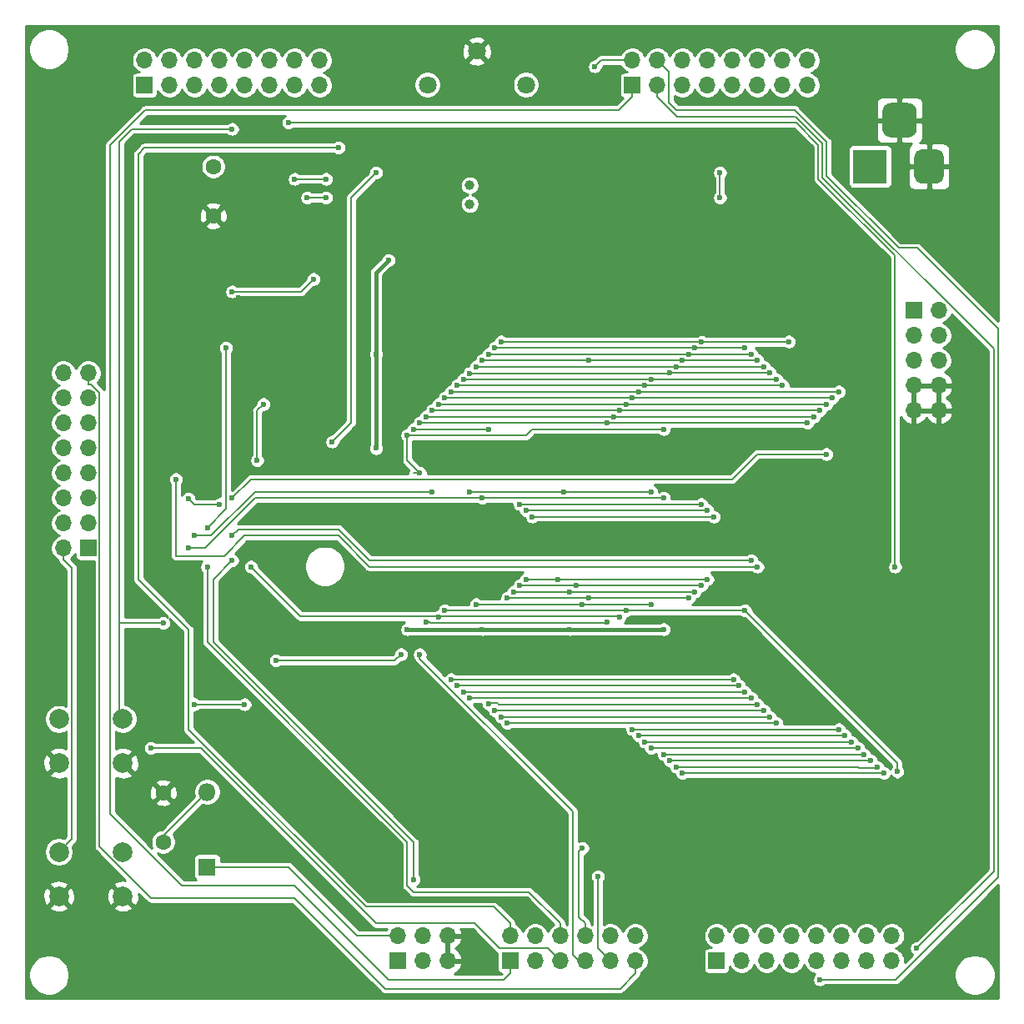
<source format=gbl>
G04 #@! TF.GenerationSoftware,KiCad,Pcbnew,(5.1.9)-1*
G04 #@! TF.CreationDate,2021-09-19T14:37:10+09:00*
G04 #@! TF.ProjectId,DragonOne_cpu_rev03,44726167-6f6e-44f6-9e65-5f6370755f72,0.3*
G04 #@! TF.SameCoordinates,PX5e78920PY8d19d38*
G04 #@! TF.FileFunction,Copper,L2,Bot*
G04 #@! TF.FilePolarity,Positive*
%FSLAX46Y46*%
G04 Gerber Fmt 4.6, Leading zero omitted, Abs format (unit mm)*
G04 Created by KiCad (PCBNEW (5.1.9)-1) date 2021-09-19 14:37:10*
%MOMM*%
%LPD*%
G01*
G04 APERTURE LIST*
G04 #@! TA.AperFunction,ComponentPad*
%ADD10C,2.000000*%
G04 #@! TD*
G04 #@! TA.AperFunction,ComponentPad*
%ADD11C,1.000000*%
G04 #@! TD*
G04 #@! TA.AperFunction,ComponentPad*
%ADD12R,3.500000X3.500000*%
G04 #@! TD*
G04 #@! TA.AperFunction,ComponentPad*
%ADD13O,1.800000X1.800000*%
G04 #@! TD*
G04 #@! TA.AperFunction,ComponentPad*
%ADD14R,1.800000X1.800000*%
G04 #@! TD*
G04 #@! TA.AperFunction,ComponentPad*
%ADD15O,1.700000X1.700000*%
G04 #@! TD*
G04 #@! TA.AperFunction,ComponentPad*
%ADD16R,1.700000X1.700000*%
G04 #@! TD*
G04 #@! TA.AperFunction,ComponentPad*
%ADD17C,1.600000*%
G04 #@! TD*
G04 #@! TA.AperFunction,ComponentPad*
%ADD18C,1.800000*%
G04 #@! TD*
G04 #@! TA.AperFunction,ViaPad*
%ADD19C,0.600000*%
G04 #@! TD*
G04 #@! TA.AperFunction,Conductor*
%ADD20C,0.200000*%
G04 #@! TD*
G04 #@! TA.AperFunction,Conductor*
%ADD21C,0.400000*%
G04 #@! TD*
G04 #@! TA.AperFunction,Conductor*
%ADD22C,0.254000*%
G04 #@! TD*
G04 #@! TA.AperFunction,Conductor*
%ADD23C,0.100000*%
G04 #@! TD*
G04 APERTURE END LIST*
D10*
X10500000Y15500000D03*
X10500000Y11000000D03*
X4000000Y15500000D03*
X4000000Y11000000D03*
D11*
X45720000Y83180000D03*
X45720000Y81280000D03*
G04 #@! TA.AperFunction,ComponentPad*
G36*
G01*
X91110000Y90665000D02*
X91110000Y88915000D01*
G75*
G02*
X90235000Y88040000I-875000J0D01*
G01*
X88485000Y88040000D01*
G75*
G02*
X87610000Y88915000I0J875000D01*
G01*
X87610000Y90665000D01*
G75*
G02*
X88485000Y91540000I875000J0D01*
G01*
X90235000Y91540000D01*
G75*
G02*
X91110000Y90665000I0J-875000D01*
G01*
G37*
G04 #@! TD.AperFunction*
G04 #@! TA.AperFunction,ComponentPad*
G36*
G01*
X93860000Y86090000D02*
X93860000Y84090000D01*
G75*
G02*
X93110000Y83340000I-750000J0D01*
G01*
X91610000Y83340000D01*
G75*
G02*
X90860000Y84090000I0J750000D01*
G01*
X90860000Y86090000D01*
G75*
G02*
X91610000Y86840000I750000J0D01*
G01*
X93110000Y86840000D01*
G75*
G02*
X93860000Y86090000I0J-750000D01*
G01*
G37*
G04 #@! TD.AperFunction*
D12*
X86360000Y85090000D03*
D13*
X19050000Y21590000D03*
D14*
X19050000Y13970000D03*
D15*
X62535000Y6985000D03*
X62535000Y4445000D03*
X59995000Y6985000D03*
X59995000Y4445000D03*
X57455000Y6985000D03*
X57455000Y4445000D03*
X54915000Y6985000D03*
X54915000Y4445000D03*
X52375000Y6985000D03*
X52375000Y4445000D03*
X49835000Y6985000D03*
D16*
X49835000Y4445000D03*
D15*
X43485000Y6985000D03*
X43485000Y4445000D03*
X40945000Y6985000D03*
X40945000Y4445000D03*
X38405000Y6985000D03*
D16*
X38405000Y4445000D03*
D17*
X19685000Y80090000D03*
X19685000Y85090000D03*
X14605000Y21510000D03*
X14605000Y16510000D03*
D18*
X51435000Y93395000D03*
X41435000Y93395000D03*
X46435000Y96795000D03*
D15*
X93345000Y60325000D03*
X90805000Y60325000D03*
X93345000Y62865000D03*
X90805000Y62865000D03*
X93345000Y65405000D03*
X90805000Y65405000D03*
X93345000Y67945000D03*
X90805000Y67945000D03*
X93345000Y70485000D03*
D16*
X90805000Y70485000D03*
D15*
X4445000Y64135000D03*
X6985000Y64135000D03*
X4445000Y61595000D03*
X6985000Y61595000D03*
X4445000Y59055000D03*
X6985000Y59055000D03*
X4445000Y56515000D03*
X6985000Y56515000D03*
X4445000Y53975000D03*
X6985000Y53975000D03*
X4445000Y51435000D03*
X6985000Y51435000D03*
X4445000Y48895000D03*
X6985000Y48895000D03*
X4445000Y46355000D03*
D16*
X6985000Y46355000D03*
D15*
X30480000Y95885000D03*
X30480000Y93345000D03*
X27940000Y95885000D03*
X27940000Y93345000D03*
X25400000Y95885000D03*
X25400000Y93345000D03*
X22860000Y95885000D03*
X22860000Y93345000D03*
X20320000Y95885000D03*
X20320000Y93345000D03*
X17780000Y95885000D03*
X17780000Y93345000D03*
X15240000Y95885000D03*
X15240000Y93345000D03*
X12700000Y95885000D03*
D16*
X12700000Y93345000D03*
D15*
X80010000Y95885000D03*
X80010000Y93345000D03*
X77470000Y95885000D03*
X77470000Y93345000D03*
X74930000Y95885000D03*
X74930000Y93345000D03*
X72390000Y95885000D03*
X72390000Y93345000D03*
X69850000Y95885000D03*
X69850000Y93345000D03*
X67310000Y95885000D03*
X67310000Y93345000D03*
X64770000Y95885000D03*
X64770000Y93345000D03*
X62230000Y95885000D03*
D16*
X62230000Y93345000D03*
D15*
X88570000Y6985000D03*
X88570000Y4445000D03*
X86030000Y6985000D03*
X86030000Y4445000D03*
X83490000Y6985000D03*
X83490000Y4445000D03*
X80950000Y6985000D03*
X80950000Y4445000D03*
X78410000Y6985000D03*
X78410000Y4445000D03*
X75870000Y6985000D03*
X75870000Y4445000D03*
X73330000Y6985000D03*
X73330000Y4445000D03*
X70790000Y6985000D03*
D16*
X70790000Y4445000D03*
D10*
X10500000Y29000000D03*
X10500000Y24500000D03*
X4000000Y29000000D03*
X4000000Y24500000D03*
D19*
X29210000Y67310000D03*
X28575000Y55245000D03*
X33020000Y60960000D03*
X29269000Y71755000D03*
X22225000Y71755000D03*
X28575000Y59055000D03*
X92710000Y2540000D03*
X30480000Y2540000D03*
X6985000Y2540000D03*
X66675000Y8890000D03*
X28575000Y21590000D03*
X51435000Y78105000D03*
X33020000Y97790000D03*
X9525000Y97790000D03*
X2540000Y67310000D03*
X11430000Y40640000D03*
X44450000Y21590000D03*
X46990000Y47625000D03*
X65405000Y47625000D03*
X40005000Y34290000D03*
X79375000Y20320000D03*
X91440000Y27940000D03*
X65405000Y21590000D03*
X32385000Y86995000D03*
X58420000Y95250000D03*
X81280000Y2540000D03*
X91110000Y5715000D03*
X21590000Y88900000D03*
X14605000Y38735000D03*
X29210000Y81915000D03*
X31115000Y81915000D03*
X27940000Y83820000D03*
X31115000Y83820000D03*
X89128127Y23648198D03*
X17779995Y47625005D03*
X57150000Y15875000D03*
X41910000Y52070000D03*
X43180000Y40005000D03*
X61595000Y40005000D03*
X73660000Y40005000D03*
X40005000Y58420000D03*
X47625000Y58420000D03*
X46990000Y51435000D03*
X65404986Y51435000D03*
X17145000Y46355000D03*
X13335000Y26035000D03*
X39370000Y57785000D03*
X65405000Y58420000D03*
X40640000Y53975010D03*
X40640000Y35559988D03*
X20320000Y50800000D03*
X17145000Y51375594D03*
X21590000Y45085000D03*
X40005000Y12700004D03*
X58725000Y13000023D03*
X36195000Y56496700D03*
X24130000Y55245000D03*
X37465000Y75565000D03*
X36195000Y66040021D03*
X24765005Y60960005D03*
X39370008Y38100000D03*
X55880000Y38100000D03*
X46990000Y38100000D03*
X65405000Y38100000D03*
X71120000Y81915000D03*
X71120000Y84455000D03*
X51435000Y50165000D03*
X69850000Y50165000D03*
X50800000Y50800000D03*
X69215000Y50800000D03*
X48895000Y67310000D03*
X69250000Y67275000D03*
X78105000Y67310000D03*
X48260000Y66675000D03*
X68580000Y66675000D03*
X73660000Y66675000D03*
X47625000Y66040000D03*
X67945000Y66040000D03*
X74295000Y66040000D03*
X46990002Y65405002D03*
X67310000Y65405000D03*
X57802000Y65388000D03*
X74930000Y65405000D03*
X49530000Y41275000D03*
X57802000Y41258000D03*
X67945000Y41275000D03*
X46355000Y64770000D03*
X66675000Y64770000D03*
X75565000Y64770000D03*
X45720000Y64100012D03*
X66040000Y64135000D03*
X76200000Y64135000D03*
X45085001Y63500001D03*
X64135000Y63500000D03*
X76835000Y63500000D03*
X44450000Y62865000D03*
X63500000Y62865000D03*
X77470000Y62865000D03*
X43815000Y62230000D03*
X62865000Y62230000D03*
X83185002Y62230000D03*
X43180000Y61595000D03*
X62230000Y61595000D03*
X82550000Y61595000D03*
X42545000Y60960000D03*
X61595000Y60960000D03*
X81915000Y60960000D03*
X41910000Y60325000D03*
X60960000Y60325000D03*
X81280000Y60325000D03*
X41275000Y59690000D03*
X60325000Y59690000D03*
X80645000Y59690000D03*
X40640000Y59055000D03*
X59690000Y59055000D03*
X80010000Y59055000D03*
X41275000Y38800010D03*
X59690000Y38800010D03*
X17780000Y30480000D03*
X22860000Y30480000D03*
X26035000Y34925002D03*
X38735000Y35560000D03*
X72496772Y33020000D03*
X43815000Y33020000D03*
X73025000Y32385000D03*
X44450000Y32385000D03*
X73660000Y31750000D03*
X45068634Y31750000D03*
X74295000Y31115000D03*
X45720000Y31116096D03*
X74930000Y30480000D03*
X47627146Y30507688D03*
X75565000Y29845000D03*
X48263880Y29845000D03*
X76179000Y29210000D03*
X48895000Y29210000D03*
X76835000Y28575000D03*
X49529986Y28575000D03*
X62229992Y27940000D03*
X83185000Y27940016D03*
X62865000Y27305000D03*
X83820000Y27305000D03*
X63500000Y26670000D03*
X84454994Y26669994D03*
X64135016Y26035000D03*
X85125010Y26038773D03*
X65405000Y25400000D03*
X85725000Y25400014D03*
X66040000Y24765000D03*
X86425010Y24775195D03*
X66675000Y24130000D03*
X87082473Y24129407D03*
X67310000Y23495000D03*
X87758905Y23495000D03*
X23495000Y44450000D03*
X42545000Y39370000D03*
X60959994Y39370000D03*
X36195000Y84455000D03*
X31750000Y57150004D03*
X21590000Y51435000D03*
X81915000Y55880000D03*
X74295000Y45085000D03*
X21590000Y47625042D03*
X74930000Y44450000D03*
X15874996Y53340000D03*
X29845000Y73660000D03*
X21590000Y72390000D03*
X27305000Y89535000D03*
X88900000Y44450000D03*
X46355000Y40640000D03*
X57150000Y40640000D03*
X64134994Y40640000D03*
X50800000Y42545000D03*
X56515000Y42545000D03*
X69215000Y42545000D03*
X50165000Y41910000D03*
X55880000Y41910000D03*
X68580000Y41910000D03*
X45720000Y52070000D03*
X55245001Y52069999D03*
X64135000Y52070000D03*
X69850000Y43180000D03*
X54644999Y43145001D03*
X51435000Y43180000D03*
X52069985Y49530015D03*
X70485000Y49530000D03*
X19077345Y48424544D03*
X20955000Y66675000D03*
X19071000Y44450000D03*
D20*
X22225000Y71755000D02*
X29269000Y71755000D01*
X33020000Y60960000D02*
X29210000Y60960000D01*
X29210000Y60960000D02*
X29210000Y67310000D01*
X29210000Y60960000D02*
X28575000Y60325000D01*
X28575000Y59055000D02*
X28575000Y55245000D01*
X28575000Y60325000D02*
X28575000Y59055000D01*
X69850000Y34290000D02*
X69850000Y34290000D01*
X69850000Y34290000D02*
X61595000Y34290000D01*
X61595000Y34290000D02*
X61595000Y34290000D01*
X4000000Y15500000D02*
X5313000Y16813000D01*
X5313000Y16813000D02*
X5313000Y44336000D01*
X5313000Y44336000D02*
X4445000Y45205000D01*
X4445000Y45205000D02*
X4445000Y46355000D01*
X14605000Y17145000D02*
X14605000Y16510000D01*
X19050000Y21590000D02*
X14605000Y17145000D01*
X32385000Y86995000D02*
X12700000Y86995000D01*
X12700000Y86995000D02*
X12065000Y86360000D01*
X12065000Y50800000D02*
X12065000Y51435000D01*
X12065000Y86360000D02*
X12065000Y50800000D01*
X17145000Y38100000D02*
X12065000Y43180000D01*
X12065000Y43180000D02*
X12065000Y50800000D01*
X17145000Y27940000D02*
X17145000Y38100000D01*
X35153500Y9931500D02*
X17145000Y27940000D01*
X48158500Y9931500D02*
X35153500Y9931500D01*
X49835000Y8255000D02*
X48158500Y9931500D01*
X49835000Y6985000D02*
X49835000Y8255000D01*
X62230000Y95885000D02*
X59055000Y95885000D01*
X59055000Y95885000D02*
X58420000Y95250000D01*
X89265200Y76815000D02*
X91171600Y76815000D01*
X81915000Y87630000D02*
X81915000Y84165200D01*
X91171600Y76815000D02*
X99374200Y68612400D01*
X99374200Y12941000D02*
X88973200Y2540000D01*
X88973200Y2540000D02*
X81280000Y2540000D01*
X78740000Y90805000D02*
X81915000Y87630000D01*
X81915000Y84165200D02*
X89265200Y76815000D01*
X99374200Y68612400D02*
X99374200Y12941000D01*
X66675000Y90805000D02*
X78740000Y90805000D01*
X65920001Y91559999D02*
X66675000Y90805000D01*
X65920001Y94734999D02*
X65920001Y91559999D01*
X64770000Y95885000D02*
X65920001Y94734999D01*
X62230000Y92202000D02*
X60960000Y90932000D01*
X62230000Y93345000D02*
X62230000Y92202000D01*
X49835000Y3175000D02*
X49835000Y4445000D01*
X49200000Y2540000D02*
X49835000Y3175000D01*
X27940000Y12065000D02*
X37465000Y2540000D01*
X16510000Y12065000D02*
X27940000Y12065000D01*
X9199999Y87235698D02*
X9199999Y19375001D01*
X9199999Y19375001D02*
X16510000Y12065000D01*
X12769301Y90805000D02*
X9199999Y87235698D01*
X37465000Y2540000D02*
X49200000Y2540000D01*
X60833000Y90805000D02*
X12769301Y90805000D01*
X60960000Y90932000D02*
X60833000Y90805000D01*
X64770000Y93345000D02*
X64770000Y92194700D01*
X78809302Y90170000D02*
X81514990Y87464312D01*
X98935000Y13540000D02*
X91110000Y5715000D01*
X98935000Y66579501D02*
X98935000Y13540000D01*
X81514990Y83999511D02*
X98935000Y66579501D01*
X81514990Y87464312D02*
X81514990Y83999511D01*
X66742919Y90170000D02*
X78740000Y90170000D01*
X64770000Y92142919D02*
X66742919Y90170000D01*
X64770000Y93345000D02*
X64770000Y92142919D01*
X10160000Y29340000D02*
X10500000Y29000000D01*
X11430000Y88900000D02*
X10160000Y87630000D01*
X21590000Y88900000D02*
X11430000Y88900000D01*
X14605000Y38735000D02*
X10160000Y38735000D01*
X10160000Y38735000D02*
X10160000Y29340000D01*
X10160000Y87630000D02*
X10160000Y38735000D01*
X29210000Y81915000D02*
X31115000Y81915000D01*
X27940000Y83820000D02*
X31115000Y83820000D01*
X23919264Y52070000D02*
X41910000Y52070000D01*
X17779995Y47625005D02*
X19474269Y47625005D01*
X19474269Y47625005D02*
X23919264Y52070000D01*
X43180000Y40005000D02*
X61595000Y40005000D01*
X89128127Y24536873D02*
X73660000Y40005000D01*
X89128127Y23648198D02*
X89128127Y24536873D01*
X61595000Y40005000D02*
X73660000Y40005000D01*
X56820000Y15545000D02*
X57150000Y15875000D01*
X56820000Y8890000D02*
X56820000Y15545000D01*
X57455000Y8255000D02*
X56820000Y8890000D01*
X57455000Y8255000D02*
X57455000Y6985000D01*
X40005000Y58420000D02*
X47625000Y58420000D01*
X46990000Y51435000D02*
X65404986Y51435000D01*
X46990000Y51435000D02*
X23919264Y51435000D01*
X23919264Y51435000D02*
X18839264Y46355000D01*
X18839264Y46355000D02*
X17145000Y46355000D01*
X53645000Y5715000D02*
X54915000Y4445000D01*
X48767998Y5715000D02*
X53645000Y5715000D01*
X36195000Y8255000D02*
X46227998Y8255000D01*
X46227998Y8255000D02*
X48767998Y5715000D01*
X18415000Y26035000D02*
X36195000Y8255000D01*
X13335000Y26035000D02*
X18415000Y26035000D01*
X65502000Y58323000D02*
X65405000Y58420000D01*
X52070000Y58420000D02*
X65405000Y58420000D01*
X51435000Y57785000D02*
X52070000Y58420000D01*
X39370000Y57785000D02*
X51435000Y57785000D01*
X40005000Y53975010D02*
X40640000Y53975010D01*
X40005010Y53975000D02*
X40005000Y53975010D01*
X39370000Y57785000D02*
X39370000Y55245010D01*
X39370000Y55245010D02*
X40640000Y53975010D01*
X56820000Y4445000D02*
X56185000Y5080000D01*
X56185000Y5080000D02*
X56185000Y19590724D01*
X56185000Y19590724D02*
X40640000Y35135724D01*
X40640000Y35135724D02*
X40640000Y35559988D01*
X20320000Y50800000D02*
X17720594Y50800000D01*
X17720594Y50800000D02*
X17145000Y51375594D01*
X40005000Y16510000D02*
X40005000Y12700004D01*
X19685000Y36830000D02*
X40005000Y16510000D01*
X19685000Y43180000D02*
X19685000Y36830000D01*
X21590000Y45085000D02*
X19685000Y43180000D01*
X58725000Y5715000D02*
X59995000Y4445000D01*
X58725000Y12964998D02*
X58725000Y5715000D01*
X37120900Y1614100D02*
X60974100Y1614100D01*
X27907300Y10827700D02*
X37120900Y1614100D01*
X62535000Y3175000D02*
X62535000Y4445000D01*
X8135300Y16025300D02*
X13332900Y10827700D01*
X8135300Y62122100D02*
X8135300Y16025300D01*
X60974100Y1614100D02*
X62535000Y3175000D01*
X7272700Y62984700D02*
X8135300Y62122100D01*
X13332900Y10827700D02*
X27907300Y10827700D01*
X6985000Y62984700D02*
X7272700Y62984700D01*
X6985000Y64135000D02*
X6985000Y62984700D01*
D21*
X36195000Y56496700D02*
X36195000Y66040021D01*
X37465000Y75565000D02*
X36195000Y74295000D01*
X36195000Y74295000D02*
X36195000Y66040021D01*
D20*
X24130000Y55245000D02*
X24130000Y60325000D01*
X24130000Y60325000D02*
X24765005Y60960005D01*
D21*
X39370008Y38099992D02*
X39370008Y38100000D01*
D20*
X71120000Y84455000D02*
X71120000Y81915000D01*
D21*
X39370008Y38100000D02*
X65405000Y38100000D01*
D20*
X27305000Y13970000D02*
X19050000Y13970000D01*
X34290000Y6985000D02*
X27305000Y13970000D01*
X38405000Y6985000D02*
X34290000Y6985000D01*
X51435000Y50165000D02*
X69850000Y50165000D01*
X50800000Y50800000D02*
X69215000Y50800000D01*
X48895000Y67310000D02*
X69215000Y67310000D01*
X69215000Y67310000D02*
X69250000Y67275000D01*
X69250000Y67275000D02*
X77435000Y67275000D01*
X77435000Y67275000D02*
X78070000Y67275000D01*
X78070000Y67275000D02*
X78105000Y67310000D01*
X48260000Y66675000D02*
X68580000Y66675000D01*
X68580000Y66675000D02*
X73660000Y66675000D01*
X47625000Y66040000D02*
X67945000Y66040000D01*
X67945000Y66040000D02*
X74295000Y66040000D01*
X46990002Y65405002D02*
X67309998Y65405002D01*
X67309998Y65405002D02*
X67310000Y65405000D01*
X67310002Y65405002D02*
X67310000Y65405000D01*
X67310000Y65405000D02*
X74930000Y65405000D01*
X57785000Y41275000D02*
X57802000Y41258000D01*
X49530000Y41275000D02*
X57785000Y41275000D01*
X57802000Y41258000D02*
X67928000Y41258000D01*
X67928000Y41258000D02*
X67945000Y41275000D01*
X46355000Y64770000D02*
X66675000Y64770000D01*
X66675000Y64770000D02*
X75565000Y64770000D01*
X66005012Y64100012D02*
X66040000Y64135000D01*
X45720000Y64100012D02*
X66005012Y64100012D01*
X66040000Y64135000D02*
X76200000Y64135000D01*
X45085001Y63500001D02*
X45509266Y63500000D01*
X45509266Y63500000D02*
X64135000Y63500000D01*
X64135000Y63500000D02*
X76835000Y63500000D01*
X44450000Y62865000D02*
X63500000Y62865000D01*
X77304987Y62865000D02*
X77470000Y63030013D01*
X63500000Y62865000D02*
X77304987Y62865000D01*
X43815000Y62230000D02*
X62865000Y62230000D01*
X62865000Y62230000D02*
X83185002Y62230000D01*
X43180000Y61595000D02*
X62230000Y61595000D01*
X62230000Y61595000D02*
X82550000Y61595000D01*
X42545000Y60960000D02*
X61595000Y60960000D01*
X61595000Y60960000D02*
X81915000Y60960000D01*
X41910000Y60325000D02*
X60960000Y60325000D01*
X60960000Y60325000D02*
X81280000Y60325000D01*
X41275000Y59690000D02*
X60325000Y59690000D01*
X60325000Y59690000D02*
X80645000Y59690000D01*
X40640000Y59055000D02*
X59690000Y59055000D01*
X59690000Y59055000D02*
X80010000Y59055000D01*
X41275000Y38800010D02*
X41699264Y38800010D01*
X41699264Y38800010D02*
X41729284Y38769990D01*
X59659980Y38769990D02*
X59690000Y38800010D01*
X41729284Y38769990D02*
X59659980Y38769990D01*
X17780000Y30480000D02*
X22860000Y30480000D01*
X26035000Y34925002D02*
X38100002Y34925002D01*
X38100002Y34925002D02*
X38735000Y35560000D01*
X72496772Y33020000D02*
X43815000Y33020000D01*
X73025000Y32385000D02*
X44450000Y32385000D01*
X73660000Y31750000D02*
X45068634Y31750000D01*
X45721096Y31115000D02*
X45720000Y31116096D01*
X74295000Y31115000D02*
X45721096Y31115000D01*
X74930000Y30480000D02*
X48695228Y30480000D01*
X48695228Y30480000D02*
X48551882Y30623346D01*
X47742804Y30623346D02*
X47627146Y30507688D01*
X48551882Y30623346D02*
X47742804Y30623346D01*
X75565000Y29845000D02*
X48263880Y29845000D01*
X76179000Y29210000D02*
X48895000Y29210000D01*
X76835000Y28575000D02*
X49529986Y28575000D01*
X83184984Y27940000D02*
X83185000Y27940016D01*
X62229992Y27940000D02*
X83184984Y27940000D01*
X62865000Y27305000D02*
X83820000Y27305000D01*
X84454988Y26670000D02*
X84454994Y26669994D01*
X63500000Y26670000D02*
X84454988Y26670000D01*
X85121237Y26035000D02*
X85125010Y26038773D01*
X64135016Y26035000D02*
X85121237Y26035000D01*
X65405000Y25400000D02*
X85724986Y25400000D01*
X85724986Y25400000D02*
X85725000Y25400014D01*
X66040000Y24765000D02*
X86414815Y24765000D01*
X86414815Y24765000D02*
X86425010Y24775195D01*
X66675000Y24130000D02*
X85117030Y24130000D01*
X85271309Y23975721D02*
X86928787Y23975721D01*
X86928787Y23975721D02*
X87082473Y24129407D01*
X85117030Y24130000D02*
X85271309Y23975721D01*
X67310000Y23495000D02*
X87758905Y23495000D01*
X42514988Y39400012D02*
X42545000Y39370000D01*
X23495000Y44450000D02*
X28544988Y39400012D01*
X28544988Y39400012D02*
X42514988Y39400012D01*
X42545000Y39370000D02*
X42575011Y39400011D01*
X42575011Y39400011D02*
X60929983Y39400011D01*
X60929983Y39400011D02*
X60959994Y39370000D01*
X36195000Y84455000D02*
X33655000Y81915000D01*
X33655000Y59055004D02*
X31750000Y57150004D01*
X33655000Y81915000D02*
X33655000Y59055004D01*
X74927000Y55880000D02*
X72387000Y53340000D01*
X23496806Y53341806D02*
X72390000Y53341806D01*
X21590000Y51435000D02*
X23496806Y53341806D01*
X81915000Y55880000D02*
X74927000Y55880000D01*
X22225000Y48260000D02*
X21590000Y47625000D01*
X32385000Y48260000D02*
X22225000Y48260000D01*
X35560000Y45085000D02*
X32385000Y48260000D01*
X74295000Y45085000D02*
X35560000Y45085000D01*
X35560000Y44450000D02*
X32385000Y47625000D01*
X74930000Y44450000D02*
X35560000Y44450000D01*
X22860000Y47625000D02*
X20789987Y45554987D01*
X32385000Y47625000D02*
X22860000Y47625000D01*
X20789987Y45554987D02*
X15875000Y45554987D01*
X15874996Y45554991D02*
X15875000Y45554987D01*
X15874996Y53340000D02*
X15874996Y45554991D01*
X29845000Y73660000D02*
X28575000Y72390000D01*
X28575000Y72390000D02*
X21590000Y72390000D01*
X78878602Y89535000D02*
X27305000Y89535000D01*
X81114979Y87298623D02*
X78878602Y89535000D01*
X88900000Y76048801D02*
X81114979Y83833822D01*
X81114979Y83833822D02*
X81114979Y87298623D01*
X88900000Y44450000D02*
X88900000Y76048801D01*
X46355000Y40640000D02*
X57150000Y40640000D01*
X57150000Y40640000D02*
X64134994Y40640000D01*
X50800000Y42545000D02*
X69215000Y42545000D01*
X50165000Y41910000D02*
X68580000Y41910000D01*
X45720000Y52070000D02*
X64135000Y52070000D01*
X54679998Y43180000D02*
X54644999Y43145001D01*
X69850000Y43180000D02*
X54679998Y43180000D01*
X54644999Y43145001D02*
X51469999Y43145001D01*
X51469999Y43145001D02*
X51435000Y43180000D01*
X70484985Y49530015D02*
X70485000Y49530000D01*
X52069985Y49530015D02*
X70484985Y49530015D01*
X20974900Y66655100D02*
X20955000Y66675000D01*
X20974900Y50322099D02*
X20974900Y66655100D01*
X19077345Y48424544D02*
X20974900Y50322099D01*
X51740000Y11430000D02*
X54915000Y8255000D01*
X40005000Y11430000D02*
X51740000Y11430000D01*
X39370000Y12065000D02*
X40005000Y11430000D01*
X39370000Y16510000D02*
X39370000Y12065000D01*
X54915000Y8255000D02*
X54915000Y6985000D01*
X19071000Y36809000D02*
X39370000Y16510000D01*
X19071000Y44450000D02*
X19071000Y36809000D01*
D22*
X99373000Y69429602D02*
X91599637Y77202964D01*
X91581574Y77224974D01*
X91493715Y77297079D01*
X91393476Y77350657D01*
X91329370Y77370103D01*
X91284711Y77383651D01*
X91229645Y77389074D01*
X91199936Y77392000D01*
X91199931Y77392000D01*
X91171600Y77394790D01*
X91143269Y77392000D01*
X89504201Y77392000D01*
X82492000Y84404201D01*
X82492000Y86840000D01*
X84130693Y86840000D01*
X84130693Y83340000D01*
X84139903Y83246492D01*
X84167178Y83156577D01*
X84211471Y83073711D01*
X84271079Y83001079D01*
X84343711Y82941471D01*
X84426577Y82897178D01*
X84516492Y82869903D01*
X84610000Y82860693D01*
X88110000Y82860693D01*
X88203508Y82869903D01*
X88293423Y82897178D01*
X88376289Y82941471D01*
X88448921Y83001079D01*
X88508529Y83073711D01*
X88552822Y83156577D01*
X88580097Y83246492D01*
X88589307Y83340000D01*
X90221928Y83340000D01*
X90234188Y83215518D01*
X90270498Y83095820D01*
X90329463Y82985506D01*
X90408815Y82888815D01*
X90505506Y82809463D01*
X90615820Y82750498D01*
X90735518Y82714188D01*
X90860000Y82701928D01*
X92074250Y82705000D01*
X92233000Y82863750D01*
X92233000Y84963000D01*
X92487000Y84963000D01*
X92487000Y82863750D01*
X92645750Y82705000D01*
X93860000Y82701928D01*
X93984482Y82714188D01*
X94104180Y82750498D01*
X94214494Y82809463D01*
X94311185Y82888815D01*
X94390537Y82985506D01*
X94449502Y83095820D01*
X94485812Y83215518D01*
X94498072Y83340000D01*
X94495000Y84804250D01*
X94336250Y84963000D01*
X92487000Y84963000D01*
X92233000Y84963000D01*
X90383750Y84963000D01*
X90225000Y84804250D01*
X90221928Y83340000D01*
X88589307Y83340000D01*
X88589307Y86840000D01*
X88580097Y86933508D01*
X88552822Y87023423D01*
X88508529Y87106289D01*
X88448921Y87178921D01*
X88376289Y87238529D01*
X88293423Y87282822D01*
X88203508Y87310097D01*
X88110000Y87319307D01*
X84610000Y87319307D01*
X84516492Y87310097D01*
X84426577Y87282822D01*
X84343711Y87238529D01*
X84271079Y87178921D01*
X84211471Y87106289D01*
X84167178Y87023423D01*
X84139903Y86933508D01*
X84130693Y86840000D01*
X82492000Y86840000D01*
X82492000Y87601672D01*
X82494790Y87630001D01*
X82492000Y87658330D01*
X82492000Y87658336D01*
X82483650Y87743112D01*
X82450657Y87851876D01*
X82397079Y87952115D01*
X82357806Y87999969D01*
X82343037Y88017965D01*
X82343035Y88017967D01*
X82324974Y88039974D01*
X82324943Y88040000D01*
X86971928Y88040000D01*
X86984188Y87915518D01*
X87020498Y87795820D01*
X87079463Y87685506D01*
X87158815Y87588815D01*
X87255506Y87509463D01*
X87365820Y87450498D01*
X87485518Y87414188D01*
X87610000Y87401928D01*
X89074250Y87405000D01*
X89233000Y87563750D01*
X89233000Y89663000D01*
X89487000Y89663000D01*
X89487000Y87563750D01*
X89645750Y87405000D01*
X90566367Y87403069D01*
X90505506Y87370537D01*
X90408815Y87291185D01*
X90329463Y87194494D01*
X90270498Y87084180D01*
X90234188Y86964482D01*
X90221928Y86840000D01*
X90225000Y85375750D01*
X90383750Y85217000D01*
X92233000Y85217000D01*
X92233000Y87316250D01*
X92487000Y87316250D01*
X92487000Y85217000D01*
X94336250Y85217000D01*
X94495000Y85375750D01*
X94498072Y86840000D01*
X94485812Y86964482D01*
X94449502Y87084180D01*
X94390537Y87194494D01*
X94311185Y87291185D01*
X94214494Y87370537D01*
X94104180Y87429502D01*
X93984482Y87465812D01*
X93860000Y87478072D01*
X92645750Y87475000D01*
X92487000Y87316250D01*
X92233000Y87316250D01*
X92074250Y87475000D01*
X91403195Y87476698D01*
X91464494Y87509463D01*
X91561185Y87588815D01*
X91640537Y87685506D01*
X91699502Y87795820D01*
X91735812Y87915518D01*
X91748072Y88040000D01*
X91745000Y89504250D01*
X91586250Y89663000D01*
X89487000Y89663000D01*
X89233000Y89663000D01*
X87133750Y89663000D01*
X86975000Y89504250D01*
X86971928Y88040000D01*
X82324943Y88040000D01*
X82302968Y88058033D01*
X79168037Y91192964D01*
X79149974Y91214974D01*
X79062115Y91287079D01*
X78961876Y91340657D01*
X78897770Y91360103D01*
X78853111Y91373651D01*
X78798045Y91379074D01*
X78768336Y91382000D01*
X78768331Y91382000D01*
X78740000Y91384790D01*
X78711669Y91382000D01*
X66914001Y91382000D01*
X66756001Y91540000D01*
X86971928Y91540000D01*
X86975000Y90075750D01*
X87133750Y89917000D01*
X89233000Y89917000D01*
X89233000Y92016250D01*
X89487000Y92016250D01*
X89487000Y89917000D01*
X91586250Y89917000D01*
X91745000Y90075750D01*
X91748072Y91540000D01*
X91735812Y91664482D01*
X91699502Y91784180D01*
X91640537Y91894494D01*
X91561185Y91991185D01*
X91464494Y92070537D01*
X91354180Y92129502D01*
X91234482Y92165812D01*
X91110000Y92178072D01*
X89645750Y92175000D01*
X89487000Y92016250D01*
X89233000Y92016250D01*
X89074250Y92175000D01*
X87610000Y92178072D01*
X87485518Y92165812D01*
X87365820Y92129502D01*
X87255506Y92070537D01*
X87158815Y91991185D01*
X87079463Y91894494D01*
X87020498Y91784180D01*
X86984188Y91664482D01*
X86971928Y91540000D01*
X66756001Y91540000D01*
X66497001Y91799000D01*
X66497001Y92292260D01*
X66681430Y92169028D01*
X66922928Y92068996D01*
X67179302Y92018000D01*
X67440698Y92018000D01*
X67697072Y92068996D01*
X67938570Y92169028D01*
X68155913Y92314252D01*
X68340748Y92499087D01*
X68485972Y92716430D01*
X68580000Y92943433D01*
X68674028Y92716430D01*
X68819252Y92499087D01*
X69004087Y92314252D01*
X69221430Y92169028D01*
X69462928Y92068996D01*
X69719302Y92018000D01*
X69980698Y92018000D01*
X70237072Y92068996D01*
X70478570Y92169028D01*
X70695913Y92314252D01*
X70880748Y92499087D01*
X71025972Y92716430D01*
X71120000Y92943433D01*
X71214028Y92716430D01*
X71359252Y92499087D01*
X71544087Y92314252D01*
X71761430Y92169028D01*
X72002928Y92068996D01*
X72259302Y92018000D01*
X72520698Y92018000D01*
X72777072Y92068996D01*
X73018570Y92169028D01*
X73235913Y92314252D01*
X73420748Y92499087D01*
X73565972Y92716430D01*
X73660000Y92943433D01*
X73754028Y92716430D01*
X73899252Y92499087D01*
X74084087Y92314252D01*
X74301430Y92169028D01*
X74542928Y92068996D01*
X74799302Y92018000D01*
X75060698Y92018000D01*
X75317072Y92068996D01*
X75558570Y92169028D01*
X75775913Y92314252D01*
X75960748Y92499087D01*
X76105972Y92716430D01*
X76200000Y92943433D01*
X76294028Y92716430D01*
X76439252Y92499087D01*
X76624087Y92314252D01*
X76841430Y92169028D01*
X77082928Y92068996D01*
X77339302Y92018000D01*
X77600698Y92018000D01*
X77857072Y92068996D01*
X78098570Y92169028D01*
X78315913Y92314252D01*
X78500748Y92499087D01*
X78645972Y92716430D01*
X78740000Y92943433D01*
X78834028Y92716430D01*
X78979252Y92499087D01*
X79164087Y92314252D01*
X79381430Y92169028D01*
X79622928Y92068996D01*
X79879302Y92018000D01*
X80140698Y92018000D01*
X80397072Y92068996D01*
X80638570Y92169028D01*
X80855913Y92314252D01*
X81040748Y92499087D01*
X81185972Y92716430D01*
X81286004Y92957928D01*
X81337000Y93214302D01*
X81337000Y93475698D01*
X81286004Y93732072D01*
X81185972Y93973570D01*
X81040748Y94190913D01*
X80855913Y94375748D01*
X80638570Y94520972D01*
X80411567Y94615000D01*
X80638570Y94709028D01*
X80855913Y94854252D01*
X81040748Y95039087D01*
X81185972Y95256430D01*
X81286004Y95497928D01*
X81337000Y95754302D01*
X81337000Y96015698D01*
X81286004Y96272072D01*
X81185972Y96513570D01*
X81040748Y96730913D01*
X80855913Y96915748D01*
X80638570Y97060972D01*
X80397072Y97161004D01*
X80178067Y97204567D01*
X94923000Y97204567D01*
X94923000Y96795433D01*
X95002818Y96394161D01*
X95159386Y96016171D01*
X95386689Y95675989D01*
X95675989Y95386689D01*
X96016171Y95159386D01*
X96394161Y95002818D01*
X96795433Y94923000D01*
X97204567Y94923000D01*
X97605839Y95002818D01*
X97983829Y95159386D01*
X98324011Y95386689D01*
X98613311Y95675989D01*
X98840614Y96016171D01*
X98997182Y96394161D01*
X99077000Y96795433D01*
X99077000Y97204567D01*
X98997182Y97605839D01*
X98840614Y97983829D01*
X98613311Y98324011D01*
X98324011Y98613311D01*
X97983829Y98840614D01*
X97605839Y98997182D01*
X97204567Y99077000D01*
X96795433Y99077000D01*
X96394161Y98997182D01*
X96016171Y98840614D01*
X95675989Y98613311D01*
X95386689Y98324011D01*
X95159386Y97983829D01*
X95002818Y97605839D01*
X94923000Y97204567D01*
X80178067Y97204567D01*
X80140698Y97212000D01*
X79879302Y97212000D01*
X79622928Y97161004D01*
X79381430Y97060972D01*
X79164087Y96915748D01*
X78979252Y96730913D01*
X78834028Y96513570D01*
X78740000Y96286567D01*
X78645972Y96513570D01*
X78500748Y96730913D01*
X78315913Y96915748D01*
X78098570Y97060972D01*
X77857072Y97161004D01*
X77600698Y97212000D01*
X77339302Y97212000D01*
X77082928Y97161004D01*
X76841430Y97060972D01*
X76624087Y96915748D01*
X76439252Y96730913D01*
X76294028Y96513570D01*
X76200000Y96286567D01*
X76105972Y96513570D01*
X75960748Y96730913D01*
X75775913Y96915748D01*
X75558570Y97060972D01*
X75317072Y97161004D01*
X75060698Y97212000D01*
X74799302Y97212000D01*
X74542928Y97161004D01*
X74301430Y97060972D01*
X74084087Y96915748D01*
X73899252Y96730913D01*
X73754028Y96513570D01*
X73660000Y96286567D01*
X73565972Y96513570D01*
X73420748Y96730913D01*
X73235913Y96915748D01*
X73018570Y97060972D01*
X72777072Y97161004D01*
X72520698Y97212000D01*
X72259302Y97212000D01*
X72002928Y97161004D01*
X71761430Y97060972D01*
X71544087Y96915748D01*
X71359252Y96730913D01*
X71214028Y96513570D01*
X71120000Y96286567D01*
X71025972Y96513570D01*
X70880748Y96730913D01*
X70695913Y96915748D01*
X70478570Y97060972D01*
X70237072Y97161004D01*
X69980698Y97212000D01*
X69719302Y97212000D01*
X69462928Y97161004D01*
X69221430Y97060972D01*
X69004087Y96915748D01*
X68819252Y96730913D01*
X68674028Y96513570D01*
X68580000Y96286567D01*
X68485972Y96513570D01*
X68340748Y96730913D01*
X68155913Y96915748D01*
X67938570Y97060972D01*
X67697072Y97161004D01*
X67440698Y97212000D01*
X67179302Y97212000D01*
X66922928Y97161004D01*
X66681430Y97060972D01*
X66464087Y96915748D01*
X66279252Y96730913D01*
X66134028Y96513570D01*
X66040000Y96286567D01*
X65945972Y96513570D01*
X65800748Y96730913D01*
X65615913Y96915748D01*
X65398570Y97060972D01*
X65157072Y97161004D01*
X64900698Y97212000D01*
X64639302Y97212000D01*
X64382928Y97161004D01*
X64141430Y97060972D01*
X63924087Y96915748D01*
X63739252Y96730913D01*
X63594028Y96513570D01*
X63500000Y96286567D01*
X63405972Y96513570D01*
X63260748Y96730913D01*
X63075913Y96915748D01*
X62858570Y97060972D01*
X62617072Y97161004D01*
X62360698Y97212000D01*
X62099302Y97212000D01*
X61842928Y97161004D01*
X61601430Y97060972D01*
X61384087Y96915748D01*
X61199252Y96730913D01*
X61054028Y96513570D01*
X61032667Y96462000D01*
X59083339Y96462000D01*
X59055000Y96464791D01*
X58941888Y96453651D01*
X58877782Y96434204D01*
X58833124Y96420657D01*
X58732885Y96367079D01*
X58645026Y96294974D01*
X58626961Y96272962D01*
X58380999Y96027000D01*
X58343472Y96027000D01*
X58193357Y95997141D01*
X58051952Y95938569D01*
X57924691Y95853536D01*
X57816464Y95745309D01*
X57731431Y95618048D01*
X57672859Y95476643D01*
X57643000Y95326528D01*
X57643000Y95173472D01*
X57672859Y95023357D01*
X57731431Y94881952D01*
X57816464Y94754691D01*
X57924691Y94646464D01*
X58051952Y94561431D01*
X58193357Y94502859D01*
X58343472Y94473000D01*
X58496528Y94473000D01*
X58646643Y94502859D01*
X58788048Y94561431D01*
X58915309Y94646464D01*
X59023536Y94754691D01*
X59108569Y94881952D01*
X59167141Y95023357D01*
X59197000Y95173472D01*
X59197000Y95210999D01*
X59294001Y95308000D01*
X61032667Y95308000D01*
X61054028Y95256430D01*
X61199252Y95039087D01*
X61384087Y94854252D01*
X61601430Y94709028D01*
X61685254Y94674307D01*
X61380000Y94674307D01*
X61286492Y94665097D01*
X61196577Y94637822D01*
X61113711Y94593529D01*
X61041079Y94533921D01*
X60981471Y94461289D01*
X60937178Y94378423D01*
X60909903Y94288508D01*
X60900693Y94195000D01*
X60900693Y92495000D01*
X60909903Y92401492D01*
X60937178Y92311577D01*
X60981471Y92228711D01*
X61041079Y92156079D01*
X61113711Y92096471D01*
X61196577Y92052178D01*
X61248443Y92036445D01*
X60593999Y91382000D01*
X12797629Y91382000D01*
X12769300Y91384790D01*
X12740971Y91382000D01*
X12740965Y91382000D01*
X12656189Y91373650D01*
X12547425Y91340657D01*
X12447186Y91287079D01*
X12359327Y91214974D01*
X12341264Y91192964D01*
X8812037Y87663737D01*
X8790025Y87645672D01*
X8717920Y87557812D01*
X8664342Y87457573D01*
X8662196Y87450498D01*
X8631348Y87348809D01*
X8620209Y87235698D01*
X8622999Y87207367D01*
X8622999Y62433700D01*
X8617379Y62444215D01*
X8545274Y62532074D01*
X8523263Y62550138D01*
X7900031Y63173370D01*
X8015748Y63289087D01*
X8160972Y63506430D01*
X8261004Y63747928D01*
X8312000Y64004302D01*
X8312000Y64265698D01*
X8261004Y64522072D01*
X8160972Y64763570D01*
X8015748Y64980913D01*
X7830913Y65165748D01*
X7613570Y65310972D01*
X7372072Y65411004D01*
X7115698Y65462000D01*
X6854302Y65462000D01*
X6597928Y65411004D01*
X6356430Y65310972D01*
X6139087Y65165748D01*
X5954252Y64980913D01*
X5809028Y64763570D01*
X5715000Y64536567D01*
X5620972Y64763570D01*
X5475748Y64980913D01*
X5290913Y65165748D01*
X5073570Y65310972D01*
X4832072Y65411004D01*
X4575698Y65462000D01*
X4314302Y65462000D01*
X4057928Y65411004D01*
X3816430Y65310972D01*
X3599087Y65165748D01*
X3414252Y64980913D01*
X3269028Y64763570D01*
X3168996Y64522072D01*
X3118000Y64265698D01*
X3118000Y64004302D01*
X3168996Y63747928D01*
X3269028Y63506430D01*
X3414252Y63289087D01*
X3599087Y63104252D01*
X3816430Y62959028D01*
X4043433Y62865000D01*
X3816430Y62770972D01*
X3599087Y62625748D01*
X3414252Y62440913D01*
X3269028Y62223570D01*
X3168996Y61982072D01*
X3118000Y61725698D01*
X3118000Y61464302D01*
X3168996Y61207928D01*
X3269028Y60966430D01*
X3414252Y60749087D01*
X3599087Y60564252D01*
X3816430Y60419028D01*
X4043433Y60325000D01*
X3816430Y60230972D01*
X3599087Y60085748D01*
X3414252Y59900913D01*
X3269028Y59683570D01*
X3168996Y59442072D01*
X3118000Y59185698D01*
X3118000Y58924302D01*
X3168996Y58667928D01*
X3269028Y58426430D01*
X3414252Y58209087D01*
X3599087Y58024252D01*
X3816430Y57879028D01*
X4043433Y57785000D01*
X3816430Y57690972D01*
X3599087Y57545748D01*
X3414252Y57360913D01*
X3269028Y57143570D01*
X3168996Y56902072D01*
X3118000Y56645698D01*
X3118000Y56384302D01*
X3168996Y56127928D01*
X3269028Y55886430D01*
X3414252Y55669087D01*
X3599087Y55484252D01*
X3816430Y55339028D01*
X4043433Y55245000D01*
X3816430Y55150972D01*
X3599087Y55005748D01*
X3414252Y54820913D01*
X3269028Y54603570D01*
X3168996Y54362072D01*
X3118000Y54105698D01*
X3118000Y53844302D01*
X3168996Y53587928D01*
X3269028Y53346430D01*
X3414252Y53129087D01*
X3599087Y52944252D01*
X3816430Y52799028D01*
X4043433Y52705000D01*
X3816430Y52610972D01*
X3599087Y52465748D01*
X3414252Y52280913D01*
X3269028Y52063570D01*
X3168996Y51822072D01*
X3118000Y51565698D01*
X3118000Y51304302D01*
X3168996Y51047928D01*
X3269028Y50806430D01*
X3414252Y50589087D01*
X3599087Y50404252D01*
X3816430Y50259028D01*
X4043433Y50165000D01*
X3816430Y50070972D01*
X3599087Y49925748D01*
X3414252Y49740913D01*
X3269028Y49523570D01*
X3168996Y49282072D01*
X3118000Y49025698D01*
X3118000Y48764302D01*
X3168996Y48507928D01*
X3269028Y48266430D01*
X3414252Y48049087D01*
X3599087Y47864252D01*
X3816430Y47719028D01*
X4043433Y47625000D01*
X3816430Y47530972D01*
X3599087Y47385748D01*
X3414252Y47200913D01*
X3269028Y46983570D01*
X3168996Y46742072D01*
X3118000Y46485698D01*
X3118000Y46224302D01*
X3168996Y45967928D01*
X3269028Y45726430D01*
X3414252Y45509087D01*
X3599087Y45324252D01*
X3816430Y45179028D01*
X3869951Y45156859D01*
X3870735Y45148893D01*
X3876284Y45092216D01*
X3876334Y45092051D01*
X3876350Y45091889D01*
X3892583Y45038375D01*
X3909216Y44983432D01*
X3909294Y44983285D01*
X3909343Y44983125D01*
X3936598Y44932134D01*
X3962737Y44883164D01*
X3962839Y44883040D01*
X3962921Y44882886D01*
X3999787Y44837965D01*
X4016740Y44817283D01*
X4016853Y44817170D01*
X4035026Y44795026D01*
X4056914Y44777063D01*
X4736001Y44097193D01*
X4736000Y30284594D01*
X4699622Y30308901D01*
X4430825Y30420240D01*
X4145472Y30477000D01*
X3854528Y30477000D01*
X3569175Y30420240D01*
X3300378Y30308901D01*
X3058467Y30147261D01*
X2852739Y29941533D01*
X2691099Y29699622D01*
X2579760Y29430825D01*
X2523000Y29145472D01*
X2523000Y28854528D01*
X2579760Y28569175D01*
X2691099Y28300378D01*
X2852739Y28058467D01*
X3058467Y27852739D01*
X3300378Y27691099D01*
X3569175Y27579760D01*
X3854528Y27523000D01*
X4145472Y27523000D01*
X4430825Y27579760D01*
X4699622Y27691099D01*
X4736000Y27715406D01*
X4736000Y25960158D01*
X4570429Y26040704D01*
X4258892Y26122384D01*
X3937405Y26141718D01*
X3618325Y26097961D01*
X3313912Y25992795D01*
X3139956Y25899814D01*
X3044192Y25635413D01*
X4000000Y24679605D01*
X4014143Y24693747D01*
X4193748Y24514142D01*
X4179605Y24500000D01*
X4193748Y24485857D01*
X4014143Y24306252D01*
X4000000Y24320395D01*
X3044192Y23364587D01*
X3139956Y23100186D01*
X3429571Y22959296D01*
X3741108Y22877616D01*
X4062595Y22858282D01*
X4381675Y22902039D01*
X4686088Y23007205D01*
X4736000Y23033884D01*
X4736000Y17052001D01*
X4553447Y16869448D01*
X4430825Y16920240D01*
X4145472Y16977000D01*
X3854528Y16977000D01*
X3569175Y16920240D01*
X3300378Y16808901D01*
X3058467Y16647261D01*
X2852739Y16441533D01*
X2691099Y16199622D01*
X2579760Y15930825D01*
X2523000Y15645472D01*
X2523000Y15354528D01*
X2579760Y15069175D01*
X2691099Y14800378D01*
X2852739Y14558467D01*
X3058467Y14352739D01*
X3300378Y14191099D01*
X3569175Y14079760D01*
X3854528Y14023000D01*
X4145472Y14023000D01*
X4430825Y14079760D01*
X4699622Y14191099D01*
X4941533Y14352739D01*
X5147261Y14558467D01*
X5308901Y14800378D01*
X5420240Y15069175D01*
X5477000Y15354528D01*
X5477000Y15645472D01*
X5420240Y15930825D01*
X5369448Y16053447D01*
X5700963Y16384962D01*
X5722974Y16403026D01*
X5795079Y16490885D01*
X5848657Y16591124D01*
X5881650Y16699888D01*
X5890000Y16784664D01*
X5890000Y16784670D01*
X5892790Y16812999D01*
X5890000Y16841328D01*
X5890000Y44307501D01*
X5892790Y44335666D01*
X5890000Y44364165D01*
X5890000Y44364336D01*
X5887248Y44392272D01*
X5881716Y44448785D01*
X5881666Y44448950D01*
X5881650Y44449112D01*
X5865417Y44502626D01*
X5848784Y44557569D01*
X5848706Y44557716D01*
X5848657Y44557876D01*
X5821775Y44608170D01*
X5795264Y44657837D01*
X5795159Y44657965D01*
X5795079Y44658115D01*
X5758781Y44702343D01*
X5741260Y44723718D01*
X5741144Y44723834D01*
X5722974Y44745974D01*
X5701091Y44763933D01*
X5201255Y45264344D01*
X5290913Y45324252D01*
X5475748Y45509087D01*
X5620972Y45726430D01*
X5655693Y45810254D01*
X5655693Y45505000D01*
X5664903Y45411492D01*
X5692178Y45321577D01*
X5736471Y45238711D01*
X5796079Y45166079D01*
X5868711Y45106471D01*
X5951577Y45062178D01*
X6041492Y45034903D01*
X6135000Y45025693D01*
X7558300Y45025693D01*
X7558301Y16053641D01*
X7555510Y16025300D01*
X7566649Y15912189D01*
X7593974Y15822114D01*
X7599644Y15803424D01*
X7653222Y15703185D01*
X7684140Y15665512D01*
X7707263Y15637336D01*
X7707266Y15637333D01*
X7725327Y15615326D01*
X7747334Y15597265D01*
X10719868Y12624731D01*
X10437405Y12641718D01*
X10118325Y12597961D01*
X9813912Y12492795D01*
X9639956Y12399814D01*
X9544192Y12135413D01*
X10500000Y11179605D01*
X10514143Y11193747D01*
X10693748Y11014142D01*
X10679605Y11000000D01*
X11635413Y10044192D01*
X11899814Y10139956D01*
X12040704Y10429571D01*
X12122384Y10741108D01*
X12141718Y11062595D01*
X12119422Y11225177D01*
X12904861Y10439738D01*
X12922926Y10417726D01*
X13010785Y10345621D01*
X13111024Y10292043D01*
X13219788Y10259050D01*
X13304564Y10250700D01*
X13304570Y10250700D01*
X13332899Y10247910D01*
X13361228Y10250700D01*
X27668299Y10250700D01*
X36692865Y1226133D01*
X36710926Y1204126D01*
X36732933Y1186065D01*
X36732935Y1186063D01*
X36752880Y1169695D01*
X36798785Y1132021D01*
X36899024Y1078443D01*
X37007788Y1045450D01*
X37092564Y1037100D01*
X37092570Y1037100D01*
X37120899Y1034310D01*
X37149228Y1037100D01*
X60945769Y1037100D01*
X60974100Y1034310D01*
X61002431Y1037100D01*
X61002436Y1037100D01*
X61032145Y1040026D01*
X61087211Y1045449D01*
X61131870Y1058997D01*
X61195976Y1078443D01*
X61296215Y1132021D01*
X61384074Y1204126D01*
X61402139Y1226138D01*
X62922963Y2746962D01*
X62944974Y2765026D01*
X63017079Y2852885D01*
X63070657Y2953124D01*
X63085946Y3003524D01*
X63103651Y3061888D01*
X63114790Y3175000D01*
X63112000Y3203331D01*
X63112000Y3247667D01*
X63163570Y3269028D01*
X63380913Y3414252D01*
X63565748Y3599087D01*
X63710972Y3816430D01*
X63811004Y4057928D01*
X63862000Y4314302D01*
X63862000Y4575698D01*
X63811004Y4832072D01*
X63710972Y5073570D01*
X63565748Y5290913D01*
X63380913Y5475748D01*
X63163570Y5620972D01*
X62936567Y5715000D01*
X63163570Y5809028D01*
X63380913Y5954252D01*
X63565748Y6139087D01*
X63710972Y6356430D01*
X63811004Y6597928D01*
X63862000Y6854302D01*
X63862000Y7115698D01*
X63811004Y7372072D01*
X63710972Y7613570D01*
X63565748Y7830913D01*
X63380913Y8015748D01*
X63163570Y8160972D01*
X62922072Y8261004D01*
X62665698Y8312000D01*
X62404302Y8312000D01*
X62147928Y8261004D01*
X61906430Y8160972D01*
X61689087Y8015748D01*
X61504252Y7830913D01*
X61359028Y7613570D01*
X61265000Y7386567D01*
X61170972Y7613570D01*
X61025748Y7830913D01*
X60840913Y8015748D01*
X60623570Y8160972D01*
X60382072Y8261004D01*
X60125698Y8312000D01*
X59864302Y8312000D01*
X59607928Y8261004D01*
X59366430Y8160972D01*
X59302000Y8117921D01*
X59302000Y12478178D01*
X59328536Y12504714D01*
X59413569Y12631975D01*
X59472141Y12773380D01*
X59502000Y12923495D01*
X59502000Y13076551D01*
X59472141Y13226666D01*
X59413569Y13368071D01*
X59328536Y13495332D01*
X59220309Y13603559D01*
X59093048Y13688592D01*
X58951643Y13747164D01*
X58801528Y13777023D01*
X58648472Y13777023D01*
X58498357Y13747164D01*
X58356952Y13688592D01*
X58229691Y13603559D01*
X58121464Y13495332D01*
X58036431Y13368071D01*
X57977859Y13226666D01*
X57948000Y13076551D01*
X57948000Y12923495D01*
X57977859Y12773380D01*
X58036431Y12631975D01*
X58121464Y12504714D01*
X58148000Y12478178D01*
X58148001Y8117921D01*
X58083570Y8160972D01*
X58032000Y8182333D01*
X58032000Y8226661D01*
X58034791Y8255000D01*
X58023651Y8368112D01*
X57990657Y8476875D01*
X57990657Y8476876D01*
X57937079Y8577115D01*
X57864974Y8664974D01*
X57842963Y8683038D01*
X57397000Y9129001D01*
X57397000Y15136291D01*
X57518048Y15186431D01*
X57645309Y15271464D01*
X57753536Y15379691D01*
X57838569Y15506952D01*
X57897141Y15648357D01*
X57927000Y15798472D01*
X57927000Y15951528D01*
X57897141Y16101643D01*
X57838569Y16243048D01*
X57753536Y16370309D01*
X57645309Y16478536D01*
X57518048Y16563569D01*
X57376643Y16622141D01*
X57226528Y16652000D01*
X57073472Y16652000D01*
X56923357Y16622141D01*
X56781952Y16563569D01*
X56762000Y16550238D01*
X56762000Y19562393D01*
X56764790Y19590724D01*
X56753651Y19703836D01*
X56729037Y19784975D01*
X56720657Y19812600D01*
X56667079Y19912839D01*
X56594974Y20000698D01*
X56572962Y20018763D01*
X46133697Y30458028D01*
X46215309Y30512560D01*
X46240749Y30538000D01*
X46850146Y30538000D01*
X46850146Y30431160D01*
X46880005Y30281045D01*
X46938577Y30139640D01*
X47023610Y30012379D01*
X47131837Y29904152D01*
X47259098Y29819119D01*
X47400503Y29760547D01*
X47492079Y29742332D01*
X47516739Y29618357D01*
X47575311Y29476952D01*
X47660344Y29349691D01*
X47768571Y29241464D01*
X47895832Y29156431D01*
X48037237Y29097859D01*
X48128702Y29079666D01*
X48147859Y28983357D01*
X48206431Y28841952D01*
X48291464Y28714691D01*
X48399691Y28606464D01*
X48526952Y28521431D01*
X48668357Y28462859D01*
X48763848Y28443865D01*
X48782845Y28348357D01*
X48841417Y28206952D01*
X48926450Y28079691D01*
X49034677Y27971464D01*
X49161938Y27886431D01*
X49303343Y27827859D01*
X49453458Y27798000D01*
X49606514Y27798000D01*
X49756629Y27827859D01*
X49898034Y27886431D01*
X50025295Y27971464D01*
X50051831Y27998000D01*
X61452992Y27998000D01*
X61452992Y27863472D01*
X61482851Y27713357D01*
X61541423Y27571952D01*
X61626456Y27444691D01*
X61734683Y27336464D01*
X61861944Y27251431D01*
X62003349Y27192859D01*
X62098863Y27173861D01*
X62117859Y27078357D01*
X62176431Y26936952D01*
X62261464Y26809691D01*
X62369691Y26701464D01*
X62496952Y26616431D01*
X62638357Y26557859D01*
X62733862Y26538862D01*
X62752859Y26443357D01*
X62811431Y26301952D01*
X62896464Y26174691D01*
X63004691Y26066464D01*
X63131952Y25981431D01*
X63273357Y25922859D01*
X63368879Y25903859D01*
X63387875Y25808357D01*
X63446447Y25666952D01*
X63531480Y25539691D01*
X63639707Y25431464D01*
X63766968Y25346431D01*
X63908373Y25287859D01*
X64058488Y25258000D01*
X64211544Y25258000D01*
X64361659Y25287859D01*
X64503064Y25346431D01*
X64628000Y25429910D01*
X64628000Y25323472D01*
X64657859Y25173357D01*
X64716431Y25031952D01*
X64801464Y24904691D01*
X64909691Y24796464D01*
X65036952Y24711431D01*
X65178357Y24652859D01*
X65273862Y24633862D01*
X65292859Y24538357D01*
X65351431Y24396952D01*
X65436464Y24269691D01*
X65544691Y24161464D01*
X65671952Y24076431D01*
X65813357Y24017859D01*
X65908862Y23998862D01*
X65927859Y23903357D01*
X65986431Y23761952D01*
X66071464Y23634691D01*
X66179691Y23526464D01*
X66306952Y23441431D01*
X66448357Y23382859D01*
X66543862Y23363862D01*
X66562859Y23268357D01*
X66621431Y23126952D01*
X66706464Y22999691D01*
X66814691Y22891464D01*
X66941952Y22806431D01*
X67083357Y22747859D01*
X67233472Y22718000D01*
X67386528Y22718000D01*
X67536643Y22747859D01*
X67678048Y22806431D01*
X67805309Y22891464D01*
X67831845Y22918000D01*
X87237060Y22918000D01*
X87263596Y22891464D01*
X87390857Y22806431D01*
X87532262Y22747859D01*
X87682377Y22718000D01*
X87835433Y22718000D01*
X87985548Y22747859D01*
X88126953Y22806431D01*
X88254214Y22891464D01*
X88362441Y22999691D01*
X88447474Y23126952D01*
X88483618Y23214210D01*
X88524591Y23152889D01*
X88632818Y23044662D01*
X88760079Y22959629D01*
X88901484Y22901057D01*
X89051599Y22871198D01*
X89204655Y22871198D01*
X89354770Y22901057D01*
X89496175Y22959629D01*
X89623436Y23044662D01*
X89731663Y23152889D01*
X89816696Y23280150D01*
X89875268Y23421555D01*
X89905127Y23571670D01*
X89905127Y23724726D01*
X89875268Y23874841D01*
X89816696Y24016246D01*
X89731663Y24143507D01*
X89705127Y24170043D01*
X89705127Y24508542D01*
X89707917Y24536873D01*
X89696778Y24649985D01*
X89671432Y24733536D01*
X89663784Y24758749D01*
X89610206Y24858988D01*
X89570803Y24907000D01*
X89556164Y24924838D01*
X89556162Y24924840D01*
X89538101Y24946847D01*
X89516094Y24964908D01*
X74437000Y40044001D01*
X74437000Y40081528D01*
X74407141Y40231643D01*
X74348569Y40373048D01*
X74263536Y40500309D01*
X74155309Y40608536D01*
X74028048Y40693569D01*
X73886643Y40752141D01*
X73736528Y40782000D01*
X73583472Y40782000D01*
X73433357Y40752141D01*
X73291952Y40693569D01*
X73164691Y40608536D01*
X73138155Y40582000D01*
X68302351Y40582000D01*
X68313048Y40586431D01*
X68440309Y40671464D01*
X68548536Y40779691D01*
X68633569Y40906952D01*
X68692141Y41048357D01*
X68711138Y41143862D01*
X68806643Y41162859D01*
X68948048Y41221431D01*
X69075309Y41306464D01*
X69183536Y41414691D01*
X69268569Y41541952D01*
X69327141Y41683357D01*
X69346138Y41778862D01*
X69441643Y41797859D01*
X69583048Y41856431D01*
X69710309Y41941464D01*
X69818536Y42049691D01*
X69903569Y42176952D01*
X69962141Y42318357D01*
X69981138Y42413862D01*
X70076643Y42432859D01*
X70218048Y42491431D01*
X70345309Y42576464D01*
X70453536Y42684691D01*
X70538569Y42811952D01*
X70597141Y42953357D01*
X70627000Y43103472D01*
X70627000Y43256528D01*
X70597141Y43406643D01*
X70538569Y43548048D01*
X70453536Y43675309D01*
X70345309Y43783536D01*
X70218048Y43868569D01*
X70207351Y43873000D01*
X74408155Y43873000D01*
X74434691Y43846464D01*
X74561952Y43761431D01*
X74703357Y43702859D01*
X74853472Y43673000D01*
X75006528Y43673000D01*
X75156643Y43702859D01*
X75298048Y43761431D01*
X75425309Y43846464D01*
X75533536Y43954691D01*
X75618569Y44081952D01*
X75677141Y44223357D01*
X75707000Y44373472D01*
X75707000Y44526528D01*
X75677141Y44676643D01*
X75618569Y44818048D01*
X75533536Y44945309D01*
X75425309Y45053536D01*
X75298048Y45138569D01*
X75156643Y45197141D01*
X75061138Y45216138D01*
X75042141Y45311643D01*
X74983569Y45453048D01*
X74898536Y45580309D01*
X74790309Y45688536D01*
X74663048Y45773569D01*
X74521643Y45832141D01*
X74371528Y45862000D01*
X74218472Y45862000D01*
X74068357Y45832141D01*
X73926952Y45773569D01*
X73799691Y45688536D01*
X73773155Y45662000D01*
X35799002Y45662000D01*
X32813039Y48647962D01*
X32794974Y48669974D01*
X32707115Y48742079D01*
X32606876Y48795657D01*
X32542770Y48815103D01*
X32498111Y48828651D01*
X32443045Y48834074D01*
X32413336Y48837000D01*
X32413331Y48837000D01*
X32385000Y48839790D01*
X32356669Y48837000D01*
X22253339Y48837000D01*
X22225000Y48839791D01*
X22130776Y48830511D01*
X24158265Y50858000D01*
X46468155Y50858000D01*
X46494691Y50831464D01*
X46621952Y50746431D01*
X46763357Y50687859D01*
X46913472Y50658000D01*
X47066528Y50658000D01*
X47216643Y50687859D01*
X47358048Y50746431D01*
X47485309Y50831464D01*
X47511845Y50858000D01*
X50023000Y50858000D01*
X50023000Y50723472D01*
X50052859Y50573357D01*
X50111431Y50431952D01*
X50196464Y50304691D01*
X50304691Y50196464D01*
X50431952Y50111431D01*
X50573357Y50052859D01*
X50668862Y50033862D01*
X50687859Y49938357D01*
X50746431Y49796952D01*
X50831464Y49669691D01*
X50939691Y49561464D01*
X51066952Y49476431D01*
X51208357Y49417859D01*
X51303850Y49398865D01*
X51322844Y49303372D01*
X51381416Y49161967D01*
X51466449Y49034706D01*
X51574676Y48926479D01*
X51701937Y48841446D01*
X51843342Y48782874D01*
X51993457Y48753015D01*
X52146513Y48753015D01*
X52296628Y48782874D01*
X52438033Y48841446D01*
X52565294Y48926479D01*
X52591830Y48953015D01*
X69963140Y48953015D01*
X69989691Y48926464D01*
X70116952Y48841431D01*
X70258357Y48782859D01*
X70408472Y48753000D01*
X70561528Y48753000D01*
X70711643Y48782859D01*
X70853048Y48841431D01*
X70980309Y48926464D01*
X71088536Y49034691D01*
X71173569Y49161952D01*
X71232141Y49303357D01*
X71262000Y49453472D01*
X71262000Y49606528D01*
X71232141Y49756643D01*
X71173569Y49898048D01*
X71088536Y50025309D01*
X70980309Y50133536D01*
X70853048Y50218569D01*
X70711643Y50277141D01*
X70616138Y50296138D01*
X70597141Y50391643D01*
X70538569Y50533048D01*
X70453536Y50660309D01*
X70345309Y50768536D01*
X70218048Y50853569D01*
X70076643Y50912141D01*
X69981138Y50931138D01*
X69962141Y51026643D01*
X69903569Y51168048D01*
X69818536Y51295309D01*
X69710309Y51403536D01*
X69583048Y51488569D01*
X69441643Y51547141D01*
X69291528Y51577000D01*
X69138472Y51577000D01*
X68988357Y51547141D01*
X68846952Y51488569D01*
X68719691Y51403536D01*
X68693155Y51377000D01*
X66181986Y51377000D01*
X66181986Y51511528D01*
X66152127Y51661643D01*
X66093555Y51803048D01*
X66008522Y51930309D01*
X65900295Y52038536D01*
X65773034Y52123569D01*
X65631629Y52182141D01*
X65481514Y52212000D01*
X65328458Y52212000D01*
X65178343Y52182141D01*
X65036938Y52123569D01*
X64912000Y52040088D01*
X64912000Y52146528D01*
X64882141Y52296643D01*
X64823569Y52438048D01*
X64738536Y52565309D01*
X64630309Y52673536D01*
X64503048Y52758569D01*
X64487991Y52764806D01*
X72340330Y52764806D01*
X72387000Y52760210D01*
X72500111Y52771349D01*
X72608876Y52804344D01*
X72709114Y52857922D01*
X72709816Y52858498D01*
X72712115Y52859727D01*
X72799974Y52931832D01*
X72823504Y52960503D01*
X75166001Y55303000D01*
X81393155Y55303000D01*
X81419691Y55276464D01*
X81546952Y55191431D01*
X81688357Y55132859D01*
X81838472Y55103000D01*
X81991528Y55103000D01*
X82141643Y55132859D01*
X82283048Y55191431D01*
X82410309Y55276464D01*
X82518536Y55384691D01*
X82603569Y55511952D01*
X82662141Y55653357D01*
X82692000Y55803472D01*
X82692000Y55956528D01*
X82662141Y56106643D01*
X82603569Y56248048D01*
X82518536Y56375309D01*
X82410309Y56483536D01*
X82283048Y56568569D01*
X82141643Y56627141D01*
X81991528Y56657000D01*
X81838472Y56657000D01*
X81688357Y56627141D01*
X81546952Y56568569D01*
X81419691Y56483536D01*
X81393155Y56457000D01*
X74955328Y56457000D01*
X74926999Y56459790D01*
X74898670Y56457000D01*
X74898664Y56457000D01*
X74813888Y56448650D01*
X74705124Y56415657D01*
X74604885Y56362079D01*
X74517026Y56289974D01*
X74498961Y56267962D01*
X72149805Y53918806D01*
X41417000Y53918806D01*
X41417000Y54051538D01*
X41387141Y54201653D01*
X41328569Y54343058D01*
X41243536Y54470319D01*
X41135309Y54578546D01*
X41008048Y54663579D01*
X40866643Y54722151D01*
X40716528Y54752010D01*
X40679002Y54752010D01*
X39947000Y55484011D01*
X39947000Y57208000D01*
X51406669Y57208000D01*
X51435000Y57205210D01*
X51463331Y57208000D01*
X51463336Y57208000D01*
X51493045Y57210926D01*
X51548111Y57216349D01*
X51592770Y57229897D01*
X51656876Y57249343D01*
X51757115Y57302921D01*
X51844974Y57375026D01*
X51863039Y57397038D01*
X52309001Y57843000D01*
X64883155Y57843000D01*
X64909691Y57816464D01*
X65036952Y57731431D01*
X65178357Y57672859D01*
X65328472Y57643000D01*
X65481528Y57643000D01*
X65631643Y57672859D01*
X65773048Y57731431D01*
X65900309Y57816464D01*
X66008536Y57924691D01*
X66093569Y58051952D01*
X66152141Y58193357D01*
X66182000Y58343472D01*
X66182000Y58478000D01*
X79488155Y58478000D01*
X79514691Y58451464D01*
X79641952Y58366431D01*
X79783357Y58307859D01*
X79933472Y58278000D01*
X80086528Y58278000D01*
X80236643Y58307859D01*
X80378048Y58366431D01*
X80505309Y58451464D01*
X80613536Y58559691D01*
X80698569Y58686952D01*
X80757141Y58828357D01*
X80776138Y58923862D01*
X80871643Y58942859D01*
X81013048Y59001431D01*
X81140309Y59086464D01*
X81248536Y59194691D01*
X81333569Y59321952D01*
X81392141Y59463357D01*
X81411138Y59558862D01*
X81506643Y59577859D01*
X81648048Y59636431D01*
X81775309Y59721464D01*
X81883536Y59829691D01*
X81968569Y59956952D01*
X82027141Y60098357D01*
X82046138Y60193862D01*
X82141643Y60212859D01*
X82283048Y60271431D01*
X82410309Y60356464D01*
X82518536Y60464691D01*
X82603569Y60591952D01*
X82662141Y60733357D01*
X82681138Y60828862D01*
X82776643Y60847859D01*
X82918048Y60906431D01*
X83045309Y60991464D01*
X83153536Y61099691D01*
X83238569Y61226952D01*
X83297141Y61368357D01*
X83316138Y61463862D01*
X83411645Y61482859D01*
X83553050Y61541431D01*
X83680311Y61626464D01*
X83788538Y61734691D01*
X83873571Y61861952D01*
X83932143Y62003357D01*
X83962002Y62153472D01*
X83962002Y62306528D01*
X83932143Y62456643D01*
X83873571Y62598048D01*
X83788538Y62725309D01*
X83680311Y62833536D01*
X83553050Y62918569D01*
X83411645Y62977141D01*
X83261530Y63007000D01*
X83108474Y63007000D01*
X82958359Y62977141D01*
X82816954Y62918569D01*
X82689693Y62833536D01*
X82663157Y62807000D01*
X78247000Y62807000D01*
X78247000Y62941528D01*
X78217141Y63091643D01*
X78158569Y63233048D01*
X78073536Y63360309D01*
X77965309Y63468536D01*
X77838048Y63553569D01*
X77696643Y63612141D01*
X77601138Y63631138D01*
X77582141Y63726643D01*
X77523569Y63868048D01*
X77438536Y63995309D01*
X77330309Y64103536D01*
X77203048Y64188569D01*
X77061643Y64247141D01*
X76966138Y64266138D01*
X76947141Y64361643D01*
X76888569Y64503048D01*
X76803536Y64630309D01*
X76695309Y64738536D01*
X76568048Y64823569D01*
X76426643Y64882141D01*
X76331138Y64901138D01*
X76312141Y64996643D01*
X76253569Y65138048D01*
X76168536Y65265309D01*
X76060309Y65373536D01*
X75933048Y65458569D01*
X75791643Y65517141D01*
X75696138Y65536138D01*
X75677141Y65631643D01*
X75618569Y65773048D01*
X75533536Y65900309D01*
X75425309Y66008536D01*
X75298048Y66093569D01*
X75156643Y66152141D01*
X75061138Y66171138D01*
X75042141Y66266643D01*
X74983569Y66408048D01*
X74898536Y66535309D01*
X74790309Y66643536D01*
X74708798Y66698000D01*
X77622358Y66698000D01*
X77736952Y66621431D01*
X77878357Y66562859D01*
X78028472Y66533000D01*
X78181528Y66533000D01*
X78331643Y66562859D01*
X78473048Y66621431D01*
X78600309Y66706464D01*
X78708536Y66814691D01*
X78793569Y66941952D01*
X78852141Y67083357D01*
X78882000Y67233472D01*
X78882000Y67386528D01*
X78852141Y67536643D01*
X78793569Y67678048D01*
X78708536Y67805309D01*
X78600309Y67913536D01*
X78473048Y67998569D01*
X78331643Y68057141D01*
X78181528Y68087000D01*
X78028472Y68087000D01*
X77878357Y68057141D01*
X77736952Y67998569D01*
X77609691Y67913536D01*
X77548155Y67852000D01*
X69771845Y67852000D01*
X69745309Y67878536D01*
X69618048Y67963569D01*
X69476643Y68022141D01*
X69326528Y68052000D01*
X69173472Y68052000D01*
X69023357Y68022141D01*
X68881952Y67963569D01*
X68767358Y67887000D01*
X49416845Y67887000D01*
X49390309Y67913536D01*
X49263048Y67998569D01*
X49121643Y68057141D01*
X48971528Y68087000D01*
X48818472Y68087000D01*
X48668357Y68057141D01*
X48526952Y67998569D01*
X48399691Y67913536D01*
X48291464Y67805309D01*
X48206431Y67678048D01*
X48147859Y67536643D01*
X48128862Y67441138D01*
X48033357Y67422141D01*
X47891952Y67363569D01*
X47764691Y67278536D01*
X47656464Y67170309D01*
X47571431Y67043048D01*
X47512859Y66901643D01*
X47493862Y66806138D01*
X47398357Y66787141D01*
X47256952Y66728569D01*
X47129691Y66643536D01*
X47021464Y66535309D01*
X46936431Y66408048D01*
X46877859Y66266643D01*
X46858863Y66171139D01*
X46763359Y66152143D01*
X46621954Y66093571D01*
X46494693Y66008538D01*
X46386466Y65900311D01*
X46301433Y65773050D01*
X46242861Y65631645D01*
X46223864Y65536138D01*
X46128357Y65517141D01*
X45986952Y65458569D01*
X45859691Y65373536D01*
X45751464Y65265309D01*
X45666431Y65138048D01*
X45607859Y64996643D01*
X45581616Y64864708D01*
X45493357Y64847153D01*
X45351952Y64788581D01*
X45224691Y64703548D01*
X45116464Y64595321D01*
X45031431Y64468060D01*
X44972859Y64326655D01*
X44961109Y64267580D01*
X44858358Y64247142D01*
X44716953Y64188570D01*
X44589692Y64103537D01*
X44481465Y63995310D01*
X44396432Y63868049D01*
X44337860Y63726644D01*
X44318863Y63631138D01*
X44223357Y63612141D01*
X44081952Y63553569D01*
X43954691Y63468536D01*
X43846464Y63360309D01*
X43761431Y63233048D01*
X43702859Y63091643D01*
X43683862Y62996138D01*
X43588357Y62977141D01*
X43446952Y62918569D01*
X43319691Y62833536D01*
X43211464Y62725309D01*
X43126431Y62598048D01*
X43067859Y62456643D01*
X43048862Y62361138D01*
X42953357Y62342141D01*
X42811952Y62283569D01*
X42684691Y62198536D01*
X42576464Y62090309D01*
X42491431Y61963048D01*
X42432859Y61821643D01*
X42413862Y61726138D01*
X42318357Y61707141D01*
X42176952Y61648569D01*
X42049691Y61563536D01*
X41941464Y61455309D01*
X41856431Y61328048D01*
X41797859Y61186643D01*
X41778862Y61091138D01*
X41683357Y61072141D01*
X41541952Y61013569D01*
X41414691Y60928536D01*
X41306464Y60820309D01*
X41221431Y60693048D01*
X41162859Y60551643D01*
X41143862Y60456138D01*
X41048357Y60437141D01*
X40906952Y60378569D01*
X40779691Y60293536D01*
X40671464Y60185309D01*
X40586431Y60058048D01*
X40527859Y59916643D01*
X40508862Y59821138D01*
X40413357Y59802141D01*
X40271952Y59743569D01*
X40144691Y59658536D01*
X40036464Y59550309D01*
X39951431Y59423048D01*
X39892859Y59281643D01*
X39873862Y59186138D01*
X39778357Y59167141D01*
X39636952Y59108569D01*
X39509691Y59023536D01*
X39401464Y58915309D01*
X39316431Y58788048D01*
X39257859Y58646643D01*
X39238862Y58551138D01*
X39143357Y58532141D01*
X39001952Y58473569D01*
X38874691Y58388536D01*
X38766464Y58280309D01*
X38681431Y58153048D01*
X38622859Y58011643D01*
X38593000Y57861528D01*
X38593000Y57708472D01*
X38622859Y57558357D01*
X38681431Y57416952D01*
X38766464Y57289691D01*
X38793000Y57263155D01*
X38793001Y55273351D01*
X38790210Y55245010D01*
X38801349Y55131899D01*
X38834344Y55023134D01*
X38887922Y54922895D01*
X38918840Y54885222D01*
X38941963Y54857046D01*
X38941966Y54857043D01*
X38960027Y54835036D01*
X38982033Y54816976D01*
X39515593Y54283415D01*
X39469343Y54196886D01*
X39449897Y54132780D01*
X39436349Y54088121D01*
X39431068Y54034495D01*
X39425209Y53975010D01*
X39430470Y53921596D01*
X39430745Y53918806D01*
X23525137Y53918806D01*
X23496806Y53921596D01*
X23468475Y53918806D01*
X23468470Y53918806D01*
X23441692Y53916169D01*
X23383694Y53910457D01*
X23319588Y53891010D01*
X23274930Y53877463D01*
X23174691Y53823885D01*
X23086832Y53751780D01*
X23068767Y53729768D01*
X21551900Y52212901D01*
X21551900Y55321528D01*
X23353000Y55321528D01*
X23353000Y55168472D01*
X23382859Y55018357D01*
X23441431Y54876952D01*
X23526464Y54749691D01*
X23634691Y54641464D01*
X23761952Y54556431D01*
X23903357Y54497859D01*
X24053472Y54468000D01*
X24206528Y54468000D01*
X24356643Y54497859D01*
X24498048Y54556431D01*
X24625309Y54641464D01*
X24733536Y54749691D01*
X24818569Y54876952D01*
X24877141Y55018357D01*
X24907000Y55168472D01*
X24907000Y55321528D01*
X24877141Y55471643D01*
X24818569Y55613048D01*
X24733536Y55740309D01*
X24707000Y55766845D01*
X24707000Y57226532D01*
X30973000Y57226532D01*
X30973000Y57073476D01*
X31002859Y56923361D01*
X31061431Y56781956D01*
X31146464Y56654695D01*
X31254691Y56546468D01*
X31381952Y56461435D01*
X31523357Y56402863D01*
X31673472Y56373004D01*
X31826528Y56373004D01*
X31976643Y56402863D01*
X32118048Y56461435D01*
X32245309Y56546468D01*
X32353536Y56654695D01*
X32438569Y56781956D01*
X32497141Y56923361D01*
X32527000Y57073476D01*
X32527000Y57111003D01*
X34042962Y58626965D01*
X34064974Y58645030D01*
X34137079Y58732889D01*
X34190657Y58833128D01*
X34214886Y58913000D01*
X34223651Y58941892D01*
X34229786Y59004186D01*
X34232000Y59026668D01*
X34232000Y59026673D01*
X34234790Y59055004D01*
X34232000Y59083335D01*
X34232000Y66116549D01*
X35418000Y66116549D01*
X35418000Y65963493D01*
X35447859Y65813378D01*
X35506431Y65671973D01*
X35518001Y65654657D01*
X35518000Y56882062D01*
X35506431Y56864748D01*
X35447859Y56723343D01*
X35418000Y56573228D01*
X35418000Y56420172D01*
X35447859Y56270057D01*
X35506431Y56128652D01*
X35591464Y56001391D01*
X35699691Y55893164D01*
X35826952Y55808131D01*
X35968357Y55749559D01*
X36118472Y55719700D01*
X36271528Y55719700D01*
X36421643Y55749559D01*
X36563048Y55808131D01*
X36690309Y55893164D01*
X36798536Y56001391D01*
X36883569Y56128652D01*
X36942141Y56270057D01*
X36972000Y56420172D01*
X36972000Y56573228D01*
X36942141Y56723343D01*
X36883569Y56864748D01*
X36872000Y56882062D01*
X36872000Y65654659D01*
X36883569Y65671973D01*
X36942141Y65813378D01*
X36972000Y65963493D01*
X36972000Y66116549D01*
X36942141Y66266664D01*
X36883569Y66408069D01*
X36872000Y66425383D01*
X36872000Y74014578D01*
X37671218Y74813796D01*
X37691643Y74817859D01*
X37833048Y74876431D01*
X37960309Y74961464D01*
X38068536Y75069691D01*
X38153569Y75196952D01*
X38212141Y75338357D01*
X38242000Y75488472D01*
X38242000Y75641528D01*
X38212141Y75791643D01*
X38153569Y75933048D01*
X38068536Y76060309D01*
X37960309Y76168536D01*
X37833048Y76253569D01*
X37691643Y76312141D01*
X37541528Y76342000D01*
X37388472Y76342000D01*
X37238357Y76312141D01*
X37096952Y76253569D01*
X36969691Y76168536D01*
X36861464Y76060309D01*
X36776431Y75933048D01*
X36717859Y75791643D01*
X36713796Y75771218D01*
X35739800Y74797222D01*
X35713973Y74776026D01*
X35629372Y74672940D01*
X35566508Y74555329D01*
X35527796Y74427714D01*
X35518000Y74328251D01*
X35518000Y74328245D01*
X35514726Y74295000D01*
X35518000Y74261755D01*
X35518001Y66425385D01*
X35506431Y66408069D01*
X35447859Y66266664D01*
X35418000Y66116549D01*
X34232000Y66116549D01*
X34232000Y81675999D01*
X35832227Y83276226D01*
X44743000Y83276226D01*
X44743000Y83083774D01*
X44780546Y82895020D01*
X44854194Y82717217D01*
X44961115Y82557199D01*
X45097199Y82421115D01*
X45257217Y82314194D01*
X45435020Y82240546D01*
X45488038Y82230000D01*
X45435020Y82219454D01*
X45257217Y82145806D01*
X45097199Y82038885D01*
X44961115Y81902801D01*
X44854194Y81742783D01*
X44780546Y81564980D01*
X44743000Y81376226D01*
X44743000Y81183774D01*
X44780546Y80995020D01*
X44854194Y80817217D01*
X44961115Y80657199D01*
X45097199Y80521115D01*
X45257217Y80414194D01*
X45435020Y80340546D01*
X45623774Y80303000D01*
X45816226Y80303000D01*
X46004980Y80340546D01*
X46182783Y80414194D01*
X46342801Y80521115D01*
X46478885Y80657199D01*
X46585806Y80817217D01*
X46659454Y80995020D01*
X46697000Y81183774D01*
X46697000Y81376226D01*
X46659454Y81564980D01*
X46585806Y81742783D01*
X46478885Y81902801D01*
X46342801Y82038885D01*
X46182783Y82145806D01*
X46004980Y82219454D01*
X45951962Y82230000D01*
X46004980Y82240546D01*
X46182783Y82314194D01*
X46342801Y82421115D01*
X46478885Y82557199D01*
X46585806Y82717217D01*
X46659454Y82895020D01*
X46697000Y83083774D01*
X46697000Y83276226D01*
X46659454Y83464980D01*
X46585806Y83642783D01*
X46478885Y83802801D01*
X46342801Y83938885D01*
X46182783Y84045806D01*
X46004980Y84119454D01*
X45816226Y84157000D01*
X45623774Y84157000D01*
X45435020Y84119454D01*
X45257217Y84045806D01*
X45097199Y83938885D01*
X44961115Y83802801D01*
X44854194Y83642783D01*
X44780546Y83464980D01*
X44743000Y83276226D01*
X35832227Y83276226D01*
X36234001Y83678000D01*
X36271528Y83678000D01*
X36421643Y83707859D01*
X36563048Y83766431D01*
X36690309Y83851464D01*
X36798536Y83959691D01*
X36883569Y84086952D01*
X36942141Y84228357D01*
X36972000Y84378472D01*
X36972000Y84531528D01*
X70343000Y84531528D01*
X70343000Y84378472D01*
X70372859Y84228357D01*
X70431431Y84086952D01*
X70516464Y83959691D01*
X70543000Y83933155D01*
X70543001Y82436846D01*
X70516464Y82410309D01*
X70431431Y82283048D01*
X70372859Y82141643D01*
X70343000Y81991528D01*
X70343000Y81838472D01*
X70372859Y81688357D01*
X70431431Y81546952D01*
X70516464Y81419691D01*
X70624691Y81311464D01*
X70751952Y81226431D01*
X70893357Y81167859D01*
X71043472Y81138000D01*
X71196528Y81138000D01*
X71346643Y81167859D01*
X71488048Y81226431D01*
X71615309Y81311464D01*
X71723536Y81419691D01*
X71808569Y81546952D01*
X71867141Y81688357D01*
X71897000Y81838472D01*
X71897000Y81991528D01*
X71867141Y82141643D01*
X71808569Y82283048D01*
X71723536Y82410309D01*
X71697000Y82436845D01*
X71697000Y83933155D01*
X71723536Y83959691D01*
X71808569Y84086952D01*
X71867141Y84228357D01*
X71897000Y84378472D01*
X71897000Y84531528D01*
X71867141Y84681643D01*
X71808569Y84823048D01*
X71723536Y84950309D01*
X71615309Y85058536D01*
X71488048Y85143569D01*
X71346643Y85202141D01*
X71196528Y85232000D01*
X71043472Y85232000D01*
X70893357Y85202141D01*
X70751952Y85143569D01*
X70624691Y85058536D01*
X70516464Y84950309D01*
X70431431Y84823048D01*
X70372859Y84681643D01*
X70343000Y84531528D01*
X36972000Y84531528D01*
X36942141Y84681643D01*
X36883569Y84823048D01*
X36798536Y84950309D01*
X36690309Y85058536D01*
X36563048Y85143569D01*
X36421643Y85202141D01*
X36271528Y85232000D01*
X36118472Y85232000D01*
X35968357Y85202141D01*
X35826952Y85143569D01*
X35699691Y85058536D01*
X35591464Y84950309D01*
X35506431Y84823048D01*
X35447859Y84681643D01*
X35418000Y84531528D01*
X35418000Y84494001D01*
X33267038Y82343039D01*
X33245026Y82324974D01*
X33172921Y82237114D01*
X33119343Y82136875D01*
X33105796Y82092217D01*
X33086349Y82028111D01*
X33075210Y81915000D01*
X33078000Y81886669D01*
X33078001Y59294006D01*
X31710999Y57927004D01*
X31673472Y57927004D01*
X31523357Y57897145D01*
X31381952Y57838573D01*
X31254691Y57753540D01*
X31146464Y57645313D01*
X31061431Y57518052D01*
X31002859Y57376647D01*
X30973000Y57226532D01*
X24707000Y57226532D01*
X24707000Y60085999D01*
X24804006Y60183005D01*
X24841533Y60183005D01*
X24991648Y60212864D01*
X25133053Y60271436D01*
X25260314Y60356469D01*
X25368541Y60464696D01*
X25453574Y60591957D01*
X25512146Y60733362D01*
X25542005Y60883477D01*
X25542005Y61036533D01*
X25512146Y61186648D01*
X25453574Y61328053D01*
X25368541Y61455314D01*
X25260314Y61563541D01*
X25133053Y61648574D01*
X24991648Y61707146D01*
X24841533Y61737005D01*
X24688477Y61737005D01*
X24538362Y61707146D01*
X24396957Y61648574D01*
X24269696Y61563541D01*
X24161469Y61455314D01*
X24076436Y61328053D01*
X24017864Y61186648D01*
X23988005Y61036533D01*
X23988005Y60999006D01*
X23742034Y60753035D01*
X23720027Y60734974D01*
X23701966Y60712967D01*
X23701963Y60712964D01*
X23685619Y60693048D01*
X23647922Y60647115D01*
X23642992Y60637891D01*
X23594344Y60546876D01*
X23561349Y60438111D01*
X23550210Y60325000D01*
X23553001Y60296659D01*
X23553000Y55766845D01*
X23526464Y55740309D01*
X23441431Y55613048D01*
X23382859Y55471643D01*
X23353000Y55321528D01*
X21551900Y55321528D01*
X21551900Y66173055D01*
X21558536Y66179691D01*
X21643569Y66306952D01*
X21702141Y66448357D01*
X21732000Y66598472D01*
X21732000Y66751528D01*
X21702141Y66901643D01*
X21643569Y67043048D01*
X21558536Y67170309D01*
X21450309Y67278536D01*
X21323048Y67363569D01*
X21181643Y67422141D01*
X21031528Y67452000D01*
X20878472Y67452000D01*
X20728357Y67422141D01*
X20586952Y67363569D01*
X20459691Y67278536D01*
X20351464Y67170309D01*
X20266431Y67043048D01*
X20207859Y66901643D01*
X20178000Y66751528D01*
X20178000Y66598472D01*
X20207859Y66448357D01*
X20266431Y66306952D01*
X20351464Y66179691D01*
X20397901Y66133254D01*
X20397900Y51576727D01*
X20396528Y51577000D01*
X20243472Y51577000D01*
X20093357Y51547141D01*
X19951952Y51488569D01*
X19824691Y51403536D01*
X19798155Y51377000D01*
X17959595Y51377000D01*
X17922000Y51414595D01*
X17922000Y51452122D01*
X17892141Y51602237D01*
X17833569Y51743642D01*
X17748536Y51870903D01*
X17640309Y51979130D01*
X17513048Y52064163D01*
X17371643Y52122735D01*
X17221528Y52152594D01*
X17068472Y52152594D01*
X16918357Y52122735D01*
X16776952Y52064163D01*
X16649691Y51979130D01*
X16541464Y51870903D01*
X16456431Y51743642D01*
X16451996Y51732935D01*
X16451996Y52818155D01*
X16478532Y52844691D01*
X16563565Y52971952D01*
X16622137Y53113357D01*
X16651996Y53263472D01*
X16651996Y53416528D01*
X16622137Y53566643D01*
X16563565Y53708048D01*
X16478532Y53835309D01*
X16370305Y53943536D01*
X16243044Y54028569D01*
X16101639Y54087141D01*
X15951524Y54117000D01*
X15798468Y54117000D01*
X15648353Y54087141D01*
X15506948Y54028569D01*
X15379687Y53943536D01*
X15271460Y53835309D01*
X15186427Y53708048D01*
X15127855Y53566643D01*
X15097996Y53416528D01*
X15097996Y53263472D01*
X15127855Y53113357D01*
X15186427Y52971952D01*
X15271460Y52844691D01*
X15297996Y52818155D01*
X15297997Y45583332D01*
X15295206Y45554991D01*
X15306345Y45441880D01*
X15339340Y45333115D01*
X15392918Y45232876D01*
X15392920Y45232873D01*
X15392921Y45232872D01*
X15421449Y45198111D01*
X15439050Y45176665D01*
X15465026Y45145013D01*
X15552885Y45072908D01*
X15653124Y45019330D01*
X15717230Y44999884D01*
X15761889Y44986336D01*
X15875000Y44975196D01*
X15903339Y44977987D01*
X18500142Y44977987D01*
X18467464Y44945309D01*
X18382431Y44818048D01*
X18323859Y44676643D01*
X18294000Y44526528D01*
X18294000Y44373472D01*
X18323859Y44223357D01*
X18382431Y44081952D01*
X18467464Y43954691D01*
X18494000Y43928155D01*
X18494001Y36837341D01*
X18491210Y36809000D01*
X18502349Y36695889D01*
X18535344Y36587124D01*
X18588922Y36486885D01*
X18619840Y36449212D01*
X18642963Y36421036D01*
X18642966Y36421033D01*
X18661027Y36399026D01*
X18683034Y36380965D01*
X38793000Y16270998D01*
X38793001Y12093341D01*
X38790210Y12065000D01*
X38801349Y11951889D01*
X38829211Y11860044D01*
X38834344Y11843124D01*
X38887922Y11742885D01*
X38918840Y11705212D01*
X38941963Y11677036D01*
X38941966Y11677033D01*
X38960027Y11655026D01*
X38982034Y11636965D01*
X39576961Y11042038D01*
X39595026Y11020026D01*
X39682885Y10947921D01*
X39783124Y10894343D01*
X39827782Y10880796D01*
X39891888Y10861349D01*
X40005000Y10850209D01*
X40033339Y10853000D01*
X51500999Y10853000D01*
X54230438Y8123560D01*
X54069087Y8015748D01*
X53884252Y7830913D01*
X53739028Y7613570D01*
X53645000Y7386567D01*
X53550972Y7613570D01*
X53405748Y7830913D01*
X53220913Y8015748D01*
X53003570Y8160972D01*
X52762072Y8261004D01*
X52505698Y8312000D01*
X52244302Y8312000D01*
X51987928Y8261004D01*
X51746430Y8160972D01*
X51529087Y8015748D01*
X51344252Y7830913D01*
X51199028Y7613570D01*
X51105000Y7386567D01*
X51010972Y7613570D01*
X50865748Y7830913D01*
X50680913Y8015748D01*
X50463570Y8160972D01*
X50412000Y8182333D01*
X50412000Y8226670D01*
X50414790Y8255001D01*
X50403651Y8368112D01*
X50370657Y8476875D01*
X50370657Y8476876D01*
X50317079Y8577115D01*
X50279405Y8623020D01*
X50263037Y8642965D01*
X50263035Y8642967D01*
X50244974Y8664974D01*
X50222967Y8683035D01*
X48586537Y10319464D01*
X48568474Y10341474D01*
X48480615Y10413579D01*
X48380376Y10467157D01*
X48316270Y10486603D01*
X48271611Y10500151D01*
X48216411Y10505587D01*
X48186836Y10508500D01*
X48186831Y10508500D01*
X48158500Y10511290D01*
X48130169Y10508500D01*
X35392501Y10508500D01*
X17722000Y28179001D01*
X17722000Y29703000D01*
X17856528Y29703000D01*
X18006643Y29732859D01*
X18148048Y29791431D01*
X18275309Y29876464D01*
X18301845Y29903000D01*
X22338155Y29903000D01*
X22364691Y29876464D01*
X22491952Y29791431D01*
X22633357Y29732859D01*
X22783472Y29703000D01*
X22936528Y29703000D01*
X23086643Y29732859D01*
X23228048Y29791431D01*
X23355309Y29876464D01*
X23463536Y29984691D01*
X23548569Y30111952D01*
X23607141Y30253357D01*
X23637000Y30403472D01*
X23637000Y30556528D01*
X23607141Y30706643D01*
X23548569Y30848048D01*
X23463536Y30975309D01*
X23355309Y31083536D01*
X23228048Y31168569D01*
X23086643Y31227141D01*
X22936528Y31257000D01*
X22783472Y31257000D01*
X22633357Y31227141D01*
X22491952Y31168569D01*
X22364691Y31083536D01*
X22338155Y31057000D01*
X18301845Y31057000D01*
X18275309Y31083536D01*
X18148048Y31168569D01*
X18006643Y31227141D01*
X17856528Y31257000D01*
X17722000Y31257000D01*
X17722000Y38071669D01*
X17724790Y38100000D01*
X17721516Y38133252D01*
X17718256Y38166350D01*
X17713651Y38213112D01*
X17685867Y38304701D01*
X17680657Y38321876D01*
X17627079Y38422115D01*
X17554974Y38509974D01*
X17532962Y38528039D01*
X12642000Y43419001D01*
X12642000Y72466528D01*
X20813000Y72466528D01*
X20813000Y72313472D01*
X20842859Y72163357D01*
X20901431Y72021952D01*
X20986464Y71894691D01*
X21094691Y71786464D01*
X21221952Y71701431D01*
X21363357Y71642859D01*
X21513472Y71613000D01*
X21666528Y71613000D01*
X21816643Y71642859D01*
X21958048Y71701431D01*
X22085309Y71786464D01*
X22111845Y71813000D01*
X28546669Y71813000D01*
X28575000Y71810210D01*
X28603331Y71813000D01*
X28603336Y71813000D01*
X28633045Y71815926D01*
X28688111Y71821349D01*
X28732770Y71834897D01*
X28796876Y71854343D01*
X28897115Y71907921D01*
X28984974Y71980026D01*
X29003039Y72002038D01*
X29884002Y72883000D01*
X29921528Y72883000D01*
X30071643Y72912859D01*
X30213048Y72971431D01*
X30340309Y73056464D01*
X30448536Y73164691D01*
X30533569Y73291952D01*
X30592141Y73433357D01*
X30622000Y73583472D01*
X30622000Y73736528D01*
X30592141Y73886643D01*
X30533569Y74028048D01*
X30448536Y74155309D01*
X30340309Y74263536D01*
X30213048Y74348569D01*
X30071643Y74407141D01*
X29921528Y74437000D01*
X29768472Y74437000D01*
X29618357Y74407141D01*
X29476952Y74348569D01*
X29349691Y74263536D01*
X29241464Y74155309D01*
X29156431Y74028048D01*
X29097859Y73886643D01*
X29068000Y73736528D01*
X29068000Y73699002D01*
X28335999Y72967000D01*
X22111845Y72967000D01*
X22085309Y72993536D01*
X21958048Y73078569D01*
X21816643Y73137141D01*
X21666528Y73167000D01*
X21513472Y73167000D01*
X21363357Y73137141D01*
X21221952Y73078569D01*
X21094691Y72993536D01*
X20986464Y72885309D01*
X20901431Y72758048D01*
X20842859Y72616643D01*
X20813000Y72466528D01*
X12642000Y72466528D01*
X12642000Y79097298D01*
X18871903Y79097298D01*
X18943486Y78853329D01*
X19198996Y78732429D01*
X19473184Y78663700D01*
X19755512Y78649783D01*
X20035130Y78691213D01*
X20301292Y78786397D01*
X20426514Y78853329D01*
X20498097Y79097298D01*
X19685000Y79910395D01*
X18871903Y79097298D01*
X12642000Y79097298D01*
X12642000Y80019488D01*
X18244783Y80019488D01*
X18286213Y79739870D01*
X18381397Y79473708D01*
X18448329Y79348486D01*
X18692298Y79276903D01*
X19505395Y80090000D01*
X19864605Y80090000D01*
X20677702Y79276903D01*
X20921671Y79348486D01*
X21042571Y79603996D01*
X21111300Y79878184D01*
X21125217Y80160512D01*
X21083787Y80440130D01*
X20988603Y80706292D01*
X20921671Y80831514D01*
X20677702Y80903097D01*
X19864605Y80090000D01*
X19505395Y80090000D01*
X18692298Y80903097D01*
X18448329Y80831514D01*
X18327429Y80576004D01*
X18258700Y80301816D01*
X18244783Y80019488D01*
X12642000Y80019488D01*
X12642000Y81082702D01*
X18871903Y81082702D01*
X19685000Y80269605D01*
X20498097Y81082702D01*
X20426514Y81326671D01*
X20171004Y81447571D01*
X19896816Y81516300D01*
X19614488Y81530217D01*
X19334870Y81488787D01*
X19068708Y81393603D01*
X18943486Y81326671D01*
X18871903Y81082702D01*
X12642000Y81082702D01*
X12642000Y81991528D01*
X28433000Y81991528D01*
X28433000Y81838472D01*
X28462859Y81688357D01*
X28521431Y81546952D01*
X28606464Y81419691D01*
X28714691Y81311464D01*
X28841952Y81226431D01*
X28983357Y81167859D01*
X29133472Y81138000D01*
X29286528Y81138000D01*
X29436643Y81167859D01*
X29578048Y81226431D01*
X29705309Y81311464D01*
X29731845Y81338000D01*
X30593155Y81338000D01*
X30619691Y81311464D01*
X30746952Y81226431D01*
X30888357Y81167859D01*
X31038472Y81138000D01*
X31191528Y81138000D01*
X31341643Y81167859D01*
X31483048Y81226431D01*
X31610309Y81311464D01*
X31718536Y81419691D01*
X31803569Y81546952D01*
X31862141Y81688357D01*
X31892000Y81838472D01*
X31892000Y81991528D01*
X31862141Y82141643D01*
X31803569Y82283048D01*
X31718536Y82410309D01*
X31610309Y82518536D01*
X31483048Y82603569D01*
X31341643Y82662141D01*
X31191528Y82692000D01*
X31038472Y82692000D01*
X30888357Y82662141D01*
X30746952Y82603569D01*
X30619691Y82518536D01*
X30593155Y82492000D01*
X29731845Y82492000D01*
X29705309Y82518536D01*
X29578048Y82603569D01*
X29436643Y82662141D01*
X29286528Y82692000D01*
X29133472Y82692000D01*
X28983357Y82662141D01*
X28841952Y82603569D01*
X28714691Y82518536D01*
X28606464Y82410309D01*
X28521431Y82283048D01*
X28462859Y82141643D01*
X28433000Y81991528D01*
X12642000Y81991528D01*
X12642000Y85215774D01*
X18408000Y85215774D01*
X18408000Y84964226D01*
X18457074Y84717513D01*
X18553337Y84485114D01*
X18693089Y84275960D01*
X18870960Y84098089D01*
X19080114Y83958337D01*
X19312513Y83862074D01*
X19559226Y83813000D01*
X19810774Y83813000D01*
X20057487Y83862074D01*
X20140666Y83896528D01*
X27163000Y83896528D01*
X27163000Y83743472D01*
X27192859Y83593357D01*
X27251431Y83451952D01*
X27336464Y83324691D01*
X27444691Y83216464D01*
X27571952Y83131431D01*
X27713357Y83072859D01*
X27863472Y83043000D01*
X28016528Y83043000D01*
X28166643Y83072859D01*
X28308048Y83131431D01*
X28435309Y83216464D01*
X28461845Y83243000D01*
X30593155Y83243000D01*
X30619691Y83216464D01*
X30746952Y83131431D01*
X30888357Y83072859D01*
X31038472Y83043000D01*
X31191528Y83043000D01*
X31341643Y83072859D01*
X31483048Y83131431D01*
X31610309Y83216464D01*
X31718536Y83324691D01*
X31803569Y83451952D01*
X31862141Y83593357D01*
X31892000Y83743472D01*
X31892000Y83896528D01*
X31862141Y84046643D01*
X31803569Y84188048D01*
X31718536Y84315309D01*
X31610309Y84423536D01*
X31483048Y84508569D01*
X31341643Y84567141D01*
X31191528Y84597000D01*
X31038472Y84597000D01*
X30888357Y84567141D01*
X30746952Y84508569D01*
X30619691Y84423536D01*
X30593155Y84397000D01*
X28461845Y84397000D01*
X28435309Y84423536D01*
X28308048Y84508569D01*
X28166643Y84567141D01*
X28016528Y84597000D01*
X27863472Y84597000D01*
X27713357Y84567141D01*
X27571952Y84508569D01*
X27444691Y84423536D01*
X27336464Y84315309D01*
X27251431Y84188048D01*
X27192859Y84046643D01*
X27163000Y83896528D01*
X20140666Y83896528D01*
X20289886Y83958337D01*
X20499040Y84098089D01*
X20676911Y84275960D01*
X20816663Y84485114D01*
X20912926Y84717513D01*
X20962000Y84964226D01*
X20962000Y85215774D01*
X20912926Y85462487D01*
X20816663Y85694886D01*
X20676911Y85904040D01*
X20499040Y86081911D01*
X20289886Y86221663D01*
X20057487Y86317926D01*
X19810774Y86367000D01*
X19559226Y86367000D01*
X19312513Y86317926D01*
X19080114Y86221663D01*
X18870960Y86081911D01*
X18693089Y85904040D01*
X18553337Y85694886D01*
X18457074Y85462487D01*
X18408000Y85215774D01*
X12642000Y85215774D01*
X12642000Y86120999D01*
X12939001Y86418000D01*
X31863155Y86418000D01*
X31889691Y86391464D01*
X32016952Y86306431D01*
X32158357Y86247859D01*
X32308472Y86218000D01*
X32461528Y86218000D01*
X32611643Y86247859D01*
X32753048Y86306431D01*
X32880309Y86391464D01*
X32988536Y86499691D01*
X33073569Y86626952D01*
X33132141Y86768357D01*
X33162000Y86918472D01*
X33162000Y87071528D01*
X33132141Y87221643D01*
X33073569Y87363048D01*
X32988536Y87490309D01*
X32880309Y87598536D01*
X32753048Y87683569D01*
X32611643Y87742141D01*
X32461528Y87772000D01*
X32308472Y87772000D01*
X32158357Y87742141D01*
X32016952Y87683569D01*
X31889691Y87598536D01*
X31863155Y87572000D01*
X12728339Y87572000D01*
X12700000Y87574791D01*
X12586888Y87563651D01*
X12522782Y87544204D01*
X12478124Y87530657D01*
X12377885Y87477079D01*
X12290026Y87404974D01*
X12271961Y87382962D01*
X11677038Y86788039D01*
X11655026Y86769974D01*
X11582921Y86682114D01*
X11529343Y86581875D01*
X11515796Y86537217D01*
X11496349Y86473111D01*
X11491744Y86426350D01*
X11488309Y86391464D01*
X11485210Y86360000D01*
X11488000Y86331669D01*
X11488001Y51463346D01*
X11488000Y51463336D01*
X11488000Y50771665D01*
X11488001Y50771655D01*
X11488000Y43208336D01*
X11485210Y43180000D01*
X11488000Y43151669D01*
X11488000Y43151665D01*
X11490334Y43127972D01*
X11496349Y43066889D01*
X11506967Y43031889D01*
X11529343Y42958125D01*
X11582921Y42857886D01*
X11655026Y42770026D01*
X11677036Y42751963D01*
X15070636Y39358363D01*
X14973048Y39423569D01*
X14831643Y39482141D01*
X14681528Y39512000D01*
X14528472Y39512000D01*
X14378357Y39482141D01*
X14236952Y39423569D01*
X14109691Y39338536D01*
X14083155Y39312000D01*
X10737000Y39312000D01*
X10737000Y87390999D01*
X11669002Y88323000D01*
X21068155Y88323000D01*
X21094691Y88296464D01*
X21221952Y88211431D01*
X21363357Y88152859D01*
X21513472Y88123000D01*
X21666528Y88123000D01*
X21816643Y88152859D01*
X21958048Y88211431D01*
X22085309Y88296464D01*
X22193536Y88404691D01*
X22278569Y88531952D01*
X22337141Y88673357D01*
X22367000Y88823472D01*
X22367000Y88976528D01*
X22337141Y89126643D01*
X22278569Y89268048D01*
X22193536Y89395309D01*
X22085309Y89503536D01*
X21958048Y89588569D01*
X21816643Y89647141D01*
X21666528Y89677000D01*
X21513472Y89677000D01*
X21363357Y89647141D01*
X21221952Y89588569D01*
X21094691Y89503536D01*
X21068155Y89477000D01*
X12257302Y89477000D01*
X13008302Y90228000D01*
X26947649Y90228000D01*
X26936952Y90223569D01*
X26809691Y90138536D01*
X26701464Y90030309D01*
X26616431Y89903048D01*
X26557859Y89761643D01*
X26528000Y89611528D01*
X26528000Y89458472D01*
X26557859Y89308357D01*
X26616431Y89166952D01*
X26701464Y89039691D01*
X26809691Y88931464D01*
X26936952Y88846431D01*
X27078357Y88787859D01*
X27228472Y88758000D01*
X27381528Y88758000D01*
X27531643Y88787859D01*
X27673048Y88846431D01*
X27800309Y88931464D01*
X27826845Y88958000D01*
X78639601Y88958000D01*
X80537980Y87059621D01*
X80537979Y83862153D01*
X80535189Y83833822D01*
X80546328Y83720711D01*
X80559285Y83678000D01*
X80579322Y83611947D01*
X80632900Y83511708D01*
X80705005Y83423848D01*
X80727017Y83405783D01*
X88323001Y75809799D01*
X88323000Y44971845D01*
X88296464Y44945309D01*
X88211431Y44818048D01*
X88152859Y44676643D01*
X88123000Y44526528D01*
X88123000Y44373472D01*
X88152859Y44223357D01*
X88211431Y44081952D01*
X88296464Y43954691D01*
X88404691Y43846464D01*
X88531952Y43761431D01*
X88673357Y43702859D01*
X88823472Y43673000D01*
X88976528Y43673000D01*
X89126643Y43702859D01*
X89268048Y43761431D01*
X89395309Y43846464D01*
X89503536Y43954691D01*
X89588569Y44081952D01*
X89647141Y44223357D01*
X89677000Y44373472D01*
X89677000Y44526528D01*
X89647141Y44676643D01*
X89588569Y44818048D01*
X89503536Y44945309D01*
X89477000Y44971845D01*
X89477000Y59676404D01*
X89533359Y59558080D01*
X89707412Y59324731D01*
X89923645Y59129822D01*
X90173748Y58980843D01*
X90448109Y58883519D01*
X90678000Y59004186D01*
X90678000Y60198000D01*
X90932000Y60198000D01*
X90932000Y59004186D01*
X91161891Y58883519D01*
X91436252Y58980843D01*
X91686355Y59129822D01*
X91902588Y59324731D01*
X92075000Y59555880D01*
X92247412Y59324731D01*
X92463645Y59129822D01*
X92713748Y58980843D01*
X92988109Y58883519D01*
X93218000Y59004186D01*
X93218000Y60198000D01*
X93472000Y60198000D01*
X93472000Y59004186D01*
X93701891Y58883519D01*
X93976252Y58980843D01*
X94226355Y59129822D01*
X94442588Y59324731D01*
X94616641Y59558080D01*
X94741825Y59820901D01*
X94786476Y59968110D01*
X94665155Y60198000D01*
X93472000Y60198000D01*
X93218000Y60198000D01*
X90932000Y60198000D01*
X90678000Y60198000D01*
X90658000Y60198000D01*
X90658000Y60452000D01*
X90678000Y60452000D01*
X90678000Y62738000D01*
X90932000Y62738000D01*
X90932000Y60452000D01*
X93218000Y60452000D01*
X93218000Y62738000D01*
X93472000Y62738000D01*
X93472000Y60452000D01*
X94665155Y60452000D01*
X94786476Y60681890D01*
X94741825Y60829099D01*
X94616641Y61091920D01*
X94442588Y61325269D01*
X94226355Y61520178D01*
X94100745Y61595000D01*
X94226355Y61669822D01*
X94442588Y61864731D01*
X94616641Y62098080D01*
X94741825Y62360901D01*
X94786476Y62508110D01*
X94665155Y62738000D01*
X93472000Y62738000D01*
X93218000Y62738000D01*
X90932000Y62738000D01*
X90678000Y62738000D01*
X90658000Y62738000D01*
X90658000Y62992000D01*
X90678000Y62992000D01*
X90678000Y63012000D01*
X90932000Y63012000D01*
X90932000Y62992000D01*
X93218000Y62992000D01*
X93218000Y63012000D01*
X93472000Y63012000D01*
X93472000Y62992000D01*
X94665155Y62992000D01*
X94786476Y63221890D01*
X94741825Y63369099D01*
X94616641Y63631920D01*
X94442588Y63865269D01*
X94226355Y64060178D01*
X93976252Y64209157D01*
X93948965Y64218836D01*
X93973570Y64229028D01*
X94190913Y64374252D01*
X94375748Y64559087D01*
X94520972Y64776430D01*
X94621004Y65017928D01*
X94672000Y65274302D01*
X94672000Y65535698D01*
X94621004Y65792072D01*
X94520972Y66033570D01*
X94375748Y66250913D01*
X94190913Y66435748D01*
X93973570Y66580972D01*
X93746567Y66675000D01*
X93973570Y66769028D01*
X94190913Y66914252D01*
X94375748Y67099087D01*
X94520972Y67316430D01*
X94621004Y67557928D01*
X94672000Y67814302D01*
X94672000Y68075698D01*
X94621004Y68332072D01*
X94520972Y68573570D01*
X94375748Y68790913D01*
X94190913Y68975748D01*
X93973570Y69120972D01*
X93746567Y69215000D01*
X93973570Y69309028D01*
X94190913Y69454252D01*
X94375748Y69639087D01*
X94520972Y69856430D01*
X94615020Y70083480D01*
X98358000Y66340500D01*
X98358001Y13779003D01*
X91070999Y6492000D01*
X91033472Y6492000D01*
X90883357Y6462141D01*
X90741952Y6403569D01*
X90614691Y6318536D01*
X90506464Y6210309D01*
X90421431Y6083048D01*
X90362859Y5941643D01*
X90333000Y5791528D01*
X90333000Y5638472D01*
X90362859Y5488357D01*
X90421431Y5346952D01*
X90506464Y5219691D01*
X90614691Y5111464D01*
X90683012Y5065813D01*
X89888433Y4271234D01*
X89897000Y4314302D01*
X89897000Y4575698D01*
X89846004Y4832072D01*
X89745972Y5073570D01*
X89600748Y5290913D01*
X89415913Y5475748D01*
X89198570Y5620972D01*
X88971567Y5715000D01*
X89198570Y5809028D01*
X89415913Y5954252D01*
X89600748Y6139087D01*
X89745972Y6356430D01*
X89846004Y6597928D01*
X89897000Y6854302D01*
X89897000Y7115698D01*
X89846004Y7372072D01*
X89745972Y7613570D01*
X89600748Y7830913D01*
X89415913Y8015748D01*
X89198570Y8160972D01*
X88957072Y8261004D01*
X88700698Y8312000D01*
X88439302Y8312000D01*
X88182928Y8261004D01*
X87941430Y8160972D01*
X87724087Y8015748D01*
X87539252Y7830913D01*
X87394028Y7613570D01*
X87300000Y7386567D01*
X87205972Y7613570D01*
X87060748Y7830913D01*
X86875913Y8015748D01*
X86658570Y8160972D01*
X86417072Y8261004D01*
X86160698Y8312000D01*
X85899302Y8312000D01*
X85642928Y8261004D01*
X85401430Y8160972D01*
X85184087Y8015748D01*
X84999252Y7830913D01*
X84854028Y7613570D01*
X84760000Y7386567D01*
X84665972Y7613570D01*
X84520748Y7830913D01*
X84335913Y8015748D01*
X84118570Y8160972D01*
X83877072Y8261004D01*
X83620698Y8312000D01*
X83359302Y8312000D01*
X83102928Y8261004D01*
X82861430Y8160972D01*
X82644087Y8015748D01*
X82459252Y7830913D01*
X82314028Y7613570D01*
X82220000Y7386567D01*
X82125972Y7613570D01*
X81980748Y7830913D01*
X81795913Y8015748D01*
X81578570Y8160972D01*
X81337072Y8261004D01*
X81080698Y8312000D01*
X80819302Y8312000D01*
X80562928Y8261004D01*
X80321430Y8160972D01*
X80104087Y8015748D01*
X79919252Y7830913D01*
X79774028Y7613570D01*
X79680000Y7386567D01*
X79585972Y7613570D01*
X79440748Y7830913D01*
X79255913Y8015748D01*
X79038570Y8160972D01*
X78797072Y8261004D01*
X78540698Y8312000D01*
X78279302Y8312000D01*
X78022928Y8261004D01*
X77781430Y8160972D01*
X77564087Y8015748D01*
X77379252Y7830913D01*
X77234028Y7613570D01*
X77140000Y7386567D01*
X77045972Y7613570D01*
X76900748Y7830913D01*
X76715913Y8015748D01*
X76498570Y8160972D01*
X76257072Y8261004D01*
X76000698Y8312000D01*
X75739302Y8312000D01*
X75482928Y8261004D01*
X75241430Y8160972D01*
X75024087Y8015748D01*
X74839252Y7830913D01*
X74694028Y7613570D01*
X74600000Y7386567D01*
X74505972Y7613570D01*
X74360748Y7830913D01*
X74175913Y8015748D01*
X73958570Y8160972D01*
X73717072Y8261004D01*
X73460698Y8312000D01*
X73199302Y8312000D01*
X72942928Y8261004D01*
X72701430Y8160972D01*
X72484087Y8015748D01*
X72299252Y7830913D01*
X72154028Y7613570D01*
X72060000Y7386567D01*
X71965972Y7613570D01*
X71820748Y7830913D01*
X71635913Y8015748D01*
X71418570Y8160972D01*
X71177072Y8261004D01*
X70920698Y8312000D01*
X70659302Y8312000D01*
X70402928Y8261004D01*
X70161430Y8160972D01*
X69944087Y8015748D01*
X69759252Y7830913D01*
X69614028Y7613570D01*
X69513996Y7372072D01*
X69463000Y7115698D01*
X69463000Y6854302D01*
X69513996Y6597928D01*
X69614028Y6356430D01*
X69759252Y6139087D01*
X69944087Y5954252D01*
X70161430Y5809028D01*
X70245254Y5774307D01*
X69940000Y5774307D01*
X69846492Y5765097D01*
X69756577Y5737822D01*
X69673711Y5693529D01*
X69601079Y5633921D01*
X69541471Y5561289D01*
X69497178Y5478423D01*
X69469903Y5388508D01*
X69460693Y5295000D01*
X69460693Y3595000D01*
X69469903Y3501492D01*
X69497178Y3411577D01*
X69541471Y3328711D01*
X69601079Y3256079D01*
X69673711Y3196471D01*
X69756577Y3152178D01*
X69846492Y3124903D01*
X69940000Y3115693D01*
X71640000Y3115693D01*
X71733508Y3124903D01*
X71823423Y3152178D01*
X71906289Y3196471D01*
X71978921Y3256079D01*
X72038529Y3328711D01*
X72082822Y3411577D01*
X72110097Y3501492D01*
X72119307Y3595000D01*
X72119307Y3900254D01*
X72154028Y3816430D01*
X72299252Y3599087D01*
X72484087Y3414252D01*
X72701430Y3269028D01*
X72942928Y3168996D01*
X73199302Y3118000D01*
X73460698Y3118000D01*
X73717072Y3168996D01*
X73958570Y3269028D01*
X74175913Y3414252D01*
X74360748Y3599087D01*
X74505972Y3816430D01*
X74600000Y4043433D01*
X74694028Y3816430D01*
X74839252Y3599087D01*
X75024087Y3414252D01*
X75241430Y3269028D01*
X75482928Y3168996D01*
X75739302Y3118000D01*
X76000698Y3118000D01*
X76257072Y3168996D01*
X76498570Y3269028D01*
X76715913Y3414252D01*
X76900748Y3599087D01*
X77045972Y3816430D01*
X77140000Y4043433D01*
X77234028Y3816430D01*
X77379252Y3599087D01*
X77564087Y3414252D01*
X77781430Y3269028D01*
X78022928Y3168996D01*
X78279302Y3118000D01*
X78540698Y3118000D01*
X78797072Y3168996D01*
X79038570Y3269028D01*
X79255913Y3414252D01*
X79440748Y3599087D01*
X79585972Y3816430D01*
X79680000Y4043433D01*
X79774028Y3816430D01*
X79919252Y3599087D01*
X80104087Y3414252D01*
X80321430Y3269028D01*
X80562928Y3168996D01*
X80769134Y3127979D01*
X80676464Y3035309D01*
X80591431Y2908048D01*
X80532859Y2766643D01*
X80503000Y2616528D01*
X80503000Y2463472D01*
X80532859Y2313357D01*
X80591431Y2171952D01*
X80676464Y2044691D01*
X80784691Y1936464D01*
X80911952Y1851431D01*
X81053357Y1792859D01*
X81203472Y1763000D01*
X81356528Y1763000D01*
X81506643Y1792859D01*
X81648048Y1851431D01*
X81775309Y1936464D01*
X81801845Y1963000D01*
X88944869Y1963000D01*
X88973200Y1960210D01*
X89001531Y1963000D01*
X89001536Y1963000D01*
X89031245Y1965926D01*
X89086311Y1971349D01*
X89130970Y1984897D01*
X89195076Y2004343D01*
X89295315Y2057921D01*
X89383174Y2130026D01*
X89401239Y2152038D01*
X90453768Y3204567D01*
X94923000Y3204567D01*
X94923000Y2795433D01*
X95002818Y2394161D01*
X95159386Y2016171D01*
X95386689Y1675989D01*
X95675989Y1386689D01*
X96016171Y1159386D01*
X96394161Y1002818D01*
X96795433Y923000D01*
X97204567Y923000D01*
X97605839Y1002818D01*
X97983829Y1159386D01*
X98324011Y1386689D01*
X98613311Y1675989D01*
X98840614Y2016171D01*
X98997182Y2394161D01*
X99077000Y2795433D01*
X99077000Y3204567D01*
X98997182Y3605839D01*
X98840614Y3983829D01*
X98613311Y4324011D01*
X98324011Y4613311D01*
X97983829Y4840614D01*
X97605839Y4997182D01*
X97204567Y5077000D01*
X96795433Y5077000D01*
X96394161Y4997182D01*
X96016171Y4840614D01*
X95675989Y4613311D01*
X95386689Y4324011D01*
X95159386Y3983829D01*
X95002818Y3605839D01*
X94923000Y3204567D01*
X90453768Y3204567D01*
X99373000Y12123798D01*
X99373000Y627000D01*
X627000Y627000D01*
X627000Y3204567D01*
X923000Y3204567D01*
X923000Y2795433D01*
X1002818Y2394161D01*
X1159386Y2016171D01*
X1386689Y1675989D01*
X1675989Y1386689D01*
X2016171Y1159386D01*
X2394161Y1002818D01*
X2795433Y923000D01*
X3204567Y923000D01*
X3605839Y1002818D01*
X3983829Y1159386D01*
X4324011Y1386689D01*
X4613311Y1675989D01*
X4840614Y2016171D01*
X4997182Y2394161D01*
X5077000Y2795433D01*
X5077000Y3204567D01*
X4997182Y3605839D01*
X4840614Y3983829D01*
X4613311Y4324011D01*
X4324011Y4613311D01*
X3983829Y4840614D01*
X3605839Y4997182D01*
X3204567Y5077000D01*
X2795433Y5077000D01*
X2394161Y4997182D01*
X2016171Y4840614D01*
X1675989Y4613311D01*
X1386689Y4324011D01*
X1159386Y3983829D01*
X1002818Y3605839D01*
X923000Y3204567D01*
X627000Y3204567D01*
X627000Y9864587D01*
X3044192Y9864587D01*
X3139956Y9600186D01*
X3429571Y9459296D01*
X3741108Y9377616D01*
X4062595Y9358282D01*
X4381675Y9402039D01*
X4686088Y9507205D01*
X4860044Y9600186D01*
X4955808Y9864587D01*
X9544192Y9864587D01*
X9639956Y9600186D01*
X9929571Y9459296D01*
X10241108Y9377616D01*
X10562595Y9358282D01*
X10881675Y9402039D01*
X11186088Y9507205D01*
X11360044Y9600186D01*
X11455808Y9864587D01*
X10500000Y10820395D01*
X9544192Y9864587D01*
X4955808Y9864587D01*
X4000000Y10820395D01*
X3044192Y9864587D01*
X627000Y9864587D01*
X627000Y10937405D01*
X2358282Y10937405D01*
X2402039Y10618325D01*
X2507205Y10313912D01*
X2600186Y10139956D01*
X2864587Y10044192D01*
X3820395Y11000000D01*
X4179605Y11000000D01*
X5135413Y10044192D01*
X5399814Y10139956D01*
X5540704Y10429571D01*
X5622384Y10741108D01*
X5634189Y10937405D01*
X8858282Y10937405D01*
X8902039Y10618325D01*
X9007205Y10313912D01*
X9100186Y10139956D01*
X9364587Y10044192D01*
X10320395Y11000000D01*
X9364587Y11955808D01*
X9100186Y11860044D01*
X8959296Y11570429D01*
X8877616Y11258892D01*
X8858282Y10937405D01*
X5634189Y10937405D01*
X5641718Y11062595D01*
X5597961Y11381675D01*
X5492795Y11686088D01*
X5399814Y11860044D01*
X5135413Y11955808D01*
X4179605Y11000000D01*
X3820395Y11000000D01*
X2864587Y11955808D01*
X2600186Y11860044D01*
X2459296Y11570429D01*
X2377616Y11258892D01*
X2358282Y10937405D01*
X627000Y10937405D01*
X627000Y12135413D01*
X3044192Y12135413D01*
X4000000Y11179605D01*
X4955808Y12135413D01*
X4860044Y12399814D01*
X4570429Y12540704D01*
X4258892Y12622384D01*
X3937405Y12641718D01*
X3618325Y12597961D01*
X3313912Y12492795D01*
X3139956Y12399814D01*
X3044192Y12135413D01*
X627000Y12135413D01*
X627000Y24437405D01*
X2358282Y24437405D01*
X2402039Y24118325D01*
X2507205Y23813912D01*
X2600186Y23639956D01*
X2864587Y23544192D01*
X3820395Y24500000D01*
X2864587Y25455808D01*
X2600186Y25360044D01*
X2459296Y25070429D01*
X2377616Y24758892D01*
X2358282Y24437405D01*
X627000Y24437405D01*
X627000Y94195000D01*
X11370693Y94195000D01*
X11370693Y92495000D01*
X11379903Y92401492D01*
X11407178Y92311577D01*
X11451471Y92228711D01*
X11511079Y92156079D01*
X11583711Y92096471D01*
X11666577Y92052178D01*
X11756492Y92024903D01*
X11850000Y92015693D01*
X13550000Y92015693D01*
X13643508Y92024903D01*
X13733423Y92052178D01*
X13816289Y92096471D01*
X13888921Y92156079D01*
X13948529Y92228711D01*
X13992822Y92311577D01*
X14020097Y92401492D01*
X14029307Y92495000D01*
X14029307Y92800254D01*
X14064028Y92716430D01*
X14209252Y92499087D01*
X14394087Y92314252D01*
X14611430Y92169028D01*
X14852928Y92068996D01*
X15109302Y92018000D01*
X15370698Y92018000D01*
X15627072Y92068996D01*
X15868570Y92169028D01*
X16085913Y92314252D01*
X16270748Y92499087D01*
X16415972Y92716430D01*
X16510000Y92943433D01*
X16604028Y92716430D01*
X16749252Y92499087D01*
X16934087Y92314252D01*
X17151430Y92169028D01*
X17392928Y92068996D01*
X17649302Y92018000D01*
X17910698Y92018000D01*
X18167072Y92068996D01*
X18408570Y92169028D01*
X18625913Y92314252D01*
X18810748Y92499087D01*
X18955972Y92716430D01*
X19050000Y92943433D01*
X19144028Y92716430D01*
X19289252Y92499087D01*
X19474087Y92314252D01*
X19691430Y92169028D01*
X19932928Y92068996D01*
X20189302Y92018000D01*
X20450698Y92018000D01*
X20707072Y92068996D01*
X20948570Y92169028D01*
X21165913Y92314252D01*
X21350748Y92499087D01*
X21495972Y92716430D01*
X21590000Y92943433D01*
X21684028Y92716430D01*
X21829252Y92499087D01*
X22014087Y92314252D01*
X22231430Y92169028D01*
X22472928Y92068996D01*
X22729302Y92018000D01*
X22990698Y92018000D01*
X23247072Y92068996D01*
X23488570Y92169028D01*
X23705913Y92314252D01*
X23890748Y92499087D01*
X24035972Y92716430D01*
X24130000Y92943433D01*
X24224028Y92716430D01*
X24369252Y92499087D01*
X24554087Y92314252D01*
X24771430Y92169028D01*
X25012928Y92068996D01*
X25269302Y92018000D01*
X25530698Y92018000D01*
X25787072Y92068996D01*
X26028570Y92169028D01*
X26245913Y92314252D01*
X26430748Y92499087D01*
X26575972Y92716430D01*
X26670000Y92943433D01*
X26764028Y92716430D01*
X26909252Y92499087D01*
X27094087Y92314252D01*
X27311430Y92169028D01*
X27552928Y92068996D01*
X27809302Y92018000D01*
X28070698Y92018000D01*
X28327072Y92068996D01*
X28568570Y92169028D01*
X28785913Y92314252D01*
X28970748Y92499087D01*
X29115972Y92716430D01*
X29210000Y92943433D01*
X29304028Y92716430D01*
X29449252Y92499087D01*
X29634087Y92314252D01*
X29851430Y92169028D01*
X30092928Y92068996D01*
X30349302Y92018000D01*
X30610698Y92018000D01*
X30867072Y92068996D01*
X31108570Y92169028D01*
X31325913Y92314252D01*
X31510748Y92499087D01*
X31655972Y92716430D01*
X31756004Y92957928D01*
X31807000Y93214302D01*
X31807000Y93475698D01*
X31796075Y93530623D01*
X40058000Y93530623D01*
X40058000Y93259377D01*
X40110917Y92993344D01*
X40214718Y92742746D01*
X40365414Y92517213D01*
X40557213Y92325414D01*
X40782746Y92174718D01*
X41033344Y92070917D01*
X41299377Y92018000D01*
X41570623Y92018000D01*
X41836656Y92070917D01*
X42087254Y92174718D01*
X42312787Y92325414D01*
X42504586Y92517213D01*
X42655282Y92742746D01*
X42759083Y92993344D01*
X42812000Y93259377D01*
X42812000Y93530623D01*
X50058000Y93530623D01*
X50058000Y93259377D01*
X50110917Y92993344D01*
X50214718Y92742746D01*
X50365414Y92517213D01*
X50557213Y92325414D01*
X50782746Y92174718D01*
X51033344Y92070917D01*
X51299377Y92018000D01*
X51570623Y92018000D01*
X51836656Y92070917D01*
X52087254Y92174718D01*
X52312787Y92325414D01*
X52504586Y92517213D01*
X52655282Y92742746D01*
X52759083Y92993344D01*
X52812000Y93259377D01*
X52812000Y93530623D01*
X52759083Y93796656D01*
X52655282Y94047254D01*
X52504586Y94272787D01*
X52312787Y94464586D01*
X52087254Y94615282D01*
X51836656Y94719083D01*
X51570623Y94772000D01*
X51299377Y94772000D01*
X51033344Y94719083D01*
X50782746Y94615282D01*
X50557213Y94464586D01*
X50365414Y94272787D01*
X50214718Y94047254D01*
X50110917Y93796656D01*
X50058000Y93530623D01*
X42812000Y93530623D01*
X42759083Y93796656D01*
X42655282Y94047254D01*
X42504586Y94272787D01*
X42312787Y94464586D01*
X42087254Y94615282D01*
X41836656Y94719083D01*
X41570623Y94772000D01*
X41299377Y94772000D01*
X41033344Y94719083D01*
X40782746Y94615282D01*
X40557213Y94464586D01*
X40365414Y94272787D01*
X40214718Y94047254D01*
X40110917Y93796656D01*
X40058000Y93530623D01*
X31796075Y93530623D01*
X31756004Y93732072D01*
X31655972Y93973570D01*
X31510748Y94190913D01*
X31325913Y94375748D01*
X31108570Y94520972D01*
X30881567Y94615000D01*
X31108570Y94709028D01*
X31325913Y94854252D01*
X31510748Y95039087D01*
X31655972Y95256430D01*
X31756004Y95497928D01*
X31802349Y95730920D01*
X45550525Y95730920D01*
X45634208Y95476739D01*
X45906775Y95345842D01*
X46199642Y95270635D01*
X46501553Y95254009D01*
X46800907Y95296603D01*
X47086199Y95396778D01*
X47235792Y95476739D01*
X47319475Y95730920D01*
X46435000Y96615395D01*
X45550525Y95730920D01*
X31802349Y95730920D01*
X31807000Y95754302D01*
X31807000Y96015698D01*
X31756004Y96272072D01*
X31655972Y96513570D01*
X31512396Y96728447D01*
X44894009Y96728447D01*
X44936603Y96429093D01*
X45036778Y96143801D01*
X45116739Y95994208D01*
X45370920Y95910525D01*
X46255395Y96795000D01*
X46614605Y96795000D01*
X47499080Y95910525D01*
X47753261Y95994208D01*
X47884158Y96266775D01*
X47959365Y96559642D01*
X47975991Y96861553D01*
X47933397Y97160907D01*
X47833222Y97446199D01*
X47753261Y97595792D01*
X47499080Y97679475D01*
X46614605Y96795000D01*
X46255395Y96795000D01*
X45370920Y97679475D01*
X45116739Y97595792D01*
X44985842Y97323225D01*
X44910635Y97030358D01*
X44894009Y96728447D01*
X31512396Y96728447D01*
X31510748Y96730913D01*
X31325913Y96915748D01*
X31108570Y97060972D01*
X30867072Y97161004D01*
X30610698Y97212000D01*
X30349302Y97212000D01*
X30092928Y97161004D01*
X29851430Y97060972D01*
X29634087Y96915748D01*
X29449252Y96730913D01*
X29304028Y96513570D01*
X29210000Y96286567D01*
X29115972Y96513570D01*
X28970748Y96730913D01*
X28785913Y96915748D01*
X28568570Y97060972D01*
X28327072Y97161004D01*
X28070698Y97212000D01*
X27809302Y97212000D01*
X27552928Y97161004D01*
X27311430Y97060972D01*
X27094087Y96915748D01*
X26909252Y96730913D01*
X26764028Y96513570D01*
X26670000Y96286567D01*
X26575972Y96513570D01*
X26430748Y96730913D01*
X26245913Y96915748D01*
X26028570Y97060972D01*
X25787072Y97161004D01*
X25530698Y97212000D01*
X25269302Y97212000D01*
X25012928Y97161004D01*
X24771430Y97060972D01*
X24554087Y96915748D01*
X24369252Y96730913D01*
X24224028Y96513570D01*
X24130000Y96286567D01*
X24035972Y96513570D01*
X23890748Y96730913D01*
X23705913Y96915748D01*
X23488570Y97060972D01*
X23247072Y97161004D01*
X22990698Y97212000D01*
X22729302Y97212000D01*
X22472928Y97161004D01*
X22231430Y97060972D01*
X22014087Y96915748D01*
X21829252Y96730913D01*
X21684028Y96513570D01*
X21590000Y96286567D01*
X21495972Y96513570D01*
X21350748Y96730913D01*
X21165913Y96915748D01*
X20948570Y97060972D01*
X20707072Y97161004D01*
X20450698Y97212000D01*
X20189302Y97212000D01*
X19932928Y97161004D01*
X19691430Y97060972D01*
X19474087Y96915748D01*
X19289252Y96730913D01*
X19144028Y96513570D01*
X19050000Y96286567D01*
X18955972Y96513570D01*
X18810748Y96730913D01*
X18625913Y96915748D01*
X18408570Y97060972D01*
X18167072Y97161004D01*
X17910698Y97212000D01*
X17649302Y97212000D01*
X17392928Y97161004D01*
X17151430Y97060972D01*
X16934087Y96915748D01*
X16749252Y96730913D01*
X16604028Y96513570D01*
X16510000Y96286567D01*
X16415972Y96513570D01*
X16270748Y96730913D01*
X16085913Y96915748D01*
X15868570Y97060972D01*
X15627072Y97161004D01*
X15370698Y97212000D01*
X15109302Y97212000D01*
X14852928Y97161004D01*
X14611430Y97060972D01*
X14394087Y96915748D01*
X14209252Y96730913D01*
X14064028Y96513570D01*
X13970000Y96286567D01*
X13875972Y96513570D01*
X13730748Y96730913D01*
X13545913Y96915748D01*
X13328570Y97060972D01*
X13087072Y97161004D01*
X12830698Y97212000D01*
X12569302Y97212000D01*
X12312928Y97161004D01*
X12071430Y97060972D01*
X11854087Y96915748D01*
X11669252Y96730913D01*
X11524028Y96513570D01*
X11423996Y96272072D01*
X11373000Y96015698D01*
X11373000Y95754302D01*
X11423996Y95497928D01*
X11524028Y95256430D01*
X11669252Y95039087D01*
X11854087Y94854252D01*
X12071430Y94709028D01*
X12155254Y94674307D01*
X11850000Y94674307D01*
X11756492Y94665097D01*
X11666577Y94637822D01*
X11583711Y94593529D01*
X11511079Y94533921D01*
X11451471Y94461289D01*
X11407178Y94378423D01*
X11379903Y94288508D01*
X11370693Y94195000D01*
X627000Y94195000D01*
X627000Y97204567D01*
X923000Y97204567D01*
X923000Y96795433D01*
X1002818Y96394161D01*
X1159386Y96016171D01*
X1386689Y95675989D01*
X1675989Y95386689D01*
X2016171Y95159386D01*
X2394161Y95002818D01*
X2795433Y94923000D01*
X3204567Y94923000D01*
X3605839Y95002818D01*
X3983829Y95159386D01*
X4324011Y95386689D01*
X4613311Y95675989D01*
X4840614Y96016171D01*
X4997182Y96394161D01*
X5077000Y96795433D01*
X5077000Y97204567D01*
X4997182Y97605839D01*
X4892287Y97859080D01*
X45550525Y97859080D01*
X46435000Y96974605D01*
X47319475Y97859080D01*
X47235792Y98113261D01*
X46963225Y98244158D01*
X46670358Y98319365D01*
X46368447Y98335991D01*
X46069093Y98293397D01*
X45783801Y98193222D01*
X45634208Y98113261D01*
X45550525Y97859080D01*
X4892287Y97859080D01*
X4840614Y97983829D01*
X4613311Y98324011D01*
X4324011Y98613311D01*
X3983829Y98840614D01*
X3605839Y98997182D01*
X3204567Y99077000D01*
X2795433Y99077000D01*
X2394161Y98997182D01*
X2016171Y98840614D01*
X1675989Y98613311D01*
X1386689Y98324011D01*
X1159386Y97983829D01*
X1002818Y97605839D01*
X923000Y97204567D01*
X627000Y97204567D01*
X627000Y99373000D01*
X99373000Y99373000D01*
X99373000Y69429602D01*
G04 #@! TA.AperFunction,Conductor*
D23*
G36*
X99373000Y69429602D02*
G01*
X91599637Y77202964D01*
X91581574Y77224974D01*
X91493715Y77297079D01*
X91393476Y77350657D01*
X91329370Y77370103D01*
X91284711Y77383651D01*
X91229645Y77389074D01*
X91199936Y77392000D01*
X91199931Y77392000D01*
X91171600Y77394790D01*
X91143269Y77392000D01*
X89504201Y77392000D01*
X82492000Y84404201D01*
X82492000Y86840000D01*
X84130693Y86840000D01*
X84130693Y83340000D01*
X84139903Y83246492D01*
X84167178Y83156577D01*
X84211471Y83073711D01*
X84271079Y83001079D01*
X84343711Y82941471D01*
X84426577Y82897178D01*
X84516492Y82869903D01*
X84610000Y82860693D01*
X88110000Y82860693D01*
X88203508Y82869903D01*
X88293423Y82897178D01*
X88376289Y82941471D01*
X88448921Y83001079D01*
X88508529Y83073711D01*
X88552822Y83156577D01*
X88580097Y83246492D01*
X88589307Y83340000D01*
X90221928Y83340000D01*
X90234188Y83215518D01*
X90270498Y83095820D01*
X90329463Y82985506D01*
X90408815Y82888815D01*
X90505506Y82809463D01*
X90615820Y82750498D01*
X90735518Y82714188D01*
X90860000Y82701928D01*
X92074250Y82705000D01*
X92233000Y82863750D01*
X92233000Y84963000D01*
X92487000Y84963000D01*
X92487000Y82863750D01*
X92645750Y82705000D01*
X93860000Y82701928D01*
X93984482Y82714188D01*
X94104180Y82750498D01*
X94214494Y82809463D01*
X94311185Y82888815D01*
X94390537Y82985506D01*
X94449502Y83095820D01*
X94485812Y83215518D01*
X94498072Y83340000D01*
X94495000Y84804250D01*
X94336250Y84963000D01*
X92487000Y84963000D01*
X92233000Y84963000D01*
X90383750Y84963000D01*
X90225000Y84804250D01*
X90221928Y83340000D01*
X88589307Y83340000D01*
X88589307Y86840000D01*
X88580097Y86933508D01*
X88552822Y87023423D01*
X88508529Y87106289D01*
X88448921Y87178921D01*
X88376289Y87238529D01*
X88293423Y87282822D01*
X88203508Y87310097D01*
X88110000Y87319307D01*
X84610000Y87319307D01*
X84516492Y87310097D01*
X84426577Y87282822D01*
X84343711Y87238529D01*
X84271079Y87178921D01*
X84211471Y87106289D01*
X84167178Y87023423D01*
X84139903Y86933508D01*
X84130693Y86840000D01*
X82492000Y86840000D01*
X82492000Y87601672D01*
X82494790Y87630001D01*
X82492000Y87658330D01*
X82492000Y87658336D01*
X82483650Y87743112D01*
X82450657Y87851876D01*
X82397079Y87952115D01*
X82357806Y87999969D01*
X82343037Y88017965D01*
X82343035Y88017967D01*
X82324974Y88039974D01*
X82324943Y88040000D01*
X86971928Y88040000D01*
X86984188Y87915518D01*
X87020498Y87795820D01*
X87079463Y87685506D01*
X87158815Y87588815D01*
X87255506Y87509463D01*
X87365820Y87450498D01*
X87485518Y87414188D01*
X87610000Y87401928D01*
X89074250Y87405000D01*
X89233000Y87563750D01*
X89233000Y89663000D01*
X89487000Y89663000D01*
X89487000Y87563750D01*
X89645750Y87405000D01*
X90566367Y87403069D01*
X90505506Y87370537D01*
X90408815Y87291185D01*
X90329463Y87194494D01*
X90270498Y87084180D01*
X90234188Y86964482D01*
X90221928Y86840000D01*
X90225000Y85375750D01*
X90383750Y85217000D01*
X92233000Y85217000D01*
X92233000Y87316250D01*
X92487000Y87316250D01*
X92487000Y85217000D01*
X94336250Y85217000D01*
X94495000Y85375750D01*
X94498072Y86840000D01*
X94485812Y86964482D01*
X94449502Y87084180D01*
X94390537Y87194494D01*
X94311185Y87291185D01*
X94214494Y87370537D01*
X94104180Y87429502D01*
X93984482Y87465812D01*
X93860000Y87478072D01*
X92645750Y87475000D01*
X92487000Y87316250D01*
X92233000Y87316250D01*
X92074250Y87475000D01*
X91403195Y87476698D01*
X91464494Y87509463D01*
X91561185Y87588815D01*
X91640537Y87685506D01*
X91699502Y87795820D01*
X91735812Y87915518D01*
X91748072Y88040000D01*
X91745000Y89504250D01*
X91586250Y89663000D01*
X89487000Y89663000D01*
X89233000Y89663000D01*
X87133750Y89663000D01*
X86975000Y89504250D01*
X86971928Y88040000D01*
X82324943Y88040000D01*
X82302968Y88058033D01*
X79168037Y91192964D01*
X79149974Y91214974D01*
X79062115Y91287079D01*
X78961876Y91340657D01*
X78897770Y91360103D01*
X78853111Y91373651D01*
X78798045Y91379074D01*
X78768336Y91382000D01*
X78768331Y91382000D01*
X78740000Y91384790D01*
X78711669Y91382000D01*
X66914001Y91382000D01*
X66756001Y91540000D01*
X86971928Y91540000D01*
X86975000Y90075750D01*
X87133750Y89917000D01*
X89233000Y89917000D01*
X89233000Y92016250D01*
X89487000Y92016250D01*
X89487000Y89917000D01*
X91586250Y89917000D01*
X91745000Y90075750D01*
X91748072Y91540000D01*
X91735812Y91664482D01*
X91699502Y91784180D01*
X91640537Y91894494D01*
X91561185Y91991185D01*
X91464494Y92070537D01*
X91354180Y92129502D01*
X91234482Y92165812D01*
X91110000Y92178072D01*
X89645750Y92175000D01*
X89487000Y92016250D01*
X89233000Y92016250D01*
X89074250Y92175000D01*
X87610000Y92178072D01*
X87485518Y92165812D01*
X87365820Y92129502D01*
X87255506Y92070537D01*
X87158815Y91991185D01*
X87079463Y91894494D01*
X87020498Y91784180D01*
X86984188Y91664482D01*
X86971928Y91540000D01*
X66756001Y91540000D01*
X66497001Y91799000D01*
X66497001Y92292260D01*
X66681430Y92169028D01*
X66922928Y92068996D01*
X67179302Y92018000D01*
X67440698Y92018000D01*
X67697072Y92068996D01*
X67938570Y92169028D01*
X68155913Y92314252D01*
X68340748Y92499087D01*
X68485972Y92716430D01*
X68580000Y92943433D01*
X68674028Y92716430D01*
X68819252Y92499087D01*
X69004087Y92314252D01*
X69221430Y92169028D01*
X69462928Y92068996D01*
X69719302Y92018000D01*
X69980698Y92018000D01*
X70237072Y92068996D01*
X70478570Y92169028D01*
X70695913Y92314252D01*
X70880748Y92499087D01*
X71025972Y92716430D01*
X71120000Y92943433D01*
X71214028Y92716430D01*
X71359252Y92499087D01*
X71544087Y92314252D01*
X71761430Y92169028D01*
X72002928Y92068996D01*
X72259302Y92018000D01*
X72520698Y92018000D01*
X72777072Y92068996D01*
X73018570Y92169028D01*
X73235913Y92314252D01*
X73420748Y92499087D01*
X73565972Y92716430D01*
X73660000Y92943433D01*
X73754028Y92716430D01*
X73899252Y92499087D01*
X74084087Y92314252D01*
X74301430Y92169028D01*
X74542928Y92068996D01*
X74799302Y92018000D01*
X75060698Y92018000D01*
X75317072Y92068996D01*
X75558570Y92169028D01*
X75775913Y92314252D01*
X75960748Y92499087D01*
X76105972Y92716430D01*
X76200000Y92943433D01*
X76294028Y92716430D01*
X76439252Y92499087D01*
X76624087Y92314252D01*
X76841430Y92169028D01*
X77082928Y92068996D01*
X77339302Y92018000D01*
X77600698Y92018000D01*
X77857072Y92068996D01*
X78098570Y92169028D01*
X78315913Y92314252D01*
X78500748Y92499087D01*
X78645972Y92716430D01*
X78740000Y92943433D01*
X78834028Y92716430D01*
X78979252Y92499087D01*
X79164087Y92314252D01*
X79381430Y92169028D01*
X79622928Y92068996D01*
X79879302Y92018000D01*
X80140698Y92018000D01*
X80397072Y92068996D01*
X80638570Y92169028D01*
X80855913Y92314252D01*
X81040748Y92499087D01*
X81185972Y92716430D01*
X81286004Y92957928D01*
X81337000Y93214302D01*
X81337000Y93475698D01*
X81286004Y93732072D01*
X81185972Y93973570D01*
X81040748Y94190913D01*
X80855913Y94375748D01*
X80638570Y94520972D01*
X80411567Y94615000D01*
X80638570Y94709028D01*
X80855913Y94854252D01*
X81040748Y95039087D01*
X81185972Y95256430D01*
X81286004Y95497928D01*
X81337000Y95754302D01*
X81337000Y96015698D01*
X81286004Y96272072D01*
X81185972Y96513570D01*
X81040748Y96730913D01*
X80855913Y96915748D01*
X80638570Y97060972D01*
X80397072Y97161004D01*
X80178067Y97204567D01*
X94923000Y97204567D01*
X94923000Y96795433D01*
X95002818Y96394161D01*
X95159386Y96016171D01*
X95386689Y95675989D01*
X95675989Y95386689D01*
X96016171Y95159386D01*
X96394161Y95002818D01*
X96795433Y94923000D01*
X97204567Y94923000D01*
X97605839Y95002818D01*
X97983829Y95159386D01*
X98324011Y95386689D01*
X98613311Y95675989D01*
X98840614Y96016171D01*
X98997182Y96394161D01*
X99077000Y96795433D01*
X99077000Y97204567D01*
X98997182Y97605839D01*
X98840614Y97983829D01*
X98613311Y98324011D01*
X98324011Y98613311D01*
X97983829Y98840614D01*
X97605839Y98997182D01*
X97204567Y99077000D01*
X96795433Y99077000D01*
X96394161Y98997182D01*
X96016171Y98840614D01*
X95675989Y98613311D01*
X95386689Y98324011D01*
X95159386Y97983829D01*
X95002818Y97605839D01*
X94923000Y97204567D01*
X80178067Y97204567D01*
X80140698Y97212000D01*
X79879302Y97212000D01*
X79622928Y97161004D01*
X79381430Y97060972D01*
X79164087Y96915748D01*
X78979252Y96730913D01*
X78834028Y96513570D01*
X78740000Y96286567D01*
X78645972Y96513570D01*
X78500748Y96730913D01*
X78315913Y96915748D01*
X78098570Y97060972D01*
X77857072Y97161004D01*
X77600698Y97212000D01*
X77339302Y97212000D01*
X77082928Y97161004D01*
X76841430Y97060972D01*
X76624087Y96915748D01*
X76439252Y96730913D01*
X76294028Y96513570D01*
X76200000Y96286567D01*
X76105972Y96513570D01*
X75960748Y96730913D01*
X75775913Y96915748D01*
X75558570Y97060972D01*
X75317072Y97161004D01*
X75060698Y97212000D01*
X74799302Y97212000D01*
X74542928Y97161004D01*
X74301430Y97060972D01*
X74084087Y96915748D01*
X73899252Y96730913D01*
X73754028Y96513570D01*
X73660000Y96286567D01*
X73565972Y96513570D01*
X73420748Y96730913D01*
X73235913Y96915748D01*
X73018570Y97060972D01*
X72777072Y97161004D01*
X72520698Y97212000D01*
X72259302Y97212000D01*
X72002928Y97161004D01*
X71761430Y97060972D01*
X71544087Y96915748D01*
X71359252Y96730913D01*
X71214028Y96513570D01*
X71120000Y96286567D01*
X71025972Y96513570D01*
X70880748Y96730913D01*
X70695913Y96915748D01*
X70478570Y97060972D01*
X70237072Y97161004D01*
X69980698Y97212000D01*
X69719302Y97212000D01*
X69462928Y97161004D01*
X69221430Y97060972D01*
X69004087Y96915748D01*
X68819252Y96730913D01*
X68674028Y96513570D01*
X68580000Y96286567D01*
X68485972Y96513570D01*
X68340748Y96730913D01*
X68155913Y96915748D01*
X67938570Y97060972D01*
X67697072Y97161004D01*
X67440698Y97212000D01*
X67179302Y97212000D01*
X66922928Y97161004D01*
X66681430Y97060972D01*
X66464087Y96915748D01*
X66279252Y96730913D01*
X66134028Y96513570D01*
X66040000Y96286567D01*
X65945972Y96513570D01*
X65800748Y96730913D01*
X65615913Y96915748D01*
X65398570Y97060972D01*
X65157072Y97161004D01*
X64900698Y97212000D01*
X64639302Y97212000D01*
X64382928Y97161004D01*
X64141430Y97060972D01*
X63924087Y96915748D01*
X63739252Y96730913D01*
X63594028Y96513570D01*
X63500000Y96286567D01*
X63405972Y96513570D01*
X63260748Y96730913D01*
X63075913Y96915748D01*
X62858570Y97060972D01*
X62617072Y97161004D01*
X62360698Y97212000D01*
X62099302Y97212000D01*
X61842928Y97161004D01*
X61601430Y97060972D01*
X61384087Y96915748D01*
X61199252Y96730913D01*
X61054028Y96513570D01*
X61032667Y96462000D01*
X59083339Y96462000D01*
X59055000Y96464791D01*
X58941888Y96453651D01*
X58877782Y96434204D01*
X58833124Y96420657D01*
X58732885Y96367079D01*
X58645026Y96294974D01*
X58626961Y96272962D01*
X58380999Y96027000D01*
X58343472Y96027000D01*
X58193357Y95997141D01*
X58051952Y95938569D01*
X57924691Y95853536D01*
X57816464Y95745309D01*
X57731431Y95618048D01*
X57672859Y95476643D01*
X57643000Y95326528D01*
X57643000Y95173472D01*
X57672859Y95023357D01*
X57731431Y94881952D01*
X57816464Y94754691D01*
X57924691Y94646464D01*
X58051952Y94561431D01*
X58193357Y94502859D01*
X58343472Y94473000D01*
X58496528Y94473000D01*
X58646643Y94502859D01*
X58788048Y94561431D01*
X58915309Y94646464D01*
X59023536Y94754691D01*
X59108569Y94881952D01*
X59167141Y95023357D01*
X59197000Y95173472D01*
X59197000Y95210999D01*
X59294001Y95308000D01*
X61032667Y95308000D01*
X61054028Y95256430D01*
X61199252Y95039087D01*
X61384087Y94854252D01*
X61601430Y94709028D01*
X61685254Y94674307D01*
X61380000Y94674307D01*
X61286492Y94665097D01*
X61196577Y94637822D01*
X61113711Y94593529D01*
X61041079Y94533921D01*
X60981471Y94461289D01*
X60937178Y94378423D01*
X60909903Y94288508D01*
X60900693Y94195000D01*
X60900693Y92495000D01*
X60909903Y92401492D01*
X60937178Y92311577D01*
X60981471Y92228711D01*
X61041079Y92156079D01*
X61113711Y92096471D01*
X61196577Y92052178D01*
X61248443Y92036445D01*
X60593999Y91382000D01*
X12797629Y91382000D01*
X12769300Y91384790D01*
X12740971Y91382000D01*
X12740965Y91382000D01*
X12656189Y91373650D01*
X12547425Y91340657D01*
X12447186Y91287079D01*
X12359327Y91214974D01*
X12341264Y91192964D01*
X8812037Y87663737D01*
X8790025Y87645672D01*
X8717920Y87557812D01*
X8664342Y87457573D01*
X8662196Y87450498D01*
X8631348Y87348809D01*
X8620209Y87235698D01*
X8622999Y87207367D01*
X8622999Y62433700D01*
X8617379Y62444215D01*
X8545274Y62532074D01*
X8523263Y62550138D01*
X7900031Y63173370D01*
X8015748Y63289087D01*
X8160972Y63506430D01*
X8261004Y63747928D01*
X8312000Y64004302D01*
X8312000Y64265698D01*
X8261004Y64522072D01*
X8160972Y64763570D01*
X8015748Y64980913D01*
X7830913Y65165748D01*
X7613570Y65310972D01*
X7372072Y65411004D01*
X7115698Y65462000D01*
X6854302Y65462000D01*
X6597928Y65411004D01*
X6356430Y65310972D01*
X6139087Y65165748D01*
X5954252Y64980913D01*
X5809028Y64763570D01*
X5715000Y64536567D01*
X5620972Y64763570D01*
X5475748Y64980913D01*
X5290913Y65165748D01*
X5073570Y65310972D01*
X4832072Y65411004D01*
X4575698Y65462000D01*
X4314302Y65462000D01*
X4057928Y65411004D01*
X3816430Y65310972D01*
X3599087Y65165748D01*
X3414252Y64980913D01*
X3269028Y64763570D01*
X3168996Y64522072D01*
X3118000Y64265698D01*
X3118000Y64004302D01*
X3168996Y63747928D01*
X3269028Y63506430D01*
X3414252Y63289087D01*
X3599087Y63104252D01*
X3816430Y62959028D01*
X4043433Y62865000D01*
X3816430Y62770972D01*
X3599087Y62625748D01*
X3414252Y62440913D01*
X3269028Y62223570D01*
X3168996Y61982072D01*
X3118000Y61725698D01*
X3118000Y61464302D01*
X3168996Y61207928D01*
X3269028Y60966430D01*
X3414252Y60749087D01*
X3599087Y60564252D01*
X3816430Y60419028D01*
X4043433Y60325000D01*
X3816430Y60230972D01*
X3599087Y60085748D01*
X3414252Y59900913D01*
X3269028Y59683570D01*
X3168996Y59442072D01*
X3118000Y59185698D01*
X3118000Y58924302D01*
X3168996Y58667928D01*
X3269028Y58426430D01*
X3414252Y58209087D01*
X3599087Y58024252D01*
X3816430Y57879028D01*
X4043433Y57785000D01*
X3816430Y57690972D01*
X3599087Y57545748D01*
X3414252Y57360913D01*
X3269028Y57143570D01*
X3168996Y56902072D01*
X3118000Y56645698D01*
X3118000Y56384302D01*
X3168996Y56127928D01*
X3269028Y55886430D01*
X3414252Y55669087D01*
X3599087Y55484252D01*
X3816430Y55339028D01*
X4043433Y55245000D01*
X3816430Y55150972D01*
X3599087Y55005748D01*
X3414252Y54820913D01*
X3269028Y54603570D01*
X3168996Y54362072D01*
X3118000Y54105698D01*
X3118000Y53844302D01*
X3168996Y53587928D01*
X3269028Y53346430D01*
X3414252Y53129087D01*
X3599087Y52944252D01*
X3816430Y52799028D01*
X4043433Y52705000D01*
X3816430Y52610972D01*
X3599087Y52465748D01*
X3414252Y52280913D01*
X3269028Y52063570D01*
X3168996Y51822072D01*
X3118000Y51565698D01*
X3118000Y51304302D01*
X3168996Y51047928D01*
X3269028Y50806430D01*
X3414252Y50589087D01*
X3599087Y50404252D01*
X3816430Y50259028D01*
X4043433Y50165000D01*
X3816430Y50070972D01*
X3599087Y49925748D01*
X3414252Y49740913D01*
X3269028Y49523570D01*
X3168996Y49282072D01*
X3118000Y49025698D01*
X3118000Y48764302D01*
X3168996Y48507928D01*
X3269028Y48266430D01*
X3414252Y48049087D01*
X3599087Y47864252D01*
X3816430Y47719028D01*
X4043433Y47625000D01*
X3816430Y47530972D01*
X3599087Y47385748D01*
X3414252Y47200913D01*
X3269028Y46983570D01*
X3168996Y46742072D01*
X3118000Y46485698D01*
X3118000Y46224302D01*
X3168996Y45967928D01*
X3269028Y45726430D01*
X3414252Y45509087D01*
X3599087Y45324252D01*
X3816430Y45179028D01*
X3869951Y45156859D01*
X3870735Y45148893D01*
X3876284Y45092216D01*
X3876334Y45092051D01*
X3876350Y45091889D01*
X3892583Y45038375D01*
X3909216Y44983432D01*
X3909294Y44983285D01*
X3909343Y44983125D01*
X3936598Y44932134D01*
X3962737Y44883164D01*
X3962839Y44883040D01*
X3962921Y44882886D01*
X3999787Y44837965D01*
X4016740Y44817283D01*
X4016853Y44817170D01*
X4035026Y44795026D01*
X4056914Y44777063D01*
X4736001Y44097193D01*
X4736000Y30284594D01*
X4699622Y30308901D01*
X4430825Y30420240D01*
X4145472Y30477000D01*
X3854528Y30477000D01*
X3569175Y30420240D01*
X3300378Y30308901D01*
X3058467Y30147261D01*
X2852739Y29941533D01*
X2691099Y29699622D01*
X2579760Y29430825D01*
X2523000Y29145472D01*
X2523000Y28854528D01*
X2579760Y28569175D01*
X2691099Y28300378D01*
X2852739Y28058467D01*
X3058467Y27852739D01*
X3300378Y27691099D01*
X3569175Y27579760D01*
X3854528Y27523000D01*
X4145472Y27523000D01*
X4430825Y27579760D01*
X4699622Y27691099D01*
X4736000Y27715406D01*
X4736000Y25960158D01*
X4570429Y26040704D01*
X4258892Y26122384D01*
X3937405Y26141718D01*
X3618325Y26097961D01*
X3313912Y25992795D01*
X3139956Y25899814D01*
X3044192Y25635413D01*
X4000000Y24679605D01*
X4014143Y24693747D01*
X4193748Y24514142D01*
X4179605Y24500000D01*
X4193748Y24485857D01*
X4014143Y24306252D01*
X4000000Y24320395D01*
X3044192Y23364587D01*
X3139956Y23100186D01*
X3429571Y22959296D01*
X3741108Y22877616D01*
X4062595Y22858282D01*
X4381675Y22902039D01*
X4686088Y23007205D01*
X4736000Y23033884D01*
X4736000Y17052001D01*
X4553447Y16869448D01*
X4430825Y16920240D01*
X4145472Y16977000D01*
X3854528Y16977000D01*
X3569175Y16920240D01*
X3300378Y16808901D01*
X3058467Y16647261D01*
X2852739Y16441533D01*
X2691099Y16199622D01*
X2579760Y15930825D01*
X2523000Y15645472D01*
X2523000Y15354528D01*
X2579760Y15069175D01*
X2691099Y14800378D01*
X2852739Y14558467D01*
X3058467Y14352739D01*
X3300378Y14191099D01*
X3569175Y14079760D01*
X3854528Y14023000D01*
X4145472Y14023000D01*
X4430825Y14079760D01*
X4699622Y14191099D01*
X4941533Y14352739D01*
X5147261Y14558467D01*
X5308901Y14800378D01*
X5420240Y15069175D01*
X5477000Y15354528D01*
X5477000Y15645472D01*
X5420240Y15930825D01*
X5369448Y16053447D01*
X5700963Y16384962D01*
X5722974Y16403026D01*
X5795079Y16490885D01*
X5848657Y16591124D01*
X5881650Y16699888D01*
X5890000Y16784664D01*
X5890000Y16784670D01*
X5892790Y16812999D01*
X5890000Y16841328D01*
X5890000Y44307501D01*
X5892790Y44335666D01*
X5890000Y44364165D01*
X5890000Y44364336D01*
X5887248Y44392272D01*
X5881716Y44448785D01*
X5881666Y44448950D01*
X5881650Y44449112D01*
X5865417Y44502626D01*
X5848784Y44557569D01*
X5848706Y44557716D01*
X5848657Y44557876D01*
X5821775Y44608170D01*
X5795264Y44657837D01*
X5795159Y44657965D01*
X5795079Y44658115D01*
X5758781Y44702343D01*
X5741260Y44723718D01*
X5741144Y44723834D01*
X5722974Y44745974D01*
X5701091Y44763933D01*
X5201255Y45264344D01*
X5290913Y45324252D01*
X5475748Y45509087D01*
X5620972Y45726430D01*
X5655693Y45810254D01*
X5655693Y45505000D01*
X5664903Y45411492D01*
X5692178Y45321577D01*
X5736471Y45238711D01*
X5796079Y45166079D01*
X5868711Y45106471D01*
X5951577Y45062178D01*
X6041492Y45034903D01*
X6135000Y45025693D01*
X7558300Y45025693D01*
X7558301Y16053641D01*
X7555510Y16025300D01*
X7566649Y15912189D01*
X7593974Y15822114D01*
X7599644Y15803424D01*
X7653222Y15703185D01*
X7684140Y15665512D01*
X7707263Y15637336D01*
X7707266Y15637333D01*
X7725327Y15615326D01*
X7747334Y15597265D01*
X10719868Y12624731D01*
X10437405Y12641718D01*
X10118325Y12597961D01*
X9813912Y12492795D01*
X9639956Y12399814D01*
X9544192Y12135413D01*
X10500000Y11179605D01*
X10514143Y11193747D01*
X10693748Y11014142D01*
X10679605Y11000000D01*
X11635413Y10044192D01*
X11899814Y10139956D01*
X12040704Y10429571D01*
X12122384Y10741108D01*
X12141718Y11062595D01*
X12119422Y11225177D01*
X12904861Y10439738D01*
X12922926Y10417726D01*
X13010785Y10345621D01*
X13111024Y10292043D01*
X13219788Y10259050D01*
X13304564Y10250700D01*
X13304570Y10250700D01*
X13332899Y10247910D01*
X13361228Y10250700D01*
X27668299Y10250700D01*
X36692865Y1226133D01*
X36710926Y1204126D01*
X36732933Y1186065D01*
X36732935Y1186063D01*
X36752880Y1169695D01*
X36798785Y1132021D01*
X36899024Y1078443D01*
X37007788Y1045450D01*
X37092564Y1037100D01*
X37092570Y1037100D01*
X37120899Y1034310D01*
X37149228Y1037100D01*
X60945769Y1037100D01*
X60974100Y1034310D01*
X61002431Y1037100D01*
X61002436Y1037100D01*
X61032145Y1040026D01*
X61087211Y1045449D01*
X61131870Y1058997D01*
X61195976Y1078443D01*
X61296215Y1132021D01*
X61384074Y1204126D01*
X61402139Y1226138D01*
X62922963Y2746962D01*
X62944974Y2765026D01*
X63017079Y2852885D01*
X63070657Y2953124D01*
X63085946Y3003524D01*
X63103651Y3061888D01*
X63114790Y3175000D01*
X63112000Y3203331D01*
X63112000Y3247667D01*
X63163570Y3269028D01*
X63380913Y3414252D01*
X63565748Y3599087D01*
X63710972Y3816430D01*
X63811004Y4057928D01*
X63862000Y4314302D01*
X63862000Y4575698D01*
X63811004Y4832072D01*
X63710972Y5073570D01*
X63565748Y5290913D01*
X63380913Y5475748D01*
X63163570Y5620972D01*
X62936567Y5715000D01*
X63163570Y5809028D01*
X63380913Y5954252D01*
X63565748Y6139087D01*
X63710972Y6356430D01*
X63811004Y6597928D01*
X63862000Y6854302D01*
X63862000Y7115698D01*
X63811004Y7372072D01*
X63710972Y7613570D01*
X63565748Y7830913D01*
X63380913Y8015748D01*
X63163570Y8160972D01*
X62922072Y8261004D01*
X62665698Y8312000D01*
X62404302Y8312000D01*
X62147928Y8261004D01*
X61906430Y8160972D01*
X61689087Y8015748D01*
X61504252Y7830913D01*
X61359028Y7613570D01*
X61265000Y7386567D01*
X61170972Y7613570D01*
X61025748Y7830913D01*
X60840913Y8015748D01*
X60623570Y8160972D01*
X60382072Y8261004D01*
X60125698Y8312000D01*
X59864302Y8312000D01*
X59607928Y8261004D01*
X59366430Y8160972D01*
X59302000Y8117921D01*
X59302000Y12478178D01*
X59328536Y12504714D01*
X59413569Y12631975D01*
X59472141Y12773380D01*
X59502000Y12923495D01*
X59502000Y13076551D01*
X59472141Y13226666D01*
X59413569Y13368071D01*
X59328536Y13495332D01*
X59220309Y13603559D01*
X59093048Y13688592D01*
X58951643Y13747164D01*
X58801528Y13777023D01*
X58648472Y13777023D01*
X58498357Y13747164D01*
X58356952Y13688592D01*
X58229691Y13603559D01*
X58121464Y13495332D01*
X58036431Y13368071D01*
X57977859Y13226666D01*
X57948000Y13076551D01*
X57948000Y12923495D01*
X57977859Y12773380D01*
X58036431Y12631975D01*
X58121464Y12504714D01*
X58148000Y12478178D01*
X58148001Y8117921D01*
X58083570Y8160972D01*
X58032000Y8182333D01*
X58032000Y8226661D01*
X58034791Y8255000D01*
X58023651Y8368112D01*
X57990657Y8476875D01*
X57990657Y8476876D01*
X57937079Y8577115D01*
X57864974Y8664974D01*
X57842963Y8683038D01*
X57397000Y9129001D01*
X57397000Y15136291D01*
X57518048Y15186431D01*
X57645309Y15271464D01*
X57753536Y15379691D01*
X57838569Y15506952D01*
X57897141Y15648357D01*
X57927000Y15798472D01*
X57927000Y15951528D01*
X57897141Y16101643D01*
X57838569Y16243048D01*
X57753536Y16370309D01*
X57645309Y16478536D01*
X57518048Y16563569D01*
X57376643Y16622141D01*
X57226528Y16652000D01*
X57073472Y16652000D01*
X56923357Y16622141D01*
X56781952Y16563569D01*
X56762000Y16550238D01*
X56762000Y19562393D01*
X56764790Y19590724D01*
X56753651Y19703836D01*
X56729037Y19784975D01*
X56720657Y19812600D01*
X56667079Y19912839D01*
X56594974Y20000698D01*
X56572962Y20018763D01*
X46133697Y30458028D01*
X46215309Y30512560D01*
X46240749Y30538000D01*
X46850146Y30538000D01*
X46850146Y30431160D01*
X46880005Y30281045D01*
X46938577Y30139640D01*
X47023610Y30012379D01*
X47131837Y29904152D01*
X47259098Y29819119D01*
X47400503Y29760547D01*
X47492079Y29742332D01*
X47516739Y29618357D01*
X47575311Y29476952D01*
X47660344Y29349691D01*
X47768571Y29241464D01*
X47895832Y29156431D01*
X48037237Y29097859D01*
X48128702Y29079666D01*
X48147859Y28983357D01*
X48206431Y28841952D01*
X48291464Y28714691D01*
X48399691Y28606464D01*
X48526952Y28521431D01*
X48668357Y28462859D01*
X48763848Y28443865D01*
X48782845Y28348357D01*
X48841417Y28206952D01*
X48926450Y28079691D01*
X49034677Y27971464D01*
X49161938Y27886431D01*
X49303343Y27827859D01*
X49453458Y27798000D01*
X49606514Y27798000D01*
X49756629Y27827859D01*
X49898034Y27886431D01*
X50025295Y27971464D01*
X50051831Y27998000D01*
X61452992Y27998000D01*
X61452992Y27863472D01*
X61482851Y27713357D01*
X61541423Y27571952D01*
X61626456Y27444691D01*
X61734683Y27336464D01*
X61861944Y27251431D01*
X62003349Y27192859D01*
X62098863Y27173861D01*
X62117859Y27078357D01*
X62176431Y26936952D01*
X62261464Y26809691D01*
X62369691Y26701464D01*
X62496952Y26616431D01*
X62638357Y26557859D01*
X62733862Y26538862D01*
X62752859Y26443357D01*
X62811431Y26301952D01*
X62896464Y26174691D01*
X63004691Y26066464D01*
X63131952Y25981431D01*
X63273357Y25922859D01*
X63368879Y25903859D01*
X63387875Y25808357D01*
X63446447Y25666952D01*
X63531480Y25539691D01*
X63639707Y25431464D01*
X63766968Y25346431D01*
X63908373Y25287859D01*
X64058488Y25258000D01*
X64211544Y25258000D01*
X64361659Y25287859D01*
X64503064Y25346431D01*
X64628000Y25429910D01*
X64628000Y25323472D01*
X64657859Y25173357D01*
X64716431Y25031952D01*
X64801464Y24904691D01*
X64909691Y24796464D01*
X65036952Y24711431D01*
X65178357Y24652859D01*
X65273862Y24633862D01*
X65292859Y24538357D01*
X65351431Y24396952D01*
X65436464Y24269691D01*
X65544691Y24161464D01*
X65671952Y24076431D01*
X65813357Y24017859D01*
X65908862Y23998862D01*
X65927859Y23903357D01*
X65986431Y23761952D01*
X66071464Y23634691D01*
X66179691Y23526464D01*
X66306952Y23441431D01*
X66448357Y23382859D01*
X66543862Y23363862D01*
X66562859Y23268357D01*
X66621431Y23126952D01*
X66706464Y22999691D01*
X66814691Y22891464D01*
X66941952Y22806431D01*
X67083357Y22747859D01*
X67233472Y22718000D01*
X67386528Y22718000D01*
X67536643Y22747859D01*
X67678048Y22806431D01*
X67805309Y22891464D01*
X67831845Y22918000D01*
X87237060Y22918000D01*
X87263596Y22891464D01*
X87390857Y22806431D01*
X87532262Y22747859D01*
X87682377Y22718000D01*
X87835433Y22718000D01*
X87985548Y22747859D01*
X88126953Y22806431D01*
X88254214Y22891464D01*
X88362441Y22999691D01*
X88447474Y23126952D01*
X88483618Y23214210D01*
X88524591Y23152889D01*
X88632818Y23044662D01*
X88760079Y22959629D01*
X88901484Y22901057D01*
X89051599Y22871198D01*
X89204655Y22871198D01*
X89354770Y22901057D01*
X89496175Y22959629D01*
X89623436Y23044662D01*
X89731663Y23152889D01*
X89816696Y23280150D01*
X89875268Y23421555D01*
X89905127Y23571670D01*
X89905127Y23724726D01*
X89875268Y23874841D01*
X89816696Y24016246D01*
X89731663Y24143507D01*
X89705127Y24170043D01*
X89705127Y24508542D01*
X89707917Y24536873D01*
X89696778Y24649985D01*
X89671432Y24733536D01*
X89663784Y24758749D01*
X89610206Y24858988D01*
X89570803Y24907000D01*
X89556164Y24924838D01*
X89556162Y24924840D01*
X89538101Y24946847D01*
X89516094Y24964908D01*
X74437000Y40044001D01*
X74437000Y40081528D01*
X74407141Y40231643D01*
X74348569Y40373048D01*
X74263536Y40500309D01*
X74155309Y40608536D01*
X74028048Y40693569D01*
X73886643Y40752141D01*
X73736528Y40782000D01*
X73583472Y40782000D01*
X73433357Y40752141D01*
X73291952Y40693569D01*
X73164691Y40608536D01*
X73138155Y40582000D01*
X68302351Y40582000D01*
X68313048Y40586431D01*
X68440309Y40671464D01*
X68548536Y40779691D01*
X68633569Y40906952D01*
X68692141Y41048357D01*
X68711138Y41143862D01*
X68806643Y41162859D01*
X68948048Y41221431D01*
X69075309Y41306464D01*
X69183536Y41414691D01*
X69268569Y41541952D01*
X69327141Y41683357D01*
X69346138Y41778862D01*
X69441643Y41797859D01*
X69583048Y41856431D01*
X69710309Y41941464D01*
X69818536Y42049691D01*
X69903569Y42176952D01*
X69962141Y42318357D01*
X69981138Y42413862D01*
X70076643Y42432859D01*
X70218048Y42491431D01*
X70345309Y42576464D01*
X70453536Y42684691D01*
X70538569Y42811952D01*
X70597141Y42953357D01*
X70627000Y43103472D01*
X70627000Y43256528D01*
X70597141Y43406643D01*
X70538569Y43548048D01*
X70453536Y43675309D01*
X70345309Y43783536D01*
X70218048Y43868569D01*
X70207351Y43873000D01*
X74408155Y43873000D01*
X74434691Y43846464D01*
X74561952Y43761431D01*
X74703357Y43702859D01*
X74853472Y43673000D01*
X75006528Y43673000D01*
X75156643Y43702859D01*
X75298048Y43761431D01*
X75425309Y43846464D01*
X75533536Y43954691D01*
X75618569Y44081952D01*
X75677141Y44223357D01*
X75707000Y44373472D01*
X75707000Y44526528D01*
X75677141Y44676643D01*
X75618569Y44818048D01*
X75533536Y44945309D01*
X75425309Y45053536D01*
X75298048Y45138569D01*
X75156643Y45197141D01*
X75061138Y45216138D01*
X75042141Y45311643D01*
X74983569Y45453048D01*
X74898536Y45580309D01*
X74790309Y45688536D01*
X74663048Y45773569D01*
X74521643Y45832141D01*
X74371528Y45862000D01*
X74218472Y45862000D01*
X74068357Y45832141D01*
X73926952Y45773569D01*
X73799691Y45688536D01*
X73773155Y45662000D01*
X35799002Y45662000D01*
X32813039Y48647962D01*
X32794974Y48669974D01*
X32707115Y48742079D01*
X32606876Y48795657D01*
X32542770Y48815103D01*
X32498111Y48828651D01*
X32443045Y48834074D01*
X32413336Y48837000D01*
X32413331Y48837000D01*
X32385000Y48839790D01*
X32356669Y48837000D01*
X22253339Y48837000D01*
X22225000Y48839791D01*
X22130776Y48830511D01*
X24158265Y50858000D01*
X46468155Y50858000D01*
X46494691Y50831464D01*
X46621952Y50746431D01*
X46763357Y50687859D01*
X46913472Y50658000D01*
X47066528Y50658000D01*
X47216643Y50687859D01*
X47358048Y50746431D01*
X47485309Y50831464D01*
X47511845Y50858000D01*
X50023000Y50858000D01*
X50023000Y50723472D01*
X50052859Y50573357D01*
X50111431Y50431952D01*
X50196464Y50304691D01*
X50304691Y50196464D01*
X50431952Y50111431D01*
X50573357Y50052859D01*
X50668862Y50033862D01*
X50687859Y49938357D01*
X50746431Y49796952D01*
X50831464Y49669691D01*
X50939691Y49561464D01*
X51066952Y49476431D01*
X51208357Y49417859D01*
X51303850Y49398865D01*
X51322844Y49303372D01*
X51381416Y49161967D01*
X51466449Y49034706D01*
X51574676Y48926479D01*
X51701937Y48841446D01*
X51843342Y48782874D01*
X51993457Y48753015D01*
X52146513Y48753015D01*
X52296628Y48782874D01*
X52438033Y48841446D01*
X52565294Y48926479D01*
X52591830Y48953015D01*
X69963140Y48953015D01*
X69989691Y48926464D01*
X70116952Y48841431D01*
X70258357Y48782859D01*
X70408472Y48753000D01*
X70561528Y48753000D01*
X70711643Y48782859D01*
X70853048Y48841431D01*
X70980309Y48926464D01*
X71088536Y49034691D01*
X71173569Y49161952D01*
X71232141Y49303357D01*
X71262000Y49453472D01*
X71262000Y49606528D01*
X71232141Y49756643D01*
X71173569Y49898048D01*
X71088536Y50025309D01*
X70980309Y50133536D01*
X70853048Y50218569D01*
X70711643Y50277141D01*
X70616138Y50296138D01*
X70597141Y50391643D01*
X70538569Y50533048D01*
X70453536Y50660309D01*
X70345309Y50768536D01*
X70218048Y50853569D01*
X70076643Y50912141D01*
X69981138Y50931138D01*
X69962141Y51026643D01*
X69903569Y51168048D01*
X69818536Y51295309D01*
X69710309Y51403536D01*
X69583048Y51488569D01*
X69441643Y51547141D01*
X69291528Y51577000D01*
X69138472Y51577000D01*
X68988357Y51547141D01*
X68846952Y51488569D01*
X68719691Y51403536D01*
X68693155Y51377000D01*
X66181986Y51377000D01*
X66181986Y51511528D01*
X66152127Y51661643D01*
X66093555Y51803048D01*
X66008522Y51930309D01*
X65900295Y52038536D01*
X65773034Y52123569D01*
X65631629Y52182141D01*
X65481514Y52212000D01*
X65328458Y52212000D01*
X65178343Y52182141D01*
X65036938Y52123569D01*
X64912000Y52040088D01*
X64912000Y52146528D01*
X64882141Y52296643D01*
X64823569Y52438048D01*
X64738536Y52565309D01*
X64630309Y52673536D01*
X64503048Y52758569D01*
X64487991Y52764806D01*
X72340330Y52764806D01*
X72387000Y52760210D01*
X72500111Y52771349D01*
X72608876Y52804344D01*
X72709114Y52857922D01*
X72709816Y52858498D01*
X72712115Y52859727D01*
X72799974Y52931832D01*
X72823504Y52960503D01*
X75166001Y55303000D01*
X81393155Y55303000D01*
X81419691Y55276464D01*
X81546952Y55191431D01*
X81688357Y55132859D01*
X81838472Y55103000D01*
X81991528Y55103000D01*
X82141643Y55132859D01*
X82283048Y55191431D01*
X82410309Y55276464D01*
X82518536Y55384691D01*
X82603569Y55511952D01*
X82662141Y55653357D01*
X82692000Y55803472D01*
X82692000Y55956528D01*
X82662141Y56106643D01*
X82603569Y56248048D01*
X82518536Y56375309D01*
X82410309Y56483536D01*
X82283048Y56568569D01*
X82141643Y56627141D01*
X81991528Y56657000D01*
X81838472Y56657000D01*
X81688357Y56627141D01*
X81546952Y56568569D01*
X81419691Y56483536D01*
X81393155Y56457000D01*
X74955328Y56457000D01*
X74926999Y56459790D01*
X74898670Y56457000D01*
X74898664Y56457000D01*
X74813888Y56448650D01*
X74705124Y56415657D01*
X74604885Y56362079D01*
X74517026Y56289974D01*
X74498961Y56267962D01*
X72149805Y53918806D01*
X41417000Y53918806D01*
X41417000Y54051538D01*
X41387141Y54201653D01*
X41328569Y54343058D01*
X41243536Y54470319D01*
X41135309Y54578546D01*
X41008048Y54663579D01*
X40866643Y54722151D01*
X40716528Y54752010D01*
X40679002Y54752010D01*
X39947000Y55484011D01*
X39947000Y57208000D01*
X51406669Y57208000D01*
X51435000Y57205210D01*
X51463331Y57208000D01*
X51463336Y57208000D01*
X51493045Y57210926D01*
X51548111Y57216349D01*
X51592770Y57229897D01*
X51656876Y57249343D01*
X51757115Y57302921D01*
X51844974Y57375026D01*
X51863039Y57397038D01*
X52309001Y57843000D01*
X64883155Y57843000D01*
X64909691Y57816464D01*
X65036952Y57731431D01*
X65178357Y57672859D01*
X65328472Y57643000D01*
X65481528Y57643000D01*
X65631643Y57672859D01*
X65773048Y57731431D01*
X65900309Y57816464D01*
X66008536Y57924691D01*
X66093569Y58051952D01*
X66152141Y58193357D01*
X66182000Y58343472D01*
X66182000Y58478000D01*
X79488155Y58478000D01*
X79514691Y58451464D01*
X79641952Y58366431D01*
X79783357Y58307859D01*
X79933472Y58278000D01*
X80086528Y58278000D01*
X80236643Y58307859D01*
X80378048Y58366431D01*
X80505309Y58451464D01*
X80613536Y58559691D01*
X80698569Y58686952D01*
X80757141Y58828357D01*
X80776138Y58923862D01*
X80871643Y58942859D01*
X81013048Y59001431D01*
X81140309Y59086464D01*
X81248536Y59194691D01*
X81333569Y59321952D01*
X81392141Y59463357D01*
X81411138Y59558862D01*
X81506643Y59577859D01*
X81648048Y59636431D01*
X81775309Y59721464D01*
X81883536Y59829691D01*
X81968569Y59956952D01*
X82027141Y60098357D01*
X82046138Y60193862D01*
X82141643Y60212859D01*
X82283048Y60271431D01*
X82410309Y60356464D01*
X82518536Y60464691D01*
X82603569Y60591952D01*
X82662141Y60733357D01*
X82681138Y60828862D01*
X82776643Y60847859D01*
X82918048Y60906431D01*
X83045309Y60991464D01*
X83153536Y61099691D01*
X83238569Y61226952D01*
X83297141Y61368357D01*
X83316138Y61463862D01*
X83411645Y61482859D01*
X83553050Y61541431D01*
X83680311Y61626464D01*
X83788538Y61734691D01*
X83873571Y61861952D01*
X83932143Y62003357D01*
X83962002Y62153472D01*
X83962002Y62306528D01*
X83932143Y62456643D01*
X83873571Y62598048D01*
X83788538Y62725309D01*
X83680311Y62833536D01*
X83553050Y62918569D01*
X83411645Y62977141D01*
X83261530Y63007000D01*
X83108474Y63007000D01*
X82958359Y62977141D01*
X82816954Y62918569D01*
X82689693Y62833536D01*
X82663157Y62807000D01*
X78247000Y62807000D01*
X78247000Y62941528D01*
X78217141Y63091643D01*
X78158569Y63233048D01*
X78073536Y63360309D01*
X77965309Y63468536D01*
X77838048Y63553569D01*
X77696643Y63612141D01*
X77601138Y63631138D01*
X77582141Y63726643D01*
X77523569Y63868048D01*
X77438536Y63995309D01*
X77330309Y64103536D01*
X77203048Y64188569D01*
X77061643Y64247141D01*
X76966138Y64266138D01*
X76947141Y64361643D01*
X76888569Y64503048D01*
X76803536Y64630309D01*
X76695309Y64738536D01*
X76568048Y64823569D01*
X76426643Y64882141D01*
X76331138Y64901138D01*
X76312141Y64996643D01*
X76253569Y65138048D01*
X76168536Y65265309D01*
X76060309Y65373536D01*
X75933048Y65458569D01*
X75791643Y65517141D01*
X75696138Y65536138D01*
X75677141Y65631643D01*
X75618569Y65773048D01*
X75533536Y65900309D01*
X75425309Y66008536D01*
X75298048Y66093569D01*
X75156643Y66152141D01*
X75061138Y66171138D01*
X75042141Y66266643D01*
X74983569Y66408048D01*
X74898536Y66535309D01*
X74790309Y66643536D01*
X74708798Y66698000D01*
X77622358Y66698000D01*
X77736952Y66621431D01*
X77878357Y66562859D01*
X78028472Y66533000D01*
X78181528Y66533000D01*
X78331643Y66562859D01*
X78473048Y66621431D01*
X78600309Y66706464D01*
X78708536Y66814691D01*
X78793569Y66941952D01*
X78852141Y67083357D01*
X78882000Y67233472D01*
X78882000Y67386528D01*
X78852141Y67536643D01*
X78793569Y67678048D01*
X78708536Y67805309D01*
X78600309Y67913536D01*
X78473048Y67998569D01*
X78331643Y68057141D01*
X78181528Y68087000D01*
X78028472Y68087000D01*
X77878357Y68057141D01*
X77736952Y67998569D01*
X77609691Y67913536D01*
X77548155Y67852000D01*
X69771845Y67852000D01*
X69745309Y67878536D01*
X69618048Y67963569D01*
X69476643Y68022141D01*
X69326528Y68052000D01*
X69173472Y68052000D01*
X69023357Y68022141D01*
X68881952Y67963569D01*
X68767358Y67887000D01*
X49416845Y67887000D01*
X49390309Y67913536D01*
X49263048Y67998569D01*
X49121643Y68057141D01*
X48971528Y68087000D01*
X48818472Y68087000D01*
X48668357Y68057141D01*
X48526952Y67998569D01*
X48399691Y67913536D01*
X48291464Y67805309D01*
X48206431Y67678048D01*
X48147859Y67536643D01*
X48128862Y67441138D01*
X48033357Y67422141D01*
X47891952Y67363569D01*
X47764691Y67278536D01*
X47656464Y67170309D01*
X47571431Y67043048D01*
X47512859Y66901643D01*
X47493862Y66806138D01*
X47398357Y66787141D01*
X47256952Y66728569D01*
X47129691Y66643536D01*
X47021464Y66535309D01*
X46936431Y66408048D01*
X46877859Y66266643D01*
X46858863Y66171139D01*
X46763359Y66152143D01*
X46621954Y66093571D01*
X46494693Y66008538D01*
X46386466Y65900311D01*
X46301433Y65773050D01*
X46242861Y65631645D01*
X46223864Y65536138D01*
X46128357Y65517141D01*
X45986952Y65458569D01*
X45859691Y65373536D01*
X45751464Y65265309D01*
X45666431Y65138048D01*
X45607859Y64996643D01*
X45581616Y64864708D01*
X45493357Y64847153D01*
X45351952Y64788581D01*
X45224691Y64703548D01*
X45116464Y64595321D01*
X45031431Y64468060D01*
X44972859Y64326655D01*
X44961109Y64267580D01*
X44858358Y64247142D01*
X44716953Y64188570D01*
X44589692Y64103537D01*
X44481465Y63995310D01*
X44396432Y63868049D01*
X44337860Y63726644D01*
X44318863Y63631138D01*
X44223357Y63612141D01*
X44081952Y63553569D01*
X43954691Y63468536D01*
X43846464Y63360309D01*
X43761431Y63233048D01*
X43702859Y63091643D01*
X43683862Y62996138D01*
X43588357Y62977141D01*
X43446952Y62918569D01*
X43319691Y62833536D01*
X43211464Y62725309D01*
X43126431Y62598048D01*
X43067859Y62456643D01*
X43048862Y62361138D01*
X42953357Y62342141D01*
X42811952Y62283569D01*
X42684691Y62198536D01*
X42576464Y62090309D01*
X42491431Y61963048D01*
X42432859Y61821643D01*
X42413862Y61726138D01*
X42318357Y61707141D01*
X42176952Y61648569D01*
X42049691Y61563536D01*
X41941464Y61455309D01*
X41856431Y61328048D01*
X41797859Y61186643D01*
X41778862Y61091138D01*
X41683357Y61072141D01*
X41541952Y61013569D01*
X41414691Y60928536D01*
X41306464Y60820309D01*
X41221431Y60693048D01*
X41162859Y60551643D01*
X41143862Y60456138D01*
X41048357Y60437141D01*
X40906952Y60378569D01*
X40779691Y60293536D01*
X40671464Y60185309D01*
X40586431Y60058048D01*
X40527859Y59916643D01*
X40508862Y59821138D01*
X40413357Y59802141D01*
X40271952Y59743569D01*
X40144691Y59658536D01*
X40036464Y59550309D01*
X39951431Y59423048D01*
X39892859Y59281643D01*
X39873862Y59186138D01*
X39778357Y59167141D01*
X39636952Y59108569D01*
X39509691Y59023536D01*
X39401464Y58915309D01*
X39316431Y58788048D01*
X39257859Y58646643D01*
X39238862Y58551138D01*
X39143357Y58532141D01*
X39001952Y58473569D01*
X38874691Y58388536D01*
X38766464Y58280309D01*
X38681431Y58153048D01*
X38622859Y58011643D01*
X38593000Y57861528D01*
X38593000Y57708472D01*
X38622859Y57558357D01*
X38681431Y57416952D01*
X38766464Y57289691D01*
X38793000Y57263155D01*
X38793001Y55273351D01*
X38790210Y55245010D01*
X38801349Y55131899D01*
X38834344Y55023134D01*
X38887922Y54922895D01*
X38918840Y54885222D01*
X38941963Y54857046D01*
X38941966Y54857043D01*
X38960027Y54835036D01*
X38982033Y54816976D01*
X39515593Y54283415D01*
X39469343Y54196886D01*
X39449897Y54132780D01*
X39436349Y54088121D01*
X39431068Y54034495D01*
X39425209Y53975010D01*
X39430470Y53921596D01*
X39430745Y53918806D01*
X23525137Y53918806D01*
X23496806Y53921596D01*
X23468475Y53918806D01*
X23468470Y53918806D01*
X23441692Y53916169D01*
X23383694Y53910457D01*
X23319588Y53891010D01*
X23274930Y53877463D01*
X23174691Y53823885D01*
X23086832Y53751780D01*
X23068767Y53729768D01*
X21551900Y52212901D01*
X21551900Y55321528D01*
X23353000Y55321528D01*
X23353000Y55168472D01*
X23382859Y55018357D01*
X23441431Y54876952D01*
X23526464Y54749691D01*
X23634691Y54641464D01*
X23761952Y54556431D01*
X23903357Y54497859D01*
X24053472Y54468000D01*
X24206528Y54468000D01*
X24356643Y54497859D01*
X24498048Y54556431D01*
X24625309Y54641464D01*
X24733536Y54749691D01*
X24818569Y54876952D01*
X24877141Y55018357D01*
X24907000Y55168472D01*
X24907000Y55321528D01*
X24877141Y55471643D01*
X24818569Y55613048D01*
X24733536Y55740309D01*
X24707000Y55766845D01*
X24707000Y57226532D01*
X30973000Y57226532D01*
X30973000Y57073476D01*
X31002859Y56923361D01*
X31061431Y56781956D01*
X31146464Y56654695D01*
X31254691Y56546468D01*
X31381952Y56461435D01*
X31523357Y56402863D01*
X31673472Y56373004D01*
X31826528Y56373004D01*
X31976643Y56402863D01*
X32118048Y56461435D01*
X32245309Y56546468D01*
X32353536Y56654695D01*
X32438569Y56781956D01*
X32497141Y56923361D01*
X32527000Y57073476D01*
X32527000Y57111003D01*
X34042962Y58626965D01*
X34064974Y58645030D01*
X34137079Y58732889D01*
X34190657Y58833128D01*
X34214886Y58913000D01*
X34223651Y58941892D01*
X34229786Y59004186D01*
X34232000Y59026668D01*
X34232000Y59026673D01*
X34234790Y59055004D01*
X34232000Y59083335D01*
X34232000Y66116549D01*
X35418000Y66116549D01*
X35418000Y65963493D01*
X35447859Y65813378D01*
X35506431Y65671973D01*
X35518001Y65654657D01*
X35518000Y56882062D01*
X35506431Y56864748D01*
X35447859Y56723343D01*
X35418000Y56573228D01*
X35418000Y56420172D01*
X35447859Y56270057D01*
X35506431Y56128652D01*
X35591464Y56001391D01*
X35699691Y55893164D01*
X35826952Y55808131D01*
X35968357Y55749559D01*
X36118472Y55719700D01*
X36271528Y55719700D01*
X36421643Y55749559D01*
X36563048Y55808131D01*
X36690309Y55893164D01*
X36798536Y56001391D01*
X36883569Y56128652D01*
X36942141Y56270057D01*
X36972000Y56420172D01*
X36972000Y56573228D01*
X36942141Y56723343D01*
X36883569Y56864748D01*
X36872000Y56882062D01*
X36872000Y65654659D01*
X36883569Y65671973D01*
X36942141Y65813378D01*
X36972000Y65963493D01*
X36972000Y66116549D01*
X36942141Y66266664D01*
X36883569Y66408069D01*
X36872000Y66425383D01*
X36872000Y74014578D01*
X37671218Y74813796D01*
X37691643Y74817859D01*
X37833048Y74876431D01*
X37960309Y74961464D01*
X38068536Y75069691D01*
X38153569Y75196952D01*
X38212141Y75338357D01*
X38242000Y75488472D01*
X38242000Y75641528D01*
X38212141Y75791643D01*
X38153569Y75933048D01*
X38068536Y76060309D01*
X37960309Y76168536D01*
X37833048Y76253569D01*
X37691643Y76312141D01*
X37541528Y76342000D01*
X37388472Y76342000D01*
X37238357Y76312141D01*
X37096952Y76253569D01*
X36969691Y76168536D01*
X36861464Y76060309D01*
X36776431Y75933048D01*
X36717859Y75791643D01*
X36713796Y75771218D01*
X35739800Y74797222D01*
X35713973Y74776026D01*
X35629372Y74672940D01*
X35566508Y74555329D01*
X35527796Y74427714D01*
X35518000Y74328251D01*
X35518000Y74328245D01*
X35514726Y74295000D01*
X35518000Y74261755D01*
X35518001Y66425385D01*
X35506431Y66408069D01*
X35447859Y66266664D01*
X35418000Y66116549D01*
X34232000Y66116549D01*
X34232000Y81675999D01*
X35832227Y83276226D01*
X44743000Y83276226D01*
X44743000Y83083774D01*
X44780546Y82895020D01*
X44854194Y82717217D01*
X44961115Y82557199D01*
X45097199Y82421115D01*
X45257217Y82314194D01*
X45435020Y82240546D01*
X45488038Y82230000D01*
X45435020Y82219454D01*
X45257217Y82145806D01*
X45097199Y82038885D01*
X44961115Y81902801D01*
X44854194Y81742783D01*
X44780546Y81564980D01*
X44743000Y81376226D01*
X44743000Y81183774D01*
X44780546Y80995020D01*
X44854194Y80817217D01*
X44961115Y80657199D01*
X45097199Y80521115D01*
X45257217Y80414194D01*
X45435020Y80340546D01*
X45623774Y80303000D01*
X45816226Y80303000D01*
X46004980Y80340546D01*
X46182783Y80414194D01*
X46342801Y80521115D01*
X46478885Y80657199D01*
X46585806Y80817217D01*
X46659454Y80995020D01*
X46697000Y81183774D01*
X46697000Y81376226D01*
X46659454Y81564980D01*
X46585806Y81742783D01*
X46478885Y81902801D01*
X46342801Y82038885D01*
X46182783Y82145806D01*
X46004980Y82219454D01*
X45951962Y82230000D01*
X46004980Y82240546D01*
X46182783Y82314194D01*
X46342801Y82421115D01*
X46478885Y82557199D01*
X46585806Y82717217D01*
X46659454Y82895020D01*
X46697000Y83083774D01*
X46697000Y83276226D01*
X46659454Y83464980D01*
X46585806Y83642783D01*
X46478885Y83802801D01*
X46342801Y83938885D01*
X46182783Y84045806D01*
X46004980Y84119454D01*
X45816226Y84157000D01*
X45623774Y84157000D01*
X45435020Y84119454D01*
X45257217Y84045806D01*
X45097199Y83938885D01*
X44961115Y83802801D01*
X44854194Y83642783D01*
X44780546Y83464980D01*
X44743000Y83276226D01*
X35832227Y83276226D01*
X36234001Y83678000D01*
X36271528Y83678000D01*
X36421643Y83707859D01*
X36563048Y83766431D01*
X36690309Y83851464D01*
X36798536Y83959691D01*
X36883569Y84086952D01*
X36942141Y84228357D01*
X36972000Y84378472D01*
X36972000Y84531528D01*
X70343000Y84531528D01*
X70343000Y84378472D01*
X70372859Y84228357D01*
X70431431Y84086952D01*
X70516464Y83959691D01*
X70543000Y83933155D01*
X70543001Y82436846D01*
X70516464Y82410309D01*
X70431431Y82283048D01*
X70372859Y82141643D01*
X70343000Y81991528D01*
X70343000Y81838472D01*
X70372859Y81688357D01*
X70431431Y81546952D01*
X70516464Y81419691D01*
X70624691Y81311464D01*
X70751952Y81226431D01*
X70893357Y81167859D01*
X71043472Y81138000D01*
X71196528Y81138000D01*
X71346643Y81167859D01*
X71488048Y81226431D01*
X71615309Y81311464D01*
X71723536Y81419691D01*
X71808569Y81546952D01*
X71867141Y81688357D01*
X71897000Y81838472D01*
X71897000Y81991528D01*
X71867141Y82141643D01*
X71808569Y82283048D01*
X71723536Y82410309D01*
X71697000Y82436845D01*
X71697000Y83933155D01*
X71723536Y83959691D01*
X71808569Y84086952D01*
X71867141Y84228357D01*
X71897000Y84378472D01*
X71897000Y84531528D01*
X71867141Y84681643D01*
X71808569Y84823048D01*
X71723536Y84950309D01*
X71615309Y85058536D01*
X71488048Y85143569D01*
X71346643Y85202141D01*
X71196528Y85232000D01*
X71043472Y85232000D01*
X70893357Y85202141D01*
X70751952Y85143569D01*
X70624691Y85058536D01*
X70516464Y84950309D01*
X70431431Y84823048D01*
X70372859Y84681643D01*
X70343000Y84531528D01*
X36972000Y84531528D01*
X36942141Y84681643D01*
X36883569Y84823048D01*
X36798536Y84950309D01*
X36690309Y85058536D01*
X36563048Y85143569D01*
X36421643Y85202141D01*
X36271528Y85232000D01*
X36118472Y85232000D01*
X35968357Y85202141D01*
X35826952Y85143569D01*
X35699691Y85058536D01*
X35591464Y84950309D01*
X35506431Y84823048D01*
X35447859Y84681643D01*
X35418000Y84531528D01*
X35418000Y84494001D01*
X33267038Y82343039D01*
X33245026Y82324974D01*
X33172921Y82237114D01*
X33119343Y82136875D01*
X33105796Y82092217D01*
X33086349Y82028111D01*
X33075210Y81915000D01*
X33078000Y81886669D01*
X33078001Y59294006D01*
X31710999Y57927004D01*
X31673472Y57927004D01*
X31523357Y57897145D01*
X31381952Y57838573D01*
X31254691Y57753540D01*
X31146464Y57645313D01*
X31061431Y57518052D01*
X31002859Y57376647D01*
X30973000Y57226532D01*
X24707000Y57226532D01*
X24707000Y60085999D01*
X24804006Y60183005D01*
X24841533Y60183005D01*
X24991648Y60212864D01*
X25133053Y60271436D01*
X25260314Y60356469D01*
X25368541Y60464696D01*
X25453574Y60591957D01*
X25512146Y60733362D01*
X25542005Y60883477D01*
X25542005Y61036533D01*
X25512146Y61186648D01*
X25453574Y61328053D01*
X25368541Y61455314D01*
X25260314Y61563541D01*
X25133053Y61648574D01*
X24991648Y61707146D01*
X24841533Y61737005D01*
X24688477Y61737005D01*
X24538362Y61707146D01*
X24396957Y61648574D01*
X24269696Y61563541D01*
X24161469Y61455314D01*
X24076436Y61328053D01*
X24017864Y61186648D01*
X23988005Y61036533D01*
X23988005Y60999006D01*
X23742034Y60753035D01*
X23720027Y60734974D01*
X23701966Y60712967D01*
X23701963Y60712964D01*
X23685619Y60693048D01*
X23647922Y60647115D01*
X23642992Y60637891D01*
X23594344Y60546876D01*
X23561349Y60438111D01*
X23550210Y60325000D01*
X23553001Y60296659D01*
X23553000Y55766845D01*
X23526464Y55740309D01*
X23441431Y55613048D01*
X23382859Y55471643D01*
X23353000Y55321528D01*
X21551900Y55321528D01*
X21551900Y66173055D01*
X21558536Y66179691D01*
X21643569Y66306952D01*
X21702141Y66448357D01*
X21732000Y66598472D01*
X21732000Y66751528D01*
X21702141Y66901643D01*
X21643569Y67043048D01*
X21558536Y67170309D01*
X21450309Y67278536D01*
X21323048Y67363569D01*
X21181643Y67422141D01*
X21031528Y67452000D01*
X20878472Y67452000D01*
X20728357Y67422141D01*
X20586952Y67363569D01*
X20459691Y67278536D01*
X20351464Y67170309D01*
X20266431Y67043048D01*
X20207859Y66901643D01*
X20178000Y66751528D01*
X20178000Y66598472D01*
X20207859Y66448357D01*
X20266431Y66306952D01*
X20351464Y66179691D01*
X20397901Y66133254D01*
X20397900Y51576727D01*
X20396528Y51577000D01*
X20243472Y51577000D01*
X20093357Y51547141D01*
X19951952Y51488569D01*
X19824691Y51403536D01*
X19798155Y51377000D01*
X17959595Y51377000D01*
X17922000Y51414595D01*
X17922000Y51452122D01*
X17892141Y51602237D01*
X17833569Y51743642D01*
X17748536Y51870903D01*
X17640309Y51979130D01*
X17513048Y52064163D01*
X17371643Y52122735D01*
X17221528Y52152594D01*
X17068472Y52152594D01*
X16918357Y52122735D01*
X16776952Y52064163D01*
X16649691Y51979130D01*
X16541464Y51870903D01*
X16456431Y51743642D01*
X16451996Y51732935D01*
X16451996Y52818155D01*
X16478532Y52844691D01*
X16563565Y52971952D01*
X16622137Y53113357D01*
X16651996Y53263472D01*
X16651996Y53416528D01*
X16622137Y53566643D01*
X16563565Y53708048D01*
X16478532Y53835309D01*
X16370305Y53943536D01*
X16243044Y54028569D01*
X16101639Y54087141D01*
X15951524Y54117000D01*
X15798468Y54117000D01*
X15648353Y54087141D01*
X15506948Y54028569D01*
X15379687Y53943536D01*
X15271460Y53835309D01*
X15186427Y53708048D01*
X15127855Y53566643D01*
X15097996Y53416528D01*
X15097996Y53263472D01*
X15127855Y53113357D01*
X15186427Y52971952D01*
X15271460Y52844691D01*
X15297996Y52818155D01*
X15297997Y45583332D01*
X15295206Y45554991D01*
X15306345Y45441880D01*
X15339340Y45333115D01*
X15392918Y45232876D01*
X15392920Y45232873D01*
X15392921Y45232872D01*
X15421449Y45198111D01*
X15439050Y45176665D01*
X15465026Y45145013D01*
X15552885Y45072908D01*
X15653124Y45019330D01*
X15717230Y44999884D01*
X15761889Y44986336D01*
X15875000Y44975196D01*
X15903339Y44977987D01*
X18500142Y44977987D01*
X18467464Y44945309D01*
X18382431Y44818048D01*
X18323859Y44676643D01*
X18294000Y44526528D01*
X18294000Y44373472D01*
X18323859Y44223357D01*
X18382431Y44081952D01*
X18467464Y43954691D01*
X18494000Y43928155D01*
X18494001Y36837341D01*
X18491210Y36809000D01*
X18502349Y36695889D01*
X18535344Y36587124D01*
X18588922Y36486885D01*
X18619840Y36449212D01*
X18642963Y36421036D01*
X18642966Y36421033D01*
X18661027Y36399026D01*
X18683034Y36380965D01*
X38793000Y16270998D01*
X38793001Y12093341D01*
X38790210Y12065000D01*
X38801349Y11951889D01*
X38829211Y11860044D01*
X38834344Y11843124D01*
X38887922Y11742885D01*
X38918840Y11705212D01*
X38941963Y11677036D01*
X38941966Y11677033D01*
X38960027Y11655026D01*
X38982034Y11636965D01*
X39576961Y11042038D01*
X39595026Y11020026D01*
X39682885Y10947921D01*
X39783124Y10894343D01*
X39827782Y10880796D01*
X39891888Y10861349D01*
X40005000Y10850209D01*
X40033339Y10853000D01*
X51500999Y10853000D01*
X54230438Y8123560D01*
X54069087Y8015748D01*
X53884252Y7830913D01*
X53739028Y7613570D01*
X53645000Y7386567D01*
X53550972Y7613570D01*
X53405748Y7830913D01*
X53220913Y8015748D01*
X53003570Y8160972D01*
X52762072Y8261004D01*
X52505698Y8312000D01*
X52244302Y8312000D01*
X51987928Y8261004D01*
X51746430Y8160972D01*
X51529087Y8015748D01*
X51344252Y7830913D01*
X51199028Y7613570D01*
X51105000Y7386567D01*
X51010972Y7613570D01*
X50865748Y7830913D01*
X50680913Y8015748D01*
X50463570Y8160972D01*
X50412000Y8182333D01*
X50412000Y8226670D01*
X50414790Y8255001D01*
X50403651Y8368112D01*
X50370657Y8476875D01*
X50370657Y8476876D01*
X50317079Y8577115D01*
X50279405Y8623020D01*
X50263037Y8642965D01*
X50263035Y8642967D01*
X50244974Y8664974D01*
X50222967Y8683035D01*
X48586537Y10319464D01*
X48568474Y10341474D01*
X48480615Y10413579D01*
X48380376Y10467157D01*
X48316270Y10486603D01*
X48271611Y10500151D01*
X48216411Y10505587D01*
X48186836Y10508500D01*
X48186831Y10508500D01*
X48158500Y10511290D01*
X48130169Y10508500D01*
X35392501Y10508500D01*
X17722000Y28179001D01*
X17722000Y29703000D01*
X17856528Y29703000D01*
X18006643Y29732859D01*
X18148048Y29791431D01*
X18275309Y29876464D01*
X18301845Y29903000D01*
X22338155Y29903000D01*
X22364691Y29876464D01*
X22491952Y29791431D01*
X22633357Y29732859D01*
X22783472Y29703000D01*
X22936528Y29703000D01*
X23086643Y29732859D01*
X23228048Y29791431D01*
X23355309Y29876464D01*
X23463536Y29984691D01*
X23548569Y30111952D01*
X23607141Y30253357D01*
X23637000Y30403472D01*
X23637000Y30556528D01*
X23607141Y30706643D01*
X23548569Y30848048D01*
X23463536Y30975309D01*
X23355309Y31083536D01*
X23228048Y31168569D01*
X23086643Y31227141D01*
X22936528Y31257000D01*
X22783472Y31257000D01*
X22633357Y31227141D01*
X22491952Y31168569D01*
X22364691Y31083536D01*
X22338155Y31057000D01*
X18301845Y31057000D01*
X18275309Y31083536D01*
X18148048Y31168569D01*
X18006643Y31227141D01*
X17856528Y31257000D01*
X17722000Y31257000D01*
X17722000Y38071669D01*
X17724790Y38100000D01*
X17721516Y38133252D01*
X17718256Y38166350D01*
X17713651Y38213112D01*
X17685867Y38304701D01*
X17680657Y38321876D01*
X17627079Y38422115D01*
X17554974Y38509974D01*
X17532962Y38528039D01*
X12642000Y43419001D01*
X12642000Y72466528D01*
X20813000Y72466528D01*
X20813000Y72313472D01*
X20842859Y72163357D01*
X20901431Y72021952D01*
X20986464Y71894691D01*
X21094691Y71786464D01*
X21221952Y71701431D01*
X21363357Y71642859D01*
X21513472Y71613000D01*
X21666528Y71613000D01*
X21816643Y71642859D01*
X21958048Y71701431D01*
X22085309Y71786464D01*
X22111845Y71813000D01*
X28546669Y71813000D01*
X28575000Y71810210D01*
X28603331Y71813000D01*
X28603336Y71813000D01*
X28633045Y71815926D01*
X28688111Y71821349D01*
X28732770Y71834897D01*
X28796876Y71854343D01*
X28897115Y71907921D01*
X28984974Y71980026D01*
X29003039Y72002038D01*
X29884002Y72883000D01*
X29921528Y72883000D01*
X30071643Y72912859D01*
X30213048Y72971431D01*
X30340309Y73056464D01*
X30448536Y73164691D01*
X30533569Y73291952D01*
X30592141Y73433357D01*
X30622000Y73583472D01*
X30622000Y73736528D01*
X30592141Y73886643D01*
X30533569Y74028048D01*
X30448536Y74155309D01*
X30340309Y74263536D01*
X30213048Y74348569D01*
X30071643Y74407141D01*
X29921528Y74437000D01*
X29768472Y74437000D01*
X29618357Y74407141D01*
X29476952Y74348569D01*
X29349691Y74263536D01*
X29241464Y74155309D01*
X29156431Y74028048D01*
X29097859Y73886643D01*
X29068000Y73736528D01*
X29068000Y73699002D01*
X28335999Y72967000D01*
X22111845Y72967000D01*
X22085309Y72993536D01*
X21958048Y73078569D01*
X21816643Y73137141D01*
X21666528Y73167000D01*
X21513472Y73167000D01*
X21363357Y73137141D01*
X21221952Y73078569D01*
X21094691Y72993536D01*
X20986464Y72885309D01*
X20901431Y72758048D01*
X20842859Y72616643D01*
X20813000Y72466528D01*
X12642000Y72466528D01*
X12642000Y79097298D01*
X18871903Y79097298D01*
X18943486Y78853329D01*
X19198996Y78732429D01*
X19473184Y78663700D01*
X19755512Y78649783D01*
X20035130Y78691213D01*
X20301292Y78786397D01*
X20426514Y78853329D01*
X20498097Y79097298D01*
X19685000Y79910395D01*
X18871903Y79097298D01*
X12642000Y79097298D01*
X12642000Y80019488D01*
X18244783Y80019488D01*
X18286213Y79739870D01*
X18381397Y79473708D01*
X18448329Y79348486D01*
X18692298Y79276903D01*
X19505395Y80090000D01*
X19864605Y80090000D01*
X20677702Y79276903D01*
X20921671Y79348486D01*
X21042571Y79603996D01*
X21111300Y79878184D01*
X21125217Y80160512D01*
X21083787Y80440130D01*
X20988603Y80706292D01*
X20921671Y80831514D01*
X20677702Y80903097D01*
X19864605Y80090000D01*
X19505395Y80090000D01*
X18692298Y80903097D01*
X18448329Y80831514D01*
X18327429Y80576004D01*
X18258700Y80301816D01*
X18244783Y80019488D01*
X12642000Y80019488D01*
X12642000Y81082702D01*
X18871903Y81082702D01*
X19685000Y80269605D01*
X20498097Y81082702D01*
X20426514Y81326671D01*
X20171004Y81447571D01*
X19896816Y81516300D01*
X19614488Y81530217D01*
X19334870Y81488787D01*
X19068708Y81393603D01*
X18943486Y81326671D01*
X18871903Y81082702D01*
X12642000Y81082702D01*
X12642000Y81991528D01*
X28433000Y81991528D01*
X28433000Y81838472D01*
X28462859Y81688357D01*
X28521431Y81546952D01*
X28606464Y81419691D01*
X28714691Y81311464D01*
X28841952Y81226431D01*
X28983357Y81167859D01*
X29133472Y81138000D01*
X29286528Y81138000D01*
X29436643Y81167859D01*
X29578048Y81226431D01*
X29705309Y81311464D01*
X29731845Y81338000D01*
X30593155Y81338000D01*
X30619691Y81311464D01*
X30746952Y81226431D01*
X30888357Y81167859D01*
X31038472Y81138000D01*
X31191528Y81138000D01*
X31341643Y81167859D01*
X31483048Y81226431D01*
X31610309Y81311464D01*
X31718536Y81419691D01*
X31803569Y81546952D01*
X31862141Y81688357D01*
X31892000Y81838472D01*
X31892000Y81991528D01*
X31862141Y82141643D01*
X31803569Y82283048D01*
X31718536Y82410309D01*
X31610309Y82518536D01*
X31483048Y82603569D01*
X31341643Y82662141D01*
X31191528Y82692000D01*
X31038472Y82692000D01*
X30888357Y82662141D01*
X30746952Y82603569D01*
X30619691Y82518536D01*
X30593155Y82492000D01*
X29731845Y82492000D01*
X29705309Y82518536D01*
X29578048Y82603569D01*
X29436643Y82662141D01*
X29286528Y82692000D01*
X29133472Y82692000D01*
X28983357Y82662141D01*
X28841952Y82603569D01*
X28714691Y82518536D01*
X28606464Y82410309D01*
X28521431Y82283048D01*
X28462859Y82141643D01*
X28433000Y81991528D01*
X12642000Y81991528D01*
X12642000Y85215774D01*
X18408000Y85215774D01*
X18408000Y84964226D01*
X18457074Y84717513D01*
X18553337Y84485114D01*
X18693089Y84275960D01*
X18870960Y84098089D01*
X19080114Y83958337D01*
X19312513Y83862074D01*
X19559226Y83813000D01*
X19810774Y83813000D01*
X20057487Y83862074D01*
X20140666Y83896528D01*
X27163000Y83896528D01*
X27163000Y83743472D01*
X27192859Y83593357D01*
X27251431Y83451952D01*
X27336464Y83324691D01*
X27444691Y83216464D01*
X27571952Y83131431D01*
X27713357Y83072859D01*
X27863472Y83043000D01*
X28016528Y83043000D01*
X28166643Y83072859D01*
X28308048Y83131431D01*
X28435309Y83216464D01*
X28461845Y83243000D01*
X30593155Y83243000D01*
X30619691Y83216464D01*
X30746952Y83131431D01*
X30888357Y83072859D01*
X31038472Y83043000D01*
X31191528Y83043000D01*
X31341643Y83072859D01*
X31483048Y83131431D01*
X31610309Y83216464D01*
X31718536Y83324691D01*
X31803569Y83451952D01*
X31862141Y83593357D01*
X31892000Y83743472D01*
X31892000Y83896528D01*
X31862141Y84046643D01*
X31803569Y84188048D01*
X31718536Y84315309D01*
X31610309Y84423536D01*
X31483048Y84508569D01*
X31341643Y84567141D01*
X31191528Y84597000D01*
X31038472Y84597000D01*
X30888357Y84567141D01*
X30746952Y84508569D01*
X30619691Y84423536D01*
X30593155Y84397000D01*
X28461845Y84397000D01*
X28435309Y84423536D01*
X28308048Y84508569D01*
X28166643Y84567141D01*
X28016528Y84597000D01*
X27863472Y84597000D01*
X27713357Y84567141D01*
X27571952Y84508569D01*
X27444691Y84423536D01*
X27336464Y84315309D01*
X27251431Y84188048D01*
X27192859Y84046643D01*
X27163000Y83896528D01*
X20140666Y83896528D01*
X20289886Y83958337D01*
X20499040Y84098089D01*
X20676911Y84275960D01*
X20816663Y84485114D01*
X20912926Y84717513D01*
X20962000Y84964226D01*
X20962000Y85215774D01*
X20912926Y85462487D01*
X20816663Y85694886D01*
X20676911Y85904040D01*
X20499040Y86081911D01*
X20289886Y86221663D01*
X20057487Y86317926D01*
X19810774Y86367000D01*
X19559226Y86367000D01*
X19312513Y86317926D01*
X19080114Y86221663D01*
X18870960Y86081911D01*
X18693089Y85904040D01*
X18553337Y85694886D01*
X18457074Y85462487D01*
X18408000Y85215774D01*
X12642000Y85215774D01*
X12642000Y86120999D01*
X12939001Y86418000D01*
X31863155Y86418000D01*
X31889691Y86391464D01*
X32016952Y86306431D01*
X32158357Y86247859D01*
X32308472Y86218000D01*
X32461528Y86218000D01*
X32611643Y86247859D01*
X32753048Y86306431D01*
X32880309Y86391464D01*
X32988536Y86499691D01*
X33073569Y86626952D01*
X33132141Y86768357D01*
X33162000Y86918472D01*
X33162000Y87071528D01*
X33132141Y87221643D01*
X33073569Y87363048D01*
X32988536Y87490309D01*
X32880309Y87598536D01*
X32753048Y87683569D01*
X32611643Y87742141D01*
X32461528Y87772000D01*
X32308472Y87772000D01*
X32158357Y87742141D01*
X32016952Y87683569D01*
X31889691Y87598536D01*
X31863155Y87572000D01*
X12728339Y87572000D01*
X12700000Y87574791D01*
X12586888Y87563651D01*
X12522782Y87544204D01*
X12478124Y87530657D01*
X12377885Y87477079D01*
X12290026Y87404974D01*
X12271961Y87382962D01*
X11677038Y86788039D01*
X11655026Y86769974D01*
X11582921Y86682114D01*
X11529343Y86581875D01*
X11515796Y86537217D01*
X11496349Y86473111D01*
X11491744Y86426350D01*
X11488309Y86391464D01*
X11485210Y86360000D01*
X11488000Y86331669D01*
X11488001Y51463346D01*
X11488000Y51463336D01*
X11488000Y50771665D01*
X11488001Y50771655D01*
X11488000Y43208336D01*
X11485210Y43180000D01*
X11488000Y43151669D01*
X11488000Y43151665D01*
X11490334Y43127972D01*
X11496349Y43066889D01*
X11506967Y43031889D01*
X11529343Y42958125D01*
X11582921Y42857886D01*
X11655026Y42770026D01*
X11677036Y42751963D01*
X15070636Y39358363D01*
X14973048Y39423569D01*
X14831643Y39482141D01*
X14681528Y39512000D01*
X14528472Y39512000D01*
X14378357Y39482141D01*
X14236952Y39423569D01*
X14109691Y39338536D01*
X14083155Y39312000D01*
X10737000Y39312000D01*
X10737000Y87390999D01*
X11669002Y88323000D01*
X21068155Y88323000D01*
X21094691Y88296464D01*
X21221952Y88211431D01*
X21363357Y88152859D01*
X21513472Y88123000D01*
X21666528Y88123000D01*
X21816643Y88152859D01*
X21958048Y88211431D01*
X22085309Y88296464D01*
X22193536Y88404691D01*
X22278569Y88531952D01*
X22337141Y88673357D01*
X22367000Y88823472D01*
X22367000Y88976528D01*
X22337141Y89126643D01*
X22278569Y89268048D01*
X22193536Y89395309D01*
X22085309Y89503536D01*
X21958048Y89588569D01*
X21816643Y89647141D01*
X21666528Y89677000D01*
X21513472Y89677000D01*
X21363357Y89647141D01*
X21221952Y89588569D01*
X21094691Y89503536D01*
X21068155Y89477000D01*
X12257302Y89477000D01*
X13008302Y90228000D01*
X26947649Y90228000D01*
X26936952Y90223569D01*
X26809691Y90138536D01*
X26701464Y90030309D01*
X26616431Y89903048D01*
X26557859Y89761643D01*
X26528000Y89611528D01*
X26528000Y89458472D01*
X26557859Y89308357D01*
X26616431Y89166952D01*
X26701464Y89039691D01*
X26809691Y88931464D01*
X26936952Y88846431D01*
X27078357Y88787859D01*
X27228472Y88758000D01*
X27381528Y88758000D01*
X27531643Y88787859D01*
X27673048Y88846431D01*
X27800309Y88931464D01*
X27826845Y88958000D01*
X78639601Y88958000D01*
X80537980Y87059621D01*
X80537979Y83862153D01*
X80535189Y83833822D01*
X80546328Y83720711D01*
X80559285Y83678000D01*
X80579322Y83611947D01*
X80632900Y83511708D01*
X80705005Y83423848D01*
X80727017Y83405783D01*
X88323001Y75809799D01*
X88323000Y44971845D01*
X88296464Y44945309D01*
X88211431Y44818048D01*
X88152859Y44676643D01*
X88123000Y44526528D01*
X88123000Y44373472D01*
X88152859Y44223357D01*
X88211431Y44081952D01*
X88296464Y43954691D01*
X88404691Y43846464D01*
X88531952Y43761431D01*
X88673357Y43702859D01*
X88823472Y43673000D01*
X88976528Y43673000D01*
X89126643Y43702859D01*
X89268048Y43761431D01*
X89395309Y43846464D01*
X89503536Y43954691D01*
X89588569Y44081952D01*
X89647141Y44223357D01*
X89677000Y44373472D01*
X89677000Y44526528D01*
X89647141Y44676643D01*
X89588569Y44818048D01*
X89503536Y44945309D01*
X89477000Y44971845D01*
X89477000Y59676404D01*
X89533359Y59558080D01*
X89707412Y59324731D01*
X89923645Y59129822D01*
X90173748Y58980843D01*
X90448109Y58883519D01*
X90678000Y59004186D01*
X90678000Y60198000D01*
X90932000Y60198000D01*
X90932000Y59004186D01*
X91161891Y58883519D01*
X91436252Y58980843D01*
X91686355Y59129822D01*
X91902588Y59324731D01*
X92075000Y59555880D01*
X92247412Y59324731D01*
X92463645Y59129822D01*
X92713748Y58980843D01*
X92988109Y58883519D01*
X93218000Y59004186D01*
X93218000Y60198000D01*
X93472000Y60198000D01*
X93472000Y59004186D01*
X93701891Y58883519D01*
X93976252Y58980843D01*
X94226355Y59129822D01*
X94442588Y59324731D01*
X94616641Y59558080D01*
X94741825Y59820901D01*
X94786476Y59968110D01*
X94665155Y60198000D01*
X93472000Y60198000D01*
X93218000Y60198000D01*
X90932000Y60198000D01*
X90678000Y60198000D01*
X90658000Y60198000D01*
X90658000Y60452000D01*
X90678000Y60452000D01*
X90678000Y62738000D01*
X90932000Y62738000D01*
X90932000Y60452000D01*
X93218000Y60452000D01*
X93218000Y62738000D01*
X93472000Y62738000D01*
X93472000Y60452000D01*
X94665155Y60452000D01*
X94786476Y60681890D01*
X94741825Y60829099D01*
X94616641Y61091920D01*
X94442588Y61325269D01*
X94226355Y61520178D01*
X94100745Y61595000D01*
X94226355Y61669822D01*
X94442588Y61864731D01*
X94616641Y62098080D01*
X94741825Y62360901D01*
X94786476Y62508110D01*
X94665155Y62738000D01*
X93472000Y62738000D01*
X93218000Y62738000D01*
X90932000Y62738000D01*
X90678000Y62738000D01*
X90658000Y62738000D01*
X90658000Y62992000D01*
X90678000Y62992000D01*
X90678000Y63012000D01*
X90932000Y63012000D01*
X90932000Y62992000D01*
X93218000Y62992000D01*
X93218000Y63012000D01*
X93472000Y63012000D01*
X93472000Y62992000D01*
X94665155Y62992000D01*
X94786476Y63221890D01*
X94741825Y63369099D01*
X94616641Y63631920D01*
X94442588Y63865269D01*
X94226355Y64060178D01*
X93976252Y64209157D01*
X93948965Y64218836D01*
X93973570Y64229028D01*
X94190913Y64374252D01*
X94375748Y64559087D01*
X94520972Y64776430D01*
X94621004Y65017928D01*
X94672000Y65274302D01*
X94672000Y65535698D01*
X94621004Y65792072D01*
X94520972Y66033570D01*
X94375748Y66250913D01*
X94190913Y66435748D01*
X93973570Y66580972D01*
X93746567Y66675000D01*
X93973570Y66769028D01*
X94190913Y66914252D01*
X94375748Y67099087D01*
X94520972Y67316430D01*
X94621004Y67557928D01*
X94672000Y67814302D01*
X94672000Y68075698D01*
X94621004Y68332072D01*
X94520972Y68573570D01*
X94375748Y68790913D01*
X94190913Y68975748D01*
X93973570Y69120972D01*
X93746567Y69215000D01*
X93973570Y69309028D01*
X94190913Y69454252D01*
X94375748Y69639087D01*
X94520972Y69856430D01*
X94615020Y70083480D01*
X98358000Y66340500D01*
X98358001Y13779003D01*
X91070999Y6492000D01*
X91033472Y6492000D01*
X90883357Y6462141D01*
X90741952Y6403569D01*
X90614691Y6318536D01*
X90506464Y6210309D01*
X90421431Y6083048D01*
X90362859Y5941643D01*
X90333000Y5791528D01*
X90333000Y5638472D01*
X90362859Y5488357D01*
X90421431Y5346952D01*
X90506464Y5219691D01*
X90614691Y5111464D01*
X90683012Y5065813D01*
X89888433Y4271234D01*
X89897000Y4314302D01*
X89897000Y4575698D01*
X89846004Y4832072D01*
X89745972Y5073570D01*
X89600748Y5290913D01*
X89415913Y5475748D01*
X89198570Y5620972D01*
X88971567Y5715000D01*
X89198570Y5809028D01*
X89415913Y5954252D01*
X89600748Y6139087D01*
X89745972Y6356430D01*
X89846004Y6597928D01*
X89897000Y6854302D01*
X89897000Y7115698D01*
X89846004Y7372072D01*
X89745972Y7613570D01*
X89600748Y7830913D01*
X89415913Y8015748D01*
X89198570Y8160972D01*
X88957072Y8261004D01*
X88700698Y8312000D01*
X88439302Y8312000D01*
X88182928Y8261004D01*
X87941430Y8160972D01*
X87724087Y8015748D01*
X87539252Y7830913D01*
X87394028Y7613570D01*
X87300000Y7386567D01*
X87205972Y7613570D01*
X87060748Y7830913D01*
X86875913Y8015748D01*
X86658570Y8160972D01*
X86417072Y8261004D01*
X86160698Y8312000D01*
X85899302Y8312000D01*
X85642928Y8261004D01*
X85401430Y8160972D01*
X85184087Y8015748D01*
X84999252Y7830913D01*
X84854028Y7613570D01*
X84760000Y7386567D01*
X84665972Y7613570D01*
X84520748Y7830913D01*
X84335913Y8015748D01*
X84118570Y8160972D01*
X83877072Y8261004D01*
X83620698Y8312000D01*
X83359302Y8312000D01*
X83102928Y8261004D01*
X82861430Y8160972D01*
X82644087Y8015748D01*
X82459252Y7830913D01*
X82314028Y7613570D01*
X82220000Y7386567D01*
X82125972Y7613570D01*
X81980748Y7830913D01*
X81795913Y8015748D01*
X81578570Y8160972D01*
X81337072Y8261004D01*
X81080698Y8312000D01*
X80819302Y8312000D01*
X80562928Y8261004D01*
X80321430Y8160972D01*
X80104087Y8015748D01*
X79919252Y7830913D01*
X79774028Y7613570D01*
X79680000Y7386567D01*
X79585972Y7613570D01*
X79440748Y7830913D01*
X79255913Y8015748D01*
X79038570Y8160972D01*
X78797072Y8261004D01*
X78540698Y8312000D01*
X78279302Y8312000D01*
X78022928Y8261004D01*
X77781430Y8160972D01*
X77564087Y8015748D01*
X77379252Y7830913D01*
X77234028Y7613570D01*
X77140000Y7386567D01*
X77045972Y7613570D01*
X76900748Y7830913D01*
X76715913Y8015748D01*
X76498570Y8160972D01*
X76257072Y8261004D01*
X76000698Y8312000D01*
X75739302Y8312000D01*
X75482928Y8261004D01*
X75241430Y8160972D01*
X75024087Y8015748D01*
X74839252Y7830913D01*
X74694028Y7613570D01*
X74600000Y7386567D01*
X74505972Y7613570D01*
X74360748Y7830913D01*
X74175913Y8015748D01*
X73958570Y8160972D01*
X73717072Y8261004D01*
X73460698Y8312000D01*
X73199302Y8312000D01*
X72942928Y8261004D01*
X72701430Y8160972D01*
X72484087Y8015748D01*
X72299252Y7830913D01*
X72154028Y7613570D01*
X72060000Y7386567D01*
X71965972Y7613570D01*
X71820748Y7830913D01*
X71635913Y8015748D01*
X71418570Y8160972D01*
X71177072Y8261004D01*
X70920698Y8312000D01*
X70659302Y8312000D01*
X70402928Y8261004D01*
X70161430Y8160972D01*
X69944087Y8015748D01*
X69759252Y7830913D01*
X69614028Y7613570D01*
X69513996Y7372072D01*
X69463000Y7115698D01*
X69463000Y6854302D01*
X69513996Y6597928D01*
X69614028Y6356430D01*
X69759252Y6139087D01*
X69944087Y5954252D01*
X70161430Y5809028D01*
X70245254Y5774307D01*
X69940000Y5774307D01*
X69846492Y5765097D01*
X69756577Y5737822D01*
X69673711Y5693529D01*
X69601079Y5633921D01*
X69541471Y5561289D01*
X69497178Y5478423D01*
X69469903Y5388508D01*
X69460693Y5295000D01*
X69460693Y3595000D01*
X69469903Y3501492D01*
X69497178Y3411577D01*
X69541471Y3328711D01*
X69601079Y3256079D01*
X69673711Y3196471D01*
X69756577Y3152178D01*
X69846492Y3124903D01*
X69940000Y3115693D01*
X71640000Y3115693D01*
X71733508Y3124903D01*
X71823423Y3152178D01*
X71906289Y3196471D01*
X71978921Y3256079D01*
X72038529Y3328711D01*
X72082822Y3411577D01*
X72110097Y3501492D01*
X72119307Y3595000D01*
X72119307Y3900254D01*
X72154028Y3816430D01*
X72299252Y3599087D01*
X72484087Y3414252D01*
X72701430Y3269028D01*
X72942928Y3168996D01*
X73199302Y3118000D01*
X73460698Y3118000D01*
X73717072Y3168996D01*
X73958570Y3269028D01*
X74175913Y3414252D01*
X74360748Y3599087D01*
X74505972Y3816430D01*
X74600000Y4043433D01*
X74694028Y3816430D01*
X74839252Y3599087D01*
X75024087Y3414252D01*
X75241430Y3269028D01*
X75482928Y3168996D01*
X75739302Y3118000D01*
X76000698Y3118000D01*
X76257072Y3168996D01*
X76498570Y3269028D01*
X76715913Y3414252D01*
X76900748Y3599087D01*
X77045972Y3816430D01*
X77140000Y4043433D01*
X77234028Y3816430D01*
X77379252Y3599087D01*
X77564087Y3414252D01*
X77781430Y3269028D01*
X78022928Y3168996D01*
X78279302Y3118000D01*
X78540698Y3118000D01*
X78797072Y3168996D01*
X79038570Y3269028D01*
X79255913Y3414252D01*
X79440748Y3599087D01*
X79585972Y3816430D01*
X79680000Y4043433D01*
X79774028Y3816430D01*
X79919252Y3599087D01*
X80104087Y3414252D01*
X80321430Y3269028D01*
X80562928Y3168996D01*
X80769134Y3127979D01*
X80676464Y3035309D01*
X80591431Y2908048D01*
X80532859Y2766643D01*
X80503000Y2616528D01*
X80503000Y2463472D01*
X80532859Y2313357D01*
X80591431Y2171952D01*
X80676464Y2044691D01*
X80784691Y1936464D01*
X80911952Y1851431D01*
X81053357Y1792859D01*
X81203472Y1763000D01*
X81356528Y1763000D01*
X81506643Y1792859D01*
X81648048Y1851431D01*
X81775309Y1936464D01*
X81801845Y1963000D01*
X88944869Y1963000D01*
X88973200Y1960210D01*
X89001531Y1963000D01*
X89001536Y1963000D01*
X89031245Y1965926D01*
X89086311Y1971349D01*
X89130970Y1984897D01*
X89195076Y2004343D01*
X89295315Y2057921D01*
X89383174Y2130026D01*
X89401239Y2152038D01*
X90453768Y3204567D01*
X94923000Y3204567D01*
X94923000Y2795433D01*
X95002818Y2394161D01*
X95159386Y2016171D01*
X95386689Y1675989D01*
X95675989Y1386689D01*
X96016171Y1159386D01*
X96394161Y1002818D01*
X96795433Y923000D01*
X97204567Y923000D01*
X97605839Y1002818D01*
X97983829Y1159386D01*
X98324011Y1386689D01*
X98613311Y1675989D01*
X98840614Y2016171D01*
X98997182Y2394161D01*
X99077000Y2795433D01*
X99077000Y3204567D01*
X98997182Y3605839D01*
X98840614Y3983829D01*
X98613311Y4324011D01*
X98324011Y4613311D01*
X97983829Y4840614D01*
X97605839Y4997182D01*
X97204567Y5077000D01*
X96795433Y5077000D01*
X96394161Y4997182D01*
X96016171Y4840614D01*
X95675989Y4613311D01*
X95386689Y4324011D01*
X95159386Y3983829D01*
X95002818Y3605839D01*
X94923000Y3204567D01*
X90453768Y3204567D01*
X99373000Y12123798D01*
X99373000Y627000D01*
X627000Y627000D01*
X627000Y3204567D01*
X923000Y3204567D01*
X923000Y2795433D01*
X1002818Y2394161D01*
X1159386Y2016171D01*
X1386689Y1675989D01*
X1675989Y1386689D01*
X2016171Y1159386D01*
X2394161Y1002818D01*
X2795433Y923000D01*
X3204567Y923000D01*
X3605839Y1002818D01*
X3983829Y1159386D01*
X4324011Y1386689D01*
X4613311Y1675989D01*
X4840614Y2016171D01*
X4997182Y2394161D01*
X5077000Y2795433D01*
X5077000Y3204567D01*
X4997182Y3605839D01*
X4840614Y3983829D01*
X4613311Y4324011D01*
X4324011Y4613311D01*
X3983829Y4840614D01*
X3605839Y4997182D01*
X3204567Y5077000D01*
X2795433Y5077000D01*
X2394161Y4997182D01*
X2016171Y4840614D01*
X1675989Y4613311D01*
X1386689Y4324011D01*
X1159386Y3983829D01*
X1002818Y3605839D01*
X923000Y3204567D01*
X627000Y3204567D01*
X627000Y9864587D01*
X3044192Y9864587D01*
X3139956Y9600186D01*
X3429571Y9459296D01*
X3741108Y9377616D01*
X4062595Y9358282D01*
X4381675Y9402039D01*
X4686088Y9507205D01*
X4860044Y9600186D01*
X4955808Y9864587D01*
X9544192Y9864587D01*
X9639956Y9600186D01*
X9929571Y9459296D01*
X10241108Y9377616D01*
X10562595Y9358282D01*
X10881675Y9402039D01*
X11186088Y9507205D01*
X11360044Y9600186D01*
X11455808Y9864587D01*
X10500000Y10820395D01*
X9544192Y9864587D01*
X4955808Y9864587D01*
X4000000Y10820395D01*
X3044192Y9864587D01*
X627000Y9864587D01*
X627000Y10937405D01*
X2358282Y10937405D01*
X2402039Y10618325D01*
X2507205Y10313912D01*
X2600186Y10139956D01*
X2864587Y10044192D01*
X3820395Y11000000D01*
X4179605Y11000000D01*
X5135413Y10044192D01*
X5399814Y10139956D01*
X5540704Y10429571D01*
X5622384Y10741108D01*
X5634189Y10937405D01*
X8858282Y10937405D01*
X8902039Y10618325D01*
X9007205Y10313912D01*
X9100186Y10139956D01*
X9364587Y10044192D01*
X10320395Y11000000D01*
X9364587Y11955808D01*
X9100186Y11860044D01*
X8959296Y11570429D01*
X8877616Y11258892D01*
X8858282Y10937405D01*
X5634189Y10937405D01*
X5641718Y11062595D01*
X5597961Y11381675D01*
X5492795Y11686088D01*
X5399814Y11860044D01*
X5135413Y11955808D01*
X4179605Y11000000D01*
X3820395Y11000000D01*
X2864587Y11955808D01*
X2600186Y11860044D01*
X2459296Y11570429D01*
X2377616Y11258892D01*
X2358282Y10937405D01*
X627000Y10937405D01*
X627000Y12135413D01*
X3044192Y12135413D01*
X4000000Y11179605D01*
X4955808Y12135413D01*
X4860044Y12399814D01*
X4570429Y12540704D01*
X4258892Y12622384D01*
X3937405Y12641718D01*
X3618325Y12597961D01*
X3313912Y12492795D01*
X3139956Y12399814D01*
X3044192Y12135413D01*
X627000Y12135413D01*
X627000Y24437405D01*
X2358282Y24437405D01*
X2402039Y24118325D01*
X2507205Y23813912D01*
X2600186Y23639956D01*
X2864587Y23544192D01*
X3820395Y24500000D01*
X2864587Y25455808D01*
X2600186Y25360044D01*
X2459296Y25070429D01*
X2377616Y24758892D01*
X2358282Y24437405D01*
X627000Y24437405D01*
X627000Y94195000D01*
X11370693Y94195000D01*
X11370693Y92495000D01*
X11379903Y92401492D01*
X11407178Y92311577D01*
X11451471Y92228711D01*
X11511079Y92156079D01*
X11583711Y92096471D01*
X11666577Y92052178D01*
X11756492Y92024903D01*
X11850000Y92015693D01*
X13550000Y92015693D01*
X13643508Y92024903D01*
X13733423Y92052178D01*
X13816289Y92096471D01*
X13888921Y92156079D01*
X13948529Y92228711D01*
X13992822Y92311577D01*
X14020097Y92401492D01*
X14029307Y92495000D01*
X14029307Y92800254D01*
X14064028Y92716430D01*
X14209252Y92499087D01*
X14394087Y92314252D01*
X14611430Y92169028D01*
X14852928Y92068996D01*
X15109302Y92018000D01*
X15370698Y92018000D01*
X15627072Y92068996D01*
X15868570Y92169028D01*
X16085913Y92314252D01*
X16270748Y92499087D01*
X16415972Y92716430D01*
X16510000Y92943433D01*
X16604028Y92716430D01*
X16749252Y92499087D01*
X16934087Y92314252D01*
X17151430Y92169028D01*
X17392928Y92068996D01*
X17649302Y92018000D01*
X17910698Y92018000D01*
X18167072Y92068996D01*
X18408570Y92169028D01*
X18625913Y92314252D01*
X18810748Y92499087D01*
X18955972Y92716430D01*
X19050000Y92943433D01*
X19144028Y92716430D01*
X19289252Y92499087D01*
X19474087Y92314252D01*
X19691430Y92169028D01*
X19932928Y92068996D01*
X20189302Y92018000D01*
X20450698Y92018000D01*
X20707072Y92068996D01*
X20948570Y92169028D01*
X21165913Y92314252D01*
X21350748Y92499087D01*
X21495972Y92716430D01*
X21590000Y92943433D01*
X21684028Y92716430D01*
X21829252Y92499087D01*
X22014087Y92314252D01*
X22231430Y92169028D01*
X22472928Y92068996D01*
X22729302Y92018000D01*
X22990698Y92018000D01*
X23247072Y92068996D01*
X23488570Y92169028D01*
X23705913Y92314252D01*
X23890748Y92499087D01*
X24035972Y92716430D01*
X24130000Y92943433D01*
X24224028Y92716430D01*
X24369252Y92499087D01*
X24554087Y92314252D01*
X24771430Y92169028D01*
X25012928Y92068996D01*
X25269302Y92018000D01*
X25530698Y92018000D01*
X25787072Y92068996D01*
X26028570Y92169028D01*
X26245913Y92314252D01*
X26430748Y92499087D01*
X26575972Y92716430D01*
X26670000Y92943433D01*
X26764028Y92716430D01*
X26909252Y92499087D01*
X27094087Y92314252D01*
X27311430Y92169028D01*
X27552928Y92068996D01*
X27809302Y92018000D01*
X28070698Y92018000D01*
X28327072Y92068996D01*
X28568570Y92169028D01*
X28785913Y92314252D01*
X28970748Y92499087D01*
X29115972Y92716430D01*
X29210000Y92943433D01*
X29304028Y92716430D01*
X29449252Y92499087D01*
X29634087Y92314252D01*
X29851430Y92169028D01*
X30092928Y92068996D01*
X30349302Y92018000D01*
X30610698Y92018000D01*
X30867072Y92068996D01*
X31108570Y92169028D01*
X31325913Y92314252D01*
X31510748Y92499087D01*
X31655972Y92716430D01*
X31756004Y92957928D01*
X31807000Y93214302D01*
X31807000Y93475698D01*
X31796075Y93530623D01*
X40058000Y93530623D01*
X40058000Y93259377D01*
X40110917Y92993344D01*
X40214718Y92742746D01*
X40365414Y92517213D01*
X40557213Y92325414D01*
X40782746Y92174718D01*
X41033344Y92070917D01*
X41299377Y92018000D01*
X41570623Y92018000D01*
X41836656Y92070917D01*
X42087254Y92174718D01*
X42312787Y92325414D01*
X42504586Y92517213D01*
X42655282Y92742746D01*
X42759083Y92993344D01*
X42812000Y93259377D01*
X42812000Y93530623D01*
X50058000Y93530623D01*
X50058000Y93259377D01*
X50110917Y92993344D01*
X50214718Y92742746D01*
X50365414Y92517213D01*
X50557213Y92325414D01*
X50782746Y92174718D01*
X51033344Y92070917D01*
X51299377Y92018000D01*
X51570623Y92018000D01*
X51836656Y92070917D01*
X52087254Y92174718D01*
X52312787Y92325414D01*
X52504586Y92517213D01*
X52655282Y92742746D01*
X52759083Y92993344D01*
X52812000Y93259377D01*
X52812000Y93530623D01*
X52759083Y93796656D01*
X52655282Y94047254D01*
X52504586Y94272787D01*
X52312787Y94464586D01*
X52087254Y94615282D01*
X51836656Y94719083D01*
X51570623Y94772000D01*
X51299377Y94772000D01*
X51033344Y94719083D01*
X50782746Y94615282D01*
X50557213Y94464586D01*
X50365414Y94272787D01*
X50214718Y94047254D01*
X50110917Y93796656D01*
X50058000Y93530623D01*
X42812000Y93530623D01*
X42759083Y93796656D01*
X42655282Y94047254D01*
X42504586Y94272787D01*
X42312787Y94464586D01*
X42087254Y94615282D01*
X41836656Y94719083D01*
X41570623Y94772000D01*
X41299377Y94772000D01*
X41033344Y94719083D01*
X40782746Y94615282D01*
X40557213Y94464586D01*
X40365414Y94272787D01*
X40214718Y94047254D01*
X40110917Y93796656D01*
X40058000Y93530623D01*
X31796075Y93530623D01*
X31756004Y93732072D01*
X31655972Y93973570D01*
X31510748Y94190913D01*
X31325913Y94375748D01*
X31108570Y94520972D01*
X30881567Y94615000D01*
X31108570Y94709028D01*
X31325913Y94854252D01*
X31510748Y95039087D01*
X31655972Y95256430D01*
X31756004Y95497928D01*
X31802349Y95730920D01*
X45550525Y95730920D01*
X45634208Y95476739D01*
X45906775Y95345842D01*
X46199642Y95270635D01*
X46501553Y95254009D01*
X46800907Y95296603D01*
X47086199Y95396778D01*
X47235792Y95476739D01*
X47319475Y95730920D01*
X46435000Y96615395D01*
X45550525Y95730920D01*
X31802349Y95730920D01*
X31807000Y95754302D01*
X31807000Y96015698D01*
X31756004Y96272072D01*
X31655972Y96513570D01*
X31512396Y96728447D01*
X44894009Y96728447D01*
X44936603Y96429093D01*
X45036778Y96143801D01*
X45116739Y95994208D01*
X45370920Y95910525D01*
X46255395Y96795000D01*
X46614605Y96795000D01*
X47499080Y95910525D01*
X47753261Y95994208D01*
X47884158Y96266775D01*
X47959365Y96559642D01*
X47975991Y96861553D01*
X47933397Y97160907D01*
X47833222Y97446199D01*
X47753261Y97595792D01*
X47499080Y97679475D01*
X46614605Y96795000D01*
X46255395Y96795000D01*
X45370920Y97679475D01*
X45116739Y97595792D01*
X44985842Y97323225D01*
X44910635Y97030358D01*
X44894009Y96728447D01*
X31512396Y96728447D01*
X31510748Y96730913D01*
X31325913Y96915748D01*
X31108570Y97060972D01*
X30867072Y97161004D01*
X30610698Y97212000D01*
X30349302Y97212000D01*
X30092928Y97161004D01*
X29851430Y97060972D01*
X29634087Y96915748D01*
X29449252Y96730913D01*
X29304028Y96513570D01*
X29210000Y96286567D01*
X29115972Y96513570D01*
X28970748Y96730913D01*
X28785913Y96915748D01*
X28568570Y97060972D01*
X28327072Y97161004D01*
X28070698Y97212000D01*
X27809302Y97212000D01*
X27552928Y97161004D01*
X27311430Y97060972D01*
X27094087Y96915748D01*
X26909252Y96730913D01*
X26764028Y96513570D01*
X26670000Y96286567D01*
X26575972Y96513570D01*
X26430748Y96730913D01*
X26245913Y96915748D01*
X26028570Y97060972D01*
X25787072Y97161004D01*
X25530698Y97212000D01*
X25269302Y97212000D01*
X25012928Y97161004D01*
X24771430Y97060972D01*
X24554087Y96915748D01*
X24369252Y96730913D01*
X24224028Y96513570D01*
X24130000Y96286567D01*
X24035972Y96513570D01*
X23890748Y96730913D01*
X23705913Y96915748D01*
X23488570Y97060972D01*
X23247072Y97161004D01*
X22990698Y97212000D01*
X22729302Y97212000D01*
X22472928Y97161004D01*
X22231430Y97060972D01*
X22014087Y96915748D01*
X21829252Y96730913D01*
X21684028Y96513570D01*
X21590000Y96286567D01*
X21495972Y96513570D01*
X21350748Y96730913D01*
X21165913Y96915748D01*
X20948570Y97060972D01*
X20707072Y97161004D01*
X20450698Y97212000D01*
X20189302Y97212000D01*
X19932928Y97161004D01*
X19691430Y97060972D01*
X19474087Y96915748D01*
X19289252Y96730913D01*
X19144028Y96513570D01*
X19050000Y96286567D01*
X18955972Y96513570D01*
X18810748Y96730913D01*
X18625913Y96915748D01*
X18408570Y97060972D01*
X18167072Y97161004D01*
X17910698Y97212000D01*
X17649302Y97212000D01*
X17392928Y97161004D01*
X17151430Y97060972D01*
X16934087Y96915748D01*
X16749252Y96730913D01*
X16604028Y96513570D01*
X16510000Y96286567D01*
X16415972Y96513570D01*
X16270748Y96730913D01*
X16085913Y96915748D01*
X15868570Y97060972D01*
X15627072Y97161004D01*
X15370698Y97212000D01*
X15109302Y97212000D01*
X14852928Y97161004D01*
X14611430Y97060972D01*
X14394087Y96915748D01*
X14209252Y96730913D01*
X14064028Y96513570D01*
X13970000Y96286567D01*
X13875972Y96513570D01*
X13730748Y96730913D01*
X13545913Y96915748D01*
X13328570Y97060972D01*
X13087072Y97161004D01*
X12830698Y97212000D01*
X12569302Y97212000D01*
X12312928Y97161004D01*
X12071430Y97060972D01*
X11854087Y96915748D01*
X11669252Y96730913D01*
X11524028Y96513570D01*
X11423996Y96272072D01*
X11373000Y96015698D01*
X11373000Y95754302D01*
X11423996Y95497928D01*
X11524028Y95256430D01*
X11669252Y95039087D01*
X11854087Y94854252D01*
X12071430Y94709028D01*
X12155254Y94674307D01*
X11850000Y94674307D01*
X11756492Y94665097D01*
X11666577Y94637822D01*
X11583711Y94593529D01*
X11511079Y94533921D01*
X11451471Y94461289D01*
X11407178Y94378423D01*
X11379903Y94288508D01*
X11370693Y94195000D01*
X627000Y94195000D01*
X627000Y97204567D01*
X923000Y97204567D01*
X923000Y96795433D01*
X1002818Y96394161D01*
X1159386Y96016171D01*
X1386689Y95675989D01*
X1675989Y95386689D01*
X2016171Y95159386D01*
X2394161Y95002818D01*
X2795433Y94923000D01*
X3204567Y94923000D01*
X3605839Y95002818D01*
X3983829Y95159386D01*
X4324011Y95386689D01*
X4613311Y95675989D01*
X4840614Y96016171D01*
X4997182Y96394161D01*
X5077000Y96795433D01*
X5077000Y97204567D01*
X4997182Y97605839D01*
X4892287Y97859080D01*
X45550525Y97859080D01*
X46435000Y96974605D01*
X47319475Y97859080D01*
X47235792Y98113261D01*
X46963225Y98244158D01*
X46670358Y98319365D01*
X46368447Y98335991D01*
X46069093Y98293397D01*
X45783801Y98193222D01*
X45634208Y98113261D01*
X45550525Y97859080D01*
X4892287Y97859080D01*
X4840614Y97983829D01*
X4613311Y98324011D01*
X4324011Y98613311D01*
X3983829Y98840614D01*
X3605839Y98997182D01*
X3204567Y99077000D01*
X2795433Y99077000D01*
X2394161Y98997182D01*
X2016171Y98840614D01*
X1675989Y98613311D01*
X1386689Y98324011D01*
X1159386Y97983829D01*
X1002818Y97605839D01*
X923000Y97204567D01*
X627000Y97204567D01*
X627000Y99373000D01*
X99373000Y99373000D01*
X99373000Y69429602D01*
G37*
G04 #@! TD.AperFunction*
D22*
X48339959Y5327038D02*
X48358024Y5305026D01*
X48445883Y5232921D01*
X48505693Y5200952D01*
X48505693Y3595000D01*
X48514903Y3501492D01*
X48542178Y3411577D01*
X48586471Y3328711D01*
X48646079Y3256079D01*
X48718711Y3196471D01*
X48801577Y3152178D01*
X48891492Y3124903D01*
X48961961Y3117962D01*
X48960999Y3117000D01*
X44133596Y3117000D01*
X44251920Y3173359D01*
X44485269Y3347412D01*
X44680178Y3563645D01*
X44829157Y3813748D01*
X44926481Y4088109D01*
X44805814Y4318000D01*
X43612000Y4318000D01*
X43612000Y4298000D01*
X43358000Y4298000D01*
X43358000Y4318000D01*
X43338000Y4318000D01*
X43338000Y4572000D01*
X43358000Y4572000D01*
X43358000Y6858000D01*
X43612000Y6858000D01*
X43612000Y4572000D01*
X44805814Y4572000D01*
X44926481Y4801891D01*
X44829157Y5076252D01*
X44680178Y5326355D01*
X44485269Y5542588D01*
X44254120Y5715000D01*
X44485269Y5887412D01*
X44680178Y6103645D01*
X44829157Y6353748D01*
X44926481Y6628109D01*
X44805814Y6858000D01*
X43612000Y6858000D01*
X43358000Y6858000D01*
X43338000Y6858000D01*
X43338000Y7112000D01*
X43358000Y7112000D01*
X43358000Y7132000D01*
X43612000Y7132000D01*
X43612000Y7112000D01*
X44805814Y7112000D01*
X44926481Y7341891D01*
X44829157Y7616252D01*
X44792376Y7678000D01*
X45988997Y7678000D01*
X48339959Y5327038D01*
G04 #@! TA.AperFunction,Conductor*
D23*
G36*
X48339959Y5327038D02*
G01*
X48358024Y5305026D01*
X48445883Y5232921D01*
X48505693Y5200952D01*
X48505693Y3595000D01*
X48514903Y3501492D01*
X48542178Y3411577D01*
X48586471Y3328711D01*
X48646079Y3256079D01*
X48718711Y3196471D01*
X48801577Y3152178D01*
X48891492Y3124903D01*
X48961961Y3117962D01*
X48960999Y3117000D01*
X44133596Y3117000D01*
X44251920Y3173359D01*
X44485269Y3347412D01*
X44680178Y3563645D01*
X44829157Y3813748D01*
X44926481Y4088109D01*
X44805814Y4318000D01*
X43612000Y4318000D01*
X43612000Y4298000D01*
X43358000Y4298000D01*
X43358000Y4318000D01*
X43338000Y4318000D01*
X43338000Y4572000D01*
X43358000Y4572000D01*
X43358000Y6858000D01*
X43612000Y6858000D01*
X43612000Y4572000D01*
X44805814Y4572000D01*
X44926481Y4801891D01*
X44829157Y5076252D01*
X44680178Y5326355D01*
X44485269Y5542588D01*
X44254120Y5715000D01*
X44485269Y5887412D01*
X44680178Y6103645D01*
X44829157Y6353748D01*
X44926481Y6628109D01*
X44805814Y6858000D01*
X43612000Y6858000D01*
X43358000Y6858000D01*
X43338000Y6858000D01*
X43338000Y7112000D01*
X43358000Y7112000D01*
X43358000Y7132000D01*
X43612000Y7132000D01*
X43612000Y7112000D01*
X44805814Y7112000D01*
X44926481Y7341891D01*
X44829157Y7616252D01*
X44792376Y7678000D01*
X45988997Y7678000D01*
X48339959Y5327038D01*
G37*
G04 #@! TD.AperFunction*
D22*
X16568001Y37860998D02*
X16568000Y27968331D01*
X16565210Y27940000D01*
X16568000Y27911669D01*
X16568000Y27911665D01*
X16570334Y27887972D01*
X16576349Y27826889D01*
X16585113Y27798000D01*
X16609343Y27718125D01*
X16662921Y27617886D01*
X16735026Y27530026D01*
X16757036Y27511963D01*
X17656999Y26612000D01*
X13856845Y26612000D01*
X13830309Y26638536D01*
X13703048Y26723569D01*
X13561643Y26782141D01*
X13411528Y26812000D01*
X13258472Y26812000D01*
X13108357Y26782141D01*
X12966952Y26723569D01*
X12839691Y26638536D01*
X12731464Y26530309D01*
X12646431Y26403048D01*
X12587859Y26261643D01*
X12558000Y26111528D01*
X12558000Y25958472D01*
X12587859Y25808357D01*
X12646431Y25666952D01*
X12731464Y25539691D01*
X12839691Y25431464D01*
X12966952Y25346431D01*
X13108357Y25287859D01*
X13258472Y25258000D01*
X13411528Y25258000D01*
X13561643Y25287859D01*
X13703048Y25346431D01*
X13830309Y25431464D01*
X13856845Y25458000D01*
X18175999Y25458000D01*
X35766965Y7867033D01*
X35785026Y7845026D01*
X35807033Y7826965D01*
X35807035Y7826963D01*
X35826980Y7810595D01*
X35872885Y7772921D01*
X35973124Y7719343D01*
X36081888Y7686350D01*
X36166664Y7678000D01*
X36166670Y7678000D01*
X36194999Y7675210D01*
X36223328Y7678000D01*
X37272079Y7678000D01*
X37229028Y7613570D01*
X37207667Y7562000D01*
X34529001Y7562000D01*
X27733039Y14357962D01*
X27714974Y14379974D01*
X27627115Y14452079D01*
X27526876Y14505657D01*
X27462770Y14525103D01*
X27418111Y14538651D01*
X27363045Y14544074D01*
X27333336Y14547000D01*
X27333331Y14547000D01*
X27305000Y14549790D01*
X27276669Y14547000D01*
X20429307Y14547000D01*
X20429307Y14870000D01*
X20420097Y14963508D01*
X20392822Y15053423D01*
X20348529Y15136289D01*
X20288921Y15208921D01*
X20216289Y15268529D01*
X20133423Y15312822D01*
X20043508Y15340097D01*
X19950000Y15349307D01*
X18150000Y15349307D01*
X18056492Y15340097D01*
X17966577Y15312822D01*
X17883711Y15268529D01*
X17811079Y15208921D01*
X17751471Y15136289D01*
X17707178Y15053423D01*
X17679903Y14963508D01*
X17670693Y14870000D01*
X17670693Y13070000D01*
X17679903Y12976492D01*
X17707178Y12886577D01*
X17751471Y12803711D01*
X17811079Y12731079D01*
X17883711Y12671471D01*
X17938847Y12642000D01*
X16749001Y12642000D01*
X14021538Y15369463D01*
X14232513Y15282074D01*
X14479226Y15233000D01*
X14730774Y15233000D01*
X14977487Y15282074D01*
X15209886Y15378337D01*
X15419040Y15518089D01*
X15596911Y15695960D01*
X15736663Y15905114D01*
X15832926Y16137513D01*
X15882000Y16384226D01*
X15882000Y16635774D01*
X15832926Y16882487D01*
X15736663Y17114886D01*
X15598165Y17322164D01*
X18573089Y20297088D01*
X18648344Y20265917D01*
X18914377Y20213000D01*
X19185623Y20213000D01*
X19451656Y20265917D01*
X19702254Y20369718D01*
X19927787Y20520414D01*
X20119586Y20712213D01*
X20270282Y20937746D01*
X20374083Y21188344D01*
X20427000Y21454377D01*
X20427000Y21725623D01*
X20374083Y21991656D01*
X20270282Y22242254D01*
X20119586Y22467787D01*
X19927787Y22659586D01*
X19702254Y22810282D01*
X19451656Y22914083D01*
X19185623Y22967000D01*
X18914377Y22967000D01*
X18648344Y22914083D01*
X18397746Y22810282D01*
X18172213Y22659586D01*
X17980414Y22467787D01*
X17829718Y22242254D01*
X17725917Y21991656D01*
X17673000Y21725623D01*
X17673000Y21454377D01*
X17725917Y21188344D01*
X17757088Y21113089D01*
X14419024Y17775025D01*
X14232513Y17737926D01*
X14000114Y17641663D01*
X13790960Y17501911D01*
X13613089Y17324040D01*
X13473337Y17114886D01*
X13377074Y16882487D01*
X13328000Y16635774D01*
X13328000Y16384226D01*
X13377074Y16137513D01*
X13464463Y15926538D01*
X9776999Y19614002D01*
X9776999Y20517298D01*
X13791903Y20517298D01*
X13863486Y20273329D01*
X14118996Y20152429D01*
X14393184Y20083700D01*
X14675512Y20069783D01*
X14955130Y20111213D01*
X15221292Y20206397D01*
X15346514Y20273329D01*
X15418097Y20517298D01*
X14605000Y21330395D01*
X13791903Y20517298D01*
X9776999Y20517298D01*
X9776999Y21439488D01*
X13164783Y21439488D01*
X13206213Y21159870D01*
X13301397Y20893708D01*
X13368329Y20768486D01*
X13612298Y20696903D01*
X14425395Y21510000D01*
X14784605Y21510000D01*
X15597702Y20696903D01*
X15841671Y20768486D01*
X15962571Y21023996D01*
X16031300Y21298184D01*
X16045217Y21580512D01*
X16003787Y218601
... [33964 chars truncated]
</source>
